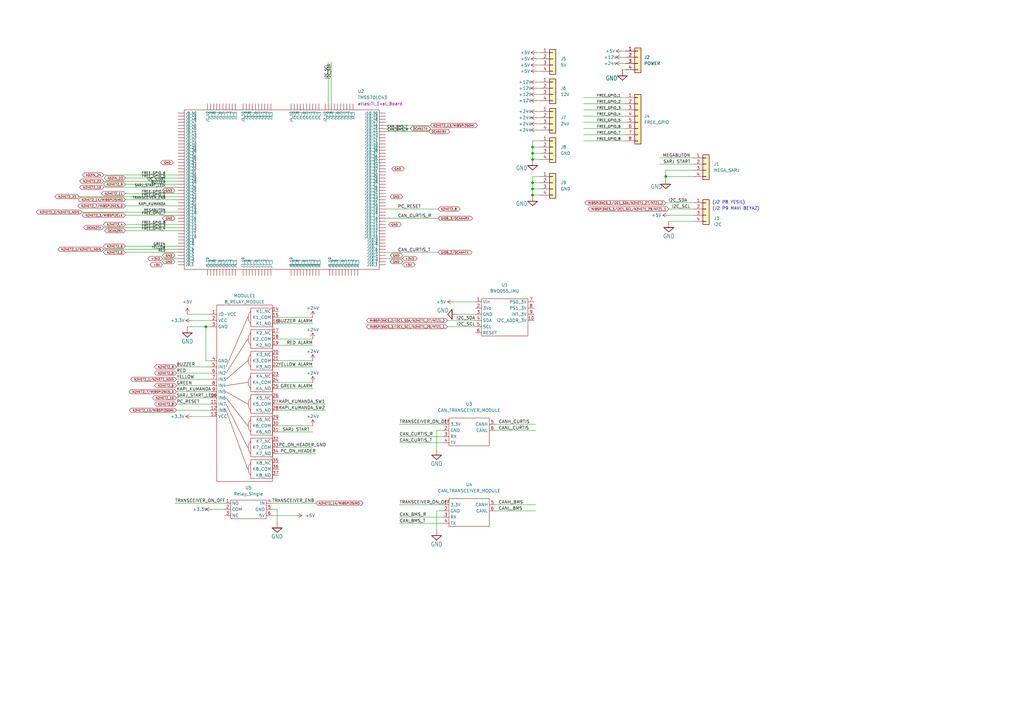
<source format=kicad_sch>
(kicad_sch (version 20211123) (generator eeschema)

  (uuid 90e3998a-12f7-4c52-88a9-ce5bb88b1613)

  (paper "A3")

  (lib_symbols
    (symbol "Connector_Generic:Conn_01x04" (pin_names (offset 1.016) hide) (in_bom yes) (on_board yes)
      (property "Reference" "J" (id 0) (at 0 5.08 0)
        (effects (font (size 1.27 1.27)))
      )
      (property "Value" "Conn_01x04" (id 1) (at 0 -7.62 0)
        (effects (font (size 1.27 1.27)))
      )
      (property "Footprint" "" (id 2) (at 0 0 0)
        (effects (font (size 1.27 1.27)) hide)
      )
      (property "Datasheet" "~" (id 3) (at 0 0 0)
        (effects (font (size 1.27 1.27)) hide)
      )
      (property "ki_keywords" "connector" (id 4) (at 0 0 0)
        (effects (font (size 1.27 1.27)) hide)
      )
      (property "ki_description" "Generic connector, single row, 01x04, script generated (kicad-library-utils/schlib/autogen/connector/)" (id 5) (at 0 0 0)
        (effects (font (size 1.27 1.27)) hide)
      )
      (property "ki_fp_filters" "Connector*:*_1x??_*" (id 6) (at 0 0 0)
        (effects (font (size 1.27 1.27)) hide)
      )
      (symbol "Conn_01x04_1_1"
        (rectangle (start -1.27 -4.953) (end 0 -5.207)
          (stroke (width 0.1524) (type default) (color 0 0 0 0))
          (fill (type none))
        )
        (rectangle (start -1.27 -2.413) (end 0 -2.667)
          (stroke (width 0.1524) (type default) (color 0 0 0 0))
          (fill (type none))
        )
        (rectangle (start -1.27 0.127) (end 0 -0.127)
          (stroke (width 0.1524) (type default) (color 0 0 0 0))
          (fill (type none))
        )
        (rectangle (start -1.27 2.667) (end 0 2.413)
          (stroke (width 0.1524) (type default) (color 0 0 0 0))
          (fill (type none))
        )
        (rectangle (start -1.27 3.81) (end 1.27 -6.35)
          (stroke (width 0.254) (type default) (color 0 0 0 0))
          (fill (type background))
        )
        (pin passive line (at -5.08 2.54 0) (length 3.81)
          (name "Pin_1" (effects (font (size 1.27 1.27))))
          (number "1" (effects (font (size 1.27 1.27))))
        )
        (pin passive line (at -5.08 0 0) (length 3.81)
          (name "Pin_2" (effects (font (size 1.27 1.27))))
          (number "2" (effects (font (size 1.27 1.27))))
        )
        (pin passive line (at -5.08 -2.54 0) (length 3.81)
          (name "Pin_3" (effects (font (size 1.27 1.27))))
          (number "3" (effects (font (size 1.27 1.27))))
        )
        (pin passive line (at -5.08 -5.08 0) (length 3.81)
          (name "Pin_4" (effects (font (size 1.27 1.27))))
          (number "4" (effects (font (size 1.27 1.27))))
        )
      )
    )
    (symbol "Connector_Generic:Conn_01x08" (pin_names (offset 1.016) hide) (in_bom yes) (on_board yes)
      (property "Reference" "J" (id 0) (at 0 10.16 0)
        (effects (font (size 1.27 1.27)))
      )
      (property "Value" "Conn_01x08" (id 1) (at 0 -12.7 0)
        (effects (font (size 1.27 1.27)))
      )
      (property "Footprint" "" (id 2) (at 0 0 0)
        (effects (font (size 1.27 1.27)) hide)
      )
      (property "Datasheet" "~" (id 3) (at 0 0 0)
        (effects (font (size 1.27 1.27)) hide)
      )
      (property "ki_keywords" "connector" (id 4) (at 0 0 0)
        (effects (font (size 1.27 1.27)) hide)
      )
      (property "ki_description" "Generic connector, single row, 01x08, script generated (kicad-library-utils/schlib/autogen/connector/)" (id 5) (at 0 0 0)
        (effects (font (size 1.27 1.27)) hide)
      )
      (property "ki_fp_filters" "Connector*:*_1x??_*" (id 6) (at 0 0 0)
        (effects (font (size 1.27 1.27)) hide)
      )
      (symbol "Conn_01x08_1_1"
        (rectangle (start -1.27 -10.033) (end 0 -10.287)
          (stroke (width 0.1524) (type default) (color 0 0 0 0))
          (fill (type none))
        )
        (rectangle (start -1.27 -7.493) (end 0 -7.747)
          (stroke (width 0.1524) (type default) (color 0 0 0 0))
          (fill (type none))
        )
        (rectangle (start -1.27 -4.953) (end 0 -5.207)
          (stroke (width 0.1524) (type default) (color 0 0 0 0))
          (fill (type none))
        )
        (rectangle (start -1.27 -2.413) (end 0 -2.667)
          (stroke (width 0.1524) (type default) (color 0 0 0 0))
          (fill (type none))
        )
        (rectangle (start -1.27 0.127) (end 0 -0.127)
          (stroke (width 0.1524) (type default) (color 0 0 0 0))
          (fill (type none))
        )
        (rectangle (start -1.27 2.667) (end 0 2.413)
          (stroke (width 0.1524) (type default) (color 0 0 0 0))
          (fill (type none))
        )
        (rectangle (start -1.27 5.207) (end 0 4.953)
          (stroke (width 0.1524) (type default) (color 0 0 0 0))
          (fill (type none))
        )
        (rectangle (start -1.27 7.747) (end 0 7.493)
          (stroke (width 0.1524) (type default) (color 0 0 0 0))
          (fill (type none))
        )
        (rectangle (start -1.27 8.89) (end 1.27 -11.43)
          (stroke (width 0.254) (type default) (color 0 0 0 0))
          (fill (type background))
        )
        (pin passive line (at -5.08 7.62 0) (length 3.81)
          (name "Pin_1" (effects (font (size 1.27 1.27))))
          (number "1" (effects (font (size 1.27 1.27))))
        )
        (pin passive line (at -5.08 5.08 0) (length 3.81)
          (name "Pin_2" (effects (font (size 1.27 1.27))))
          (number "2" (effects (font (size 1.27 1.27))))
        )
        (pin passive line (at -5.08 2.54 0) (length 3.81)
          (name "Pin_3" (effects (font (size 1.27 1.27))))
          (number "3" (effects (font (size 1.27 1.27))))
        )
        (pin passive line (at -5.08 0 0) (length 3.81)
          (name "Pin_4" (effects (font (size 1.27 1.27))))
          (number "4" (effects (font (size 1.27 1.27))))
        )
        (pin passive line (at -5.08 -2.54 0) (length 3.81)
          (name "Pin_5" (effects (font (size 1.27 1.27))))
          (number "5" (effects (font (size 1.27 1.27))))
        )
        (pin passive line (at -5.08 -5.08 0) (length 3.81)
          (name "Pin_6" (effects (font (size 1.27 1.27))))
          (number "6" (effects (font (size 1.27 1.27))))
        )
        (pin passive line (at -5.08 -7.62 0) (length 3.81)
          (name "Pin_7" (effects (font (size 1.27 1.27))))
          (number "7" (effects (font (size 1.27 1.27))))
        )
        (pin passive line (at -5.08 -10.16 0) (length 3.81)
          (name "Pin_8" (effects (font (size 1.27 1.27))))
          (number "8" (effects (font (size 1.27 1.27))))
        )
      )
    )
    (symbol "TMS570LC43_1" (pin_numbers hide) (in_bom yes) (on_board yes)
      (property "Reference" "U?" (id 0) (at -1.27 24.765 0)
        (effects (font (size 1.27 1.27)))
      )
      (property "Value" "TMS570LC43_1" (id 1) (at -1.27 26.67 0)
        (effects (font (size 1.27 1.27)))
      )
      (property "Footprint" "atlas:TI_Eval_Board" (id 2) (at -1.27 25.4 0)
        (effects (font (size 1.27 1.27)))
      )
      (property "Datasheet" "https://www.ti.com/tool/LAUNCHXL2-570LC43" (id 3) (at -1.27 25.4 0)
        (effects (font (size 1.27 1.27)) hide)
      )
      (property "ki_description" "Hercules TMS570LC43x LaunchPad Development Kit" (id 4) (at 0 0 0)
        (effects (font (size 1.27 1.27)) hide)
      )
      (symbol "TMS570LC43_1_0_1"
        (rectangle (start -38.1 12.065) (end 41.91 -53.34)
          (stroke (width 0) (type default) (color 0 0 0 0))
          (fill (type none))
        )
      )
      (symbol "TMS570LC43_1_1_1"
        (pin bidirectional line (at 44.45 -51.435 180) (length 2.54)
          (name "J10_1" (effects (font (size 1 1))))
          (number "J10_1" (effects (font (size 1 1))))
        )
        (pin bidirectional line (at 44.45 -40.005 180) (length 2.54)
          (name "J10_10" (effects (font (size 1 1))))
          (number "J10_10" (effects (font (size 1 1))))
        )
        (pin bidirectional line (at 44.45 -38.735 180) (length 2.54)
          (name "J10_11" (effects (font (size 1 1))))
          (number "J10_11" (effects (font (size 1 1))))
        )
        (pin bidirectional line (at 44.45 -37.465 180) (length 2.54)
          (name "J10_12" (effects (font (size 1 1))))
          (number "J10_12" (effects (font (size 1 1))))
        )
        (pin bidirectional line (at 44.45 -36.195 180) (length 2.54)
          (name "J10_13" (effects (font (size 1 1))))
          (number "J10_13" (effects (font (size 1 1))))
        )
        (pin bidirectional line (at 44.45 -34.925 180) (length 2.54)
          (name "J10_14" (effects (font (size 1 1))))
          (number "J10_14" (effects (font (size 1 1))))
        )
        (pin bidirectional line (at 44.45 -33.655 180) (length 2.54)
          (name "J10_15" (effects (font (size 1 1))))
          (number "J10_15" (effects (font (size 1 1))))
        )
        (pin bidirectional line (at 44.45 -32.385 180) (length 2.54)
          (name "J10_16" (effects (font (size 1 1))))
          (number "J10_16" (effects (font (size 1 1))))
        )
        (pin bidirectional line (at 44.45 -31.115 180) (length 2.54)
          (name "J10_17" (effects (font (size 1 1))))
          (number "J10_17" (effects (font (size 1 1))))
        )
        (pin bidirectional line (at 44.45 -29.845 180) (length 2.54)
          (name "J10_18" (effects (font (size 1 1))))
          (number "J10_18" (effects (font (size 1 1))))
        )
        (pin bidirectional line (at 44.45 -28.575 180) (length 2.54)
          (name "J10_19" (effects (font (size 1 1))))
          (number "J10_19" (effects (font (size 1 1))))
        )
        (pin bidirectional line (at 44.45 -50.165 180) (length 2.54)
          (name "J10_2" (effects (font (size 1 1))))
          (number "J10_2" (effects (font (size 1 1))))
        )
        (pin bidirectional line (at 44.45 -27.305 180) (length 2.54)
          (name "J10_20" (effects (font (size 1 1))))
          (number "J10_20" (effects (font (size 1 1))))
        )
        (pin bidirectional line (at 44.45 -26.035 180) (length 2.54)
          (name "J10_21" (effects (font (size 1 1))))
          (number "J10_21" (effects (font (size 1 1))))
        )
        (pin bidirectional line (at 44.45 -24.765 180) (length 2.54)
          (name "J10_22" (effects (font (size 1 1))))
          (number "J10_22" (effects (font (size 1 1))))
        )
        (pin bidirectional line (at 44.45 -23.495 180) (length 2.54)
          (name "J10_23" (effects (font (size 1 1))))
          (number "J10_23" (effects (font (size 1 1))))
        )
        (pin bidirectional line (at 44.45 -22.225 180) (length 2.54)
          (name "J10_24" (effects (font (size 1 1))))
          (number "J10_24" (effects (font (size 1 1))))
        )
        (pin bidirectional line (at 44.45 -20.955 180) (length 2.54)
          (name "J10_25" (effects (font (size 1 1))))
          (number "J10_25" (effects (font (size 1 1))))
        )
        (pin bidirectional line (at 44.45 -19.685 180) (length 2.54)
          (name "J10_26" (effects (font (size 1 1))))
          (number "J10_26" (effects (font (size 1 1))))
        )
        (pin bidirectional line (at 44.45 -18.415 180) (length 2.54)
          (name "J10_27" (effects (font (size 1 1))))
          (number "J10_27" (effects (font (size 1 1))))
        )
        (pin bidirectional line (at 44.45 -17.145 180) (length 2.54)
          (name "J10_28" (effects (font (size 1 1))))
          (number "J10_28" (effects (font (size 1 1))))
        )
        (pin bidirectional line (at 44.45 -15.875 180) (length 2.54)
          (name "J10_29" (effects (font (size 1 1))))
          (number "J10_29" (effects (font (size 1 1))))
        )
        (pin bidirectional line (at 44.45 -48.895 180) (length 2.54)
          (name "J10_3" (effects (font (size 1 1))))
          (number "J10_3" (effects (font (size 1 1))))
        )
        (pin bidirectional line (at 44.45 -14.605 180) (length 2.54)
          (name "J10_30" (effects (font (size 1 1))))
          (number "J10_30" (effects (font (size 1 1))))
        )
        (pin bidirectional line (at 44.45 -13.335 180) (length 2.54)
          (name "J10_31" (effects (font (size 1 1))))
          (number "J10_31" (effects (font (size 1 1))))
        )
        (pin bidirectional line (at 44.45 -12.065 180) (length 2.54)
          (name "J10_32" (effects (font (size 1 1))))
          (number "J10_32" (effects (font (size 1 1))))
        )
        (pin bidirectional line (at 44.45 -10.795 180) (length 2.54)
          (name "J10_33" (effects (font (size 1 1))))
          (number "J10_33" (effects (font (size 1 1))))
        )
        (pin bidirectional line (at 44.45 -9.525 180) (length 2.54)
          (name "J10_34" (effects (font (size 1 1))))
          (number "J10_34" (effects (font (size 1 1))))
        )
        (pin bidirectional line (at 44.45 -8.255 180) (length 2.54)
          (name "J10_35" (effects (font (size 1 1))))
          (number "J10_35" (effects (font (size 1 1))))
        )
        (pin bidirectional line (at 44.45 -6.985 180) (length 2.54)
          (name "J10_36" (effects (font (size 1 1))))
          (number "J10_36" (effects (font (size 1 1))))
        )
        (pin bidirectional line (at 44.45 -5.715 180) (length 2.54)
          (name "J10_37" (effects (font (size 1 1))))
          (number "J10_37" (effects (font (size 1 1))))
        )
        (pin bidirectional line (at 44.45 -4.445 180) (length 2.54)
          (name "J10_38" (effects (font (size 1 1))))
          (number "J10_38" (effects (font (size 1 1))))
        )
        (pin bidirectional line (at 44.45 -3.175 180) (length 2.54)
          (name "J10_39" (effects (font (size 1 1))))
          (number "J10_39" (effects (font (size 1 1))))
        )
        (pin bidirectional line (at 44.45 -47.625 180) (length 2.54)
          (name "J10_4" (effects (font (size 1 1))))
          (number "J10_4" (effects (font (size 1 1))))
        )
        (pin bidirectional line (at 44.45 -1.905 180) (length 2.54)
          (name "J10_40" (effects (font (size 1 1))))
          (number "J10_40" (effects (font (size 1 1))))
        )
        (pin bidirectional line (at 44.45 -0.635 180) (length 2.54)
          (name "J10_41" (effects (font (size 1 1))))
          (number "J10_41" (effects (font (size 1 1))))
        )
        (pin bidirectional line (at 44.45 0.635 180) (length 2.54)
          (name "J10_42" (effects (font (size 1 1))))
          (number "J10_42" (effects (font (size 1 1))))
        )
        (pin bidirectional line (at 44.45 1.905 180) (length 2.54)
          (name "J10_43" (effects (font (size 1 1))))
          (number "J10_43" (effects (font (size 1 1))))
        )
        (pin bidirectional line (at 44.45 3.175 180) (length 2.54)
          (name "J10_44" (effects (font (size 1 1))))
          (number "J10_44" (effects (font (size 1 1))))
        )
        (pin bidirectional line (at 44.45 4.445 180) (length 2.54)
          (name "J10_45" (effects (font (size 1 1))))
          (number "J10_45" (effects (font (size 1 1))))
        )
        (pin bidirectional line (at 44.45 5.715 180) (length 2.54)
          (name "J10_46" (effects (font (size 1 1))))
          (number "J10_46" (effects (font (size 1 1))))
        )
        (pin bidirectional line (at 44.45 6.985 180) (length 2.54)
          (name "J10_47" (effects (font (size 1 1))))
          (number "J10_47" (effects (font (size 1 1))))
        )
        (pin bidirectional line (at 44.45 8.255 180) (length 2.54)
          (name "J10_48" (effects (font (size 1 1))))
          (number "J10_48" (effects (font (size 1 1))))
        )
        (pin bidirectional line (at 44.45 9.525 180) (length 2.54)
          (name "J10_49" (effects (font (size 1 1))))
          (number "J10_49" (effects (font (size 1 1))))
        )
        (pin bidirectional line (at 44.45 -46.355 180) (length 2.54)
          (name "J10_5" (effects (font (size 1 1))))
          (number "J10_5" (effects (font (size 1 1))))
        )
        (pin bidirectional line (at 44.45 10.795 180) (length 2.54)
          (name "J10_50" (effects (font (size 1 1))))
          (number "J10_50" (effects (font (size 1 1))))
        )
        (pin bidirectional line (at 44.45 -45.085 180) (length 2.54)
          (name "J10_6" (effects (font (size 1 1))))
          (number "J10_6" (effects (font (size 1 1))))
        )
        (pin bidirectional line (at 44.45 -43.815 180) (length 2.54)
          (name "J10_7" (effects (font (size 1 1))))
          (number "J10_7" (effects (font (size 1 1))))
        )
        (pin bidirectional line (at 44.45 -42.545 180) (length 2.54)
          (name "J10_8" (effects (font (size 1 1))))
          (number "J10_8" (effects (font (size 1 1))))
        )
        (pin bidirectional line (at 44.45 -41.275 180) (length 2.54)
          (name "J10_9" (effects (font (size 1 1))))
          (number "J10_9" (effects (font (size 1 1))))
        )
        (pin bidirectional line (at -17.145 14.605 270) (length 2.54)
          (name "J1_1" (effects (font (size 1 1))))
          (number "J1_1" (effects (font (size 1 1))))
        )
        (pin bidirectional line (at -28.575 14.605 270) (length 2.54)
          (name "J1_10" (effects (font (size 1 1))))
          (number "J1_10" (effects (font (size 1 1))))
        )
        (pin bidirectional line (at -18.415 14.605 270) (length 2.54)
          (name "J1_2" (effects (font (size 1 1))))
          (number "J1_2" (effects (font (size 1 1))))
        )
        (pin bidirectional line (at -19.685 14.605 270) (length 2.54)
          (name "J1_3" (effects (font (size 1 1))))
          (number "J1_3" (effects (font (size 1 1))))
        )
        (pin bidirectional line (at -20.955 14.605 270) (length 2.54)
          (name "J1_4" (effects (font (size 1 1))))
          (number "J1_4" (effects (font (size 1 1))))
        )
        (pin bidirectional line (at -22.225 14.605 270) (length 2.54)
          (name "J1_5" (effects (font (size 1 1))))
          (number "J1_5" (effects (font (size 1 1))))
        )
        (pin bidirectional line (at -23.495 14.605 270) (length 2.54)
          (name "J1_6" (effects (font (size 1 1))))
          (number "J1_6" (effects (font (size 1 1))))
        )
        (pin bidirectional line (at -24.765 14.605 270) (length 2.54)
          (name "J1_7" (effects (font (size 1 1))))
          (number "J1_7" (effects (font (size 1 1))))
        )
        (pin bidirectional line (at -26.035 14.605 270) (length 2.54)
          (name "J1_8" (effects (font (size 1 1))))
          (number "J1_8" (effects (font (size 1 1))))
        )
        (pin bidirectional line (at -27.305 14.605 270) (length 2.54)
          (name "J1_9" (effects (font (size 1 1))))
          (number "J1_9" (effects (font (size 1 1))))
        )
        (pin bidirectional line (at 31.115 14.605 270) (length 2.54)
          (name "J2_1" (effects (font (size 1 1))))
          (number "J2_1" (effects (font (size 1 1))))
        )
        (pin bidirectional line (at 19.685 14.605 270) (length 2.54)
          (name "J2_10" (effects (font (size 1 1))))
          (number "J2_10" (effects (font (size 1 1))))
        )
        (pin bidirectional line (at 29.845 14.605 270) (length 2.54)
          (name "J2_2" (effects (font (size 1 1))))
          (number "J2_2" (effects (font (size 1 1))))
        )
        (pin bidirectional line (at 28.575 14.605 270) (length 2.54)
          (name "J2_3" (effects (font (size 1 1))))
          (number "J2_3" (effects (font (size 1 1))))
        )
        (pin bidirectional line (at 27.305 14.605 270) (length 2.54)
          (name "J2_4" (effects (font (size 1 1))))
          (number "J2_4" (effects (font (size 1 1))))
        )
        (pin bidirectional line (at 26.035 14.605 270) (length 2.54)
          (name "J2_5" (effects (font (size 1 1))))
          (number "J2_5" (effects (font (size 1 1))))
        )
        (pin bidirectional line (at 24.765 14.605 270) (length 2.54)
          (name "J2_6" (effects (font (size 1 1))))
          (number "J2_6" (effects (font (size 1 1))))
        )
        (pin bidirectional line (at 23.495 14.605 270) (length 2.54)
          (name "J2_7" (effects (font (size 1 1))))
          (number "J2_7" (effects (font (size 1 1))))
        )
        (pin bidirectional line (at 22.225 14.605 270) (length 2.54)
          (name "J2_8" (effects (font (size 1 1))))
          (number "J2_8" (effects (font (size 1 1))))
        )
        (pin bidirectional line (at 20.955 14.605 270) (length 2.54)
          (name "J2_9" (effects (font (size 1 1))))
          (number "J2_9" (effects (font (size 1 1))))
        )
        (pin bidirectional line (at -2.54 14.605 270) (length 2.54)
          (name "J3_1" (effects (font (size 1 1))))
          (number "J3_1" (effects (font (size 1 1))))
        )
        (pin bidirectional line (at -13.97 14.605 270) (length 2.54)
          (name "J3_10" (effects (font (size 1 1))))
          (number "J3_10" (effects (font (size 1 1))))
        )
        (pin bidirectional line (at -3.81 14.605 270) (length 2.54)
          (name "J3_2" (effects (font (size 1 1))))
          (number "J3_2" (effects (font (size 1 1))))
        )
        (pin bidirectional line (at -5.08 14.605 270) (length 2.54)
          (name "J3_3" (effects (font (size 1 1))))
          (number "J3_3" (effects (font (size 1 1))))
        )
        (pin bidirectional line (at -6.35 14.605 270) (length 2.54)
          (name "J3_4" (effects (font (size 1 1))))
          (number "J3_4" (effects (font (size 1 1))))
        )
        (pin bidirectional line (at -7.62 14.605 270) (length 2.54)
          (name "J3_5" (effects (font (size 1 1))))
          (number "J3_5" (effects (font (size 1 1))))
        )
        (pin bidirectional line (at -8.89 14.605 270) (length 2.54)
          (name "J3_6" (effects (font (size 1 1))))
          (number "J3_6" (effects (font (size 1 1))))
        )
        (pin bidirectional line (at -10.16 14.605 270) (length 2.54)
          (name "J3_7" (effects (font (size 1 1))))
          (number "J3_7" (effects (font (size 1 1))))
        )
        (pin bidirectional line (at -11.43 14.605 270) (length 2.54)
          (name "J3_8" (effects (font (size 1 1))))
          (number "J3_8" (effects (font (size 1 1))))
        )
        (pin bidirectional line (at -12.7 14.605 270) (length 2.54)
          (name "J3_9" (effects (font (size 1 1))))
          (number "J3_9" (effects (font (size 1 1))))
        )
        (pin bidirectional line (at 17.145 14.605 270) (length 2.54)
          (name "J4_1" (effects (font (size 1 1))))
          (number "J4_1" (effects (font (size 1 1))))
        )
        (pin bidirectional line (at 5.715 14.605 270) (length 2.54)
          (name "J4_10" (effects (font (size 1 1))))
          (number "J4_10" (effects (font (size 1 1))))
        )
        (pin bidirectional line (at 15.875 14.605 270) (length 2.54)
          (name "J4_2" (effects (font (size 1 1))))
          (number "J4_2" (effects (font (size 1 1))))
        )
        (pin bidirectional line (at 14.605 14.605 270) (length 2.54)
          (name "J4_3" (effects (font (size 1 1))))
          (number "J4_3" (effects (font (size 1 1))))
        )
        (pin bidirectional line (at 13.335 14.605 270) (length 2.54)
          (name "J4_4" (effects (font (size 1 1))))
          (number "J4_4" (effects (font (size 1 1))))
        )
        (pin bidirectional line (at 12.065 14.605 270) (length 2.54)
          (name "J4_5" (effects (font (size 1 1))))
          (number "J4_5" (effects (font (size 1 1))))
        )
        (pin bidirectional line (at 10.795 14.605 270) (length 2.54)
          (name "J4_6" (effects (font (size 1 1))))
          (number "J4_6" (effects (font (size 1 1))))
        )
        (pin bidirectional line (at 9.525 14.605 270) (length 2.54)
          (name "J4_7" (effects (font (size 1 1))))
          (number "J4_7" (effects (font (size 1 1))))
        )
        (pin bidirectional line (at 8.255 14.605 270) (length 2.54)
          (name "J4_8" (effects (font (size 1 1))))
          (number "J4_8" (effects (font (size 1 1))))
        )
        (pin bidirectional line (at 6.985 14.605 270) (length 2.54)
          (name "J4_9" (effects (font (size 1 1))))
          (number "J4_9" (effects (font (size 1 1))))
        )
        (pin bidirectional line (at -17.145 -55.88 90) (length 2.54)
          (name "J5_1" (effects (font (size 1 1))))
          (number "J5_1" (effects (font (size 1 1))))
        )
        (pin bidirectional line (at -28.575 -55.88 90) (length 2.54)
          (name "J5_10" (effects (font (size 1 1))))
          (number "J5_10" (effects (font (size 1 1))))
        )
        (pin bidirectional line (at -18.415 -55.88 90) (length 2.54)
          (name "J5_2" (effects (font (size 1 1))))
          (number "J5_2" (effects (font (size 1 1))))
        )
        (pin bidirectional line (at -19.685 -55.88 90) (length 2.54)
          (name "J5_3" (effects (font (size 1 1))))
          (number "J5_3" (effects (font (size 1 1))))
        )
        (pin bidirectional line (at -20.955 -55.88 90) (length 2.54)
          (name "J5_4" (effects (font (size 1 1))))
          (number "J5_4" (effects (font (size 1 1))))
        )
        (pin bidirectional line (at -22.225 -55.88 90) (length 2.54)
          (name "J5_5" (effects (font (size 1 1))))
          (number "J5_5" (effects (font (size 1 1))))
        )
        (pin bidirectional line (at -23.495 -55.88 90) (length 2.54)
          (name "J5_6" (effects (font (size 1 1))))
          (number "J5_6" (effects (font (size 1 1))))
        )
        (pin bidirectional line (at -24.765 -55.88 90) (length 2.54)
          (name "J5_7" (effects (font (size 1 1))))
          (number "J5_7" (effects (font (size 1 1))))
        )
        (pin bidirectional line (at -26.035 -55.88 90) (length 2.54)
          (name "J5_8" (effects (font (size 1 1))))
          (number "J5_8" (effects (font (size 1 1))))
        )
        (pin bidirectional line (at -27.305 -55.88 90) (length 2.54)
          (name "J5_9" (effects (font (size 1 1))))
          (number "J5_9" (effects (font (size 1 1))))
        )
        (pin bidirectional line (at 33.02 -55.88 90) (length 2.54)
          (name "J6_1" (effects (font (size 1 1))))
          (number "J6_1" (effects (font (size 1 1))))
        )
        (pin bidirectional line (at 21.59 -55.88 90) (length 2.54)
          (name "J6_10" (effects (font (size 1 1))))
          (number "J6_10" (effects (font (size 1 1))))
        )
        (pin bidirectional line (at 31.75 -55.88 90) (length 2.54)
          (name "J6_2" (effects (font (size 1 1))))
          (number "J6_2" (effects (font (size 1 1))))
        )
        (pin bidirectional line (at 30.48 -55.88 90) (length 2.54)
          (name "J6_3" (effects (font (size 1 1))))
          (number "J6_3" (effects (font (size 1 1))))
        )
        (pin bidirectional line (at 29.21 -55.88 90) (length 2.54)
          (name "J6_4" (effects (font (size 1 1))))
          (number "J6_4" (effects (font (size 1 1))))
        )
        (pin bidirectional line (at 27.94 -55.88 90) (length 2.54)
          (name "J6_5" (effects (font (size 1 1))))
          (number "J6_5" (effects (font (size 1 1))))
        )
        (pin bidirectional line (at 26.67 -55.88 90) (length 2.54)
          (name "J6_6" (effects (font (size 1 1))))
          (number "J6_6" (effects (font (size 1 1))))
        )
        (pin bidirectional line (at 25.4 -55.88 90) (length 2.54)
          (name "J6_7" (effects (font (size 1 1))))
          (number "J6_7" (effects (font (size 1 1))))
        )
        (pin bidirectional line (at 24.13 -55.88 90) (length 2.54)
          (name "J6_8" (effects (font (size 1 1))))
          (number "J6_8" (effects (font (size 1 1))))
        )
        (pin bidirectional line (at 22.86 -55.88 90) (length 2.54)
          (name "J6_9" (effects (font (size 1 1))))
          (number "J6_9" (effects (font (size 1 1))))
        )
        (pin bidirectional line (at -2.54 -55.88 90) (length 2.54)
          (name "J7_1" (effects (font (size 1 1))))
          (number "J7_1" (effects (font (size 1 1))))
        )
        (pin bidirectional line (at -13.97 -55.88 90) (length 2.54)
          (name "J7_10" (effects (font (size 1 1))))
          (number "J7_10" (effects (font (size 1 1))))
        )
        (pin bidirectional line (at -3.81 -55.88 90) (length 2.54)
          (name "J7_2" (effects (font (size 1 1))))
          (number "J7_2" (effects (font (size 1 1))))
        )
        (pin bidirectional line (at -5.08 -55.88 90) (length 2.54)
          (name "J7_3" (effects (font (size 1 1))))
          (number "J7_3" (effects (font (size 1 1))))
        )
        (pin bidirectional line (at -6.35 -55.88 90) (length 2.54)
          (name "J7_4" (effects (font (size 1 1))))
          (number "J7_4" (effects (font (size 1 1))))
        )
        (pin bidirectional line (at -7.62 -55.88 90) (length 2.54)
          (name "J7_5" (effects (font (size 1 1))))
          (number "J7_5" (effects (font (size 1 1))))
        )
        (pin bidirectional line (at -8.89 -55.88 90) (length 2.54)
          (name "J7_6" (effects (font (size 1 1))))
          (number "J7_6" (effects (font (size 1 1))))
        )
        (pin bidirectional line (at -10.16 -55.88 90) (length 2.54)
          (name "J7_7" (effects (font (size 1 1))))
          (number "J7_7" (effects (font (size 1 1))))
        )
        (pin bidirectional line (at -11.43 -55.88 90) (length 2.54)
          (name "J7_8" (effects (font (size 1 1))))
          (number "J7_8" (effects (font (size 1 1))))
        )
        (pin bidirectional line (at -12.7 -55.88 90) (length 2.54)
          (name "J7_9" (effects (font (size 1 1))))
          (number "J7_9" (effects (font (size 1 1))))
        )
        (pin bidirectional line (at 17.145 -55.88 90) (length 2.54)
          (name "J8_1" (effects (font (size 1 1))))
          (number "J8_1" (effects (font (size 1 1))))
        )
        (pin bidirectional line (at 5.715 -55.88 90) (length 2.54)
          (name "J8_10" (effects (font (size 1 1))))
          (number "J8_10" (effects (font (size 1 1))))
        )
        (pin bidirectional line (at 15.875 -55.88 90) (length 2.54)
          (name "J8_2" (effects (font (size 1 1))))
          (number "J8_2" (effects (font (size 1 1))))
        )
        (pin bidirectional line (at 14.605 -55.88 90) (length 2.54)
          (name "J8_3" (effects (font (size 1 1))))
          (number "J8_3" (effects (font (size 1 1))))
        )
        (pin bidirectional line (at 13.335 -55.88 90) (length 2.54)
          (name "J8_4" (effects (font (size 1 1))))
          (number "J8_4" (effects (font (size 1 1))))
        )
        (pin bidirectional line (at 12.065 -55.88 90) (length 2.54)
          (name "J8_5" (effects (font (size 1 1))))
          (number "J8_5" (effects (font (size 1 1))))
        )
        (pin bidirectional line (at 10.795 -55.88 90) (length 2.54)
          (name "J8_6" (effects (font (size 1 1))))
          (number "J8_6" (effects (font (size 1 1))))
        )
        (pin bidirectional line (at 9.525 -55.88 90) (length 2.54)
          (name "J8_7" (effects (font (size 1 1))))
          (number "J8_7" (effects (font (size 1 1))))
        )
        (pin bidirectional line (at 8.255 -55.88 90) (length 2.54)
          (name "J8_8" (effects (font (size 1 1))))
          (number "J8_8" (effects (font (size 1 1))))
        )
        (pin bidirectional line (at 6.985 -55.88 90) (length 2.54)
          (name "J8_9" (effects (font (size 1 1))))
          (number "J8_9" (effects (font (size 1 1))))
        )
        (pin bidirectional line (at -40.64 -51.435 0) (length 2.54)
          (name "J9_1" (effects (font (size 1 1))))
          (number "J9_1" (effects (font (size 1 1))))
        )
        (pin bidirectional line (at -40.64 -40.005 0) (length 2.54)
          (name "J9_10" (effects (font (size 1 1))))
          (number "J9_10" (effects (font (size 1 1))))
        )
        (pin bidirectional line (at -40.64 -38.735 0) (length 2.54)
          (name "J9_11" (effects (font (size 1 1))))
          (number "J9_11" (effects (font (size 1 1))))
        )
        (pin bidirectional line (at -40.64 -37.465 0) (length 2.54)
          (name "J9_12" (effects (font (size 1 1))))
          (number "J9_12" (effects (font (size 1 1))))
        )
        (pin bidirectional line (at -40.64 -36.195 0) (length 2.54)
          (name "J9_13" (effects (font (size 1 1))))
          (number "J9_13" (effects (font (size 1 1))))
        )
        (pin bidirectional line (at -40.64 -34.925 0) (length 2.54)
          (name "J9_14" (effects (font (size 1 1))))
          (number "J9_14" (effects (font (size 1 1))))
        )
        (pin bidirectional line (at -40.64 -33.655 0) (length 2.54)
          (name "J9_15" (effects (font (size 1 1))))
          (number "J9_15" (effects (font (size 1 1))))
        )
        (pin bidirectional line (at -40.64 -32.385 0) (length 2.54)
          (name "J9_16" (effects (font (size 1 1))))
          (number "J9_16" (effects (font (size 1 1))))
        )
        (pin bidirectional line (at -40.64 -31.115 0) (length 2.54)
          (name "J9_17" (effects (font (size 1 1))))
          (number "J9_17" (effects (font (size 1 1))))
        )
        (pin bidirectional line (at -40.64 -29.845 0) (length 2.54)
          (name "J9_18" (effects (font (size 1 1))))
          (number "J9_18" (effects (font (size 1 1))))
        )
        (pin bidirectional line (at -40.64 -28.575 0) (length 2.54)
          (name "J9_19" (effects (font (size 1 1))))
          (number "J9_19" (effects (font (size 1 1))))
        )
        (pin bidirectional line (at -40.64 -50.165 0) (length 2.54)
          (name "J9_2" (effects (font (size 1 1))))
          (number "J9_2" (effects (font (size 1 1))))
        )
        (pin bidirectional line (at -40.64 -27.305 0) (length 2.54)
          (name "J9_20" (effects (font (size 1 1))))
          (number "J9_20" (effects (font (size 1 1))))
        )
        (pin bidirectional line (at -40.64 -26.035 0) (length 2.54)
          (name "J9_21" (effects (font (size 1 1))))
          (number "J9_21" (effects (font (size 1 1))))
        )
        (pin bidirectional line (at -40.64 -24.765 0) (length 2.54)
          (name "J9_22" (effects (font (size 1 1))))
          (number "J9_22" (effects (font (size 1 1))))
        )
        (pin bidirectional line (at -40.64 -23.495 0) (length 2.54)
          (name "J9_23" (effects (font (size 1 1))))
          (number "J9_23" (effects (font (size 1 1))))
        )
        (pin bidirectional line (at -40.64 -22.225 0) (length 2.54)
          (name "J9_24" (effects (font (size 1 1))))
          (number "J9_24" (effects (font (size 1 1))))
        )
        (pin bidirectional line (at -40.64 -20.955 0) (length 2.54)
          (name "J9_25" (effects (font (size 1 1))))
          (number "J9_25" (effects (font (size 1 1))))
        )
        (pin bidirectional line (at -40.64 -19.685 0) (length 2.54)
          (name "J9_26" (effects (font (size 1 1))))
          (number "J9_26" (effects (font (size 1 1))))
        )
        (pin bidirectional line (at -40.64 -18.415 0) (length 2.54)
          (name "J9_27" (effects (font (size 1 1))))
          (number "J9_27" (effects (font (size 1 1))))
        )
        (pin bidirectional line (at -40.64 -17.145 0) (length 2.54)
          (name "J9_28" (effects (font (size 1 1))))
          (number "J9_28" (effects (font (size 1 1))))
        )
        (pin bidirectional line (at -40.64 -15.875 0) (length 2.54)
          (name "J9_29" (effects (font (size 1 1))))
          (number "J9_29" (effects (font (size 1 1))))
        )
        (pin bidirectional line (at -40.64 -48.895 0) (length 2.54)
          (name "J9_3" (effects (font (size 1 1))))
          (number "J9_3" (effects (font (size 1 1))))
        )
        (pin bidirectional line (at -40.64 -14.605 0) (length 2.54)
          (name "J9_30" (effects (font (size 1 1))))
          (number "J9_30" (effects (font (size 1 1))))
        )
        (pin bidirectional line (at -40.64 -13.335 0) (length 2.54)
          (name "J9_31" (effects (font (size 1 1))))
          (number "J9_31" (effects (font (size 1 1))))
        )
        (pin bidirectional line (at -40.64 -12.065 0) (length 2.54)
          (name "J9_32" (effects (font (size 1 1))))
          (number "J9_32" (effects (font (size 1 1))))
        )
        (pin bidirectional line (at -40.64 -10.795 0) (length 2.54)
          (name "J9_33" (effects (font (size 1 1))))
          (number "J9_33" (effects (font (size 1 1))))
        )
        (pin bidirectional line (at -40.64 -9.525 0) (length 2.54)
          (name "J9_34" (effects (font (size 1 1))))
          (number "J9_34" (effects (font (size 1 1))))
        )
        (pin bidirectional line (at -40.64 -8.255 0) (length 2.54)
          (name "J9_35" (effects (font (size 1 1))))
          (number "J9_35" (effects (font (size 1 1))))
        )
        (pin bidirectional line (at -40.64 -6.985 0) (length 2.54)
          (name "J9_36" (effects (font (size 1 1))))
          (number "J9_36" (effects (font (size 1 1))))
        )
        (pin bidirectional line (at -40.64 -5.715 0) (length 2.54)
          (name "J9_37" (effects (font (size 1 1))))
          (number "J9_37" (effects (font (size 1 1))))
        )
        (pin bidirectional line (at -40.64 -4.445 0) (length 2.54)
          (name "J9_38" (effects (font (size 1 1))))
          (number "J9_38" (effects (font (size 1 1))))
        )
        (pin bidirectional line (at -40.64 -3.175 0) (length 2.54)
          (name "J9_39" (effects (font (size 1 1))))
          (number "J9_39" (effects (font (size 1 1))))
        )
        (pin bidirectional line (at -40.64 -47.625 0) (length 2.54)
          (name "J9_4" (effects (font (size 1 1))))
          (number "J9_4" (effects (font (size 1 1))))
        )
        (pin bidirectional line (at -40.64 -1.905 0) (length 2.54)
          (name "J9_40" (effects (font (size 1 1))))
          (number "J9_40" (effects (font (size 1 1))))
        )
        (pin bidirectional line (at -40.64 -0.635 0) (length 2.54)
          (name "J9_41" (effects (font (size 1 1))))
          (number "J9_41" (effects (font (size 1 1))))
        )
        (pin bidirectional line (at -40.64 0.635 0) (length 2.54)
          (name "J9_42" (effects (font (size 1 1))))
          (number "J9_42" (effects (font (size 1 1))))
        )
        (pin bidirectional line (at -40.64 1.905 0) (length 2.54)
          (name "J9_43" (effects (font (size 1 1))))
          (number "J9_43" (effects (font (size 1 1))))
        )
        (pin bidirectional line (at -40.64 3.175 0) (length 2.54)
          (name "J9_44" (effects (font (size 1 1))))
          (number "J9_44" (effects (font (size 1 1))))
        )
        (pin bidirectional line (at -40.64 4.445 0) (length 2.54)
          (name "J9_45" (effects (font (size 1 1))))
          (number "J9_45" (effects (font (size 1 1))))
        )
        (pin bidirectional line (at -40.64 5.715 0) (length 2.54)
          (name "J9_46" (effects (font (size 1 1))))
          (number "J9_46" (effects (font (size 1 1))))
        )
        (pin bidirectional line (at -40.64 6.985 0) (length 2.54)
          (name "J9_47" (effects (font (size 1 1))))
          (number "J9_47" (effects (font (size 1 1))))
        )
        (pin bidirectional line (at -40.64 8.255 0) (length 2.54)
          (name "J9_48" (effects (font (size 1 1))))
          (number "J9_48" (effects (font (size 1 1))))
        )
        (pin bidirectional line (at -40.64 9.525 0) (length 2.54)
          (name "J9_49" (effects (font (size 1 1))))
          (number "J9_49" (effects (font (size 1 1))))
        )
        (pin bidirectional line (at -40.64 -46.355 0) (length 2.54)
          (name "J9_5" (effects (font (size 1 1))))
          (number "J9_5" (effects (font (size 1 1))))
        )
        (pin bidirectional line (at -40.64 10.795 0) (length 2.54)
          (name "J9_50" (effects (font (size 1 1))))
          (number "J9_50" (effects (font (size 1 1))))
        )
        (pin bidirectional line (at -40.64 -45.085 0) (length 2.54)
          (name "J9_6" (effects (font (size 1 1))))
          (number "J9_6" (effects (font (size 1 1))))
        )
        (pin bidirectional line (at -40.64 -43.815 0) (length 2.54)
          (name "J9_7" (effects (font (size 1 1))))
          (number "J9_7" (effects (font (size 1 1))))
        )
        (pin bidirectional line (at -40.64 -42.545 0) (length 2.54)
          (name "J9_8" (effects (font (size 1 1))))
          (number "J9_8" (effects (font (size 1 1))))
        )
        (pin bidirectional line (at -40.64 -41.275 0) (length 2.54)
          (name "J9_9" (effects (font (size 1 1))))
          (number "J9_9" (effects (font (size 1 1))))
        )
      )
    )
    (symbol "atlas_robot:8_RELAY_MODULE" (in_bom yes) (on_board yes)
      (property "Reference" "MODULE?" (id 0) (at 0 38.1 0)
        (effects (font (size 1.27 1.27)))
      )
      (property "Value" "8_RELAY_MODULE" (id 1) (at 0 35.56 0)
        (effects (font (size 1.27 1.27)))
      )
      (property "Footprint" "atlas:8_RELAY_MODULE" (id 2) (at 0 35.56 0)
        (effects (font (size 1.27 1.27)) hide)
      )
      (property "Datasheet" "https://drive.google.com/file/d/1C_NEW-zEyMtSfI6XBLPBiq0QECOfiWJ3/view?usp=sharing" (id 3) (at 0 35.56 0)
        (effects (font (size 1.27 1.27)) hide)
      )
      (symbol "8_RELAY_MODULE_0_1"
        (rectangle (start -11.43 34.29) (end 11.43 -38.1)
          (stroke (width 0) (type default) (color 0 0 0 0))
          (fill (type none))
        )
        (polyline
          (pts
            (xy -7.62 -8.89)
            (xy 1.27 -33.02)
          )
          (stroke (width 0) (type default) (color 0 0 0 0))
          (fill (type none))
        )
        (polyline
          (pts
            (xy -7.62 -6.35)
            (xy 1.27 -24.13)
          )
          (stroke (width 0) (type default) (color 0 0 0 0))
          (fill (type none))
        )
        (polyline
          (pts
            (xy -7.62 -3.81)
            (xy 1.27 -15.24)
          )
          (stroke (width 0) (type default) (color 0 0 0 0))
          (fill (type none))
        )
        (polyline
          (pts
            (xy -7.62 -1.27)
            (xy 1.27 -6.35)
          )
          (stroke (width 0) (type default) (color 0 0 0 0))
          (fill (type none))
        )
        (polyline
          (pts
            (xy -7.62 1.27)
            (xy 1.27 2.54)
          )
          (stroke (width 0) (type default) (color 0 0 0 0))
          (fill (type none))
        )
        (polyline
          (pts
            (xy -7.62 3.81)
            (xy 1.27 11.43)
          )
          (stroke (width 0) (type default) (color 0 0 0 0))
          (fill (type none))
        )
        (polyline
          (pts
            (xy -7.62 6.35)
            (xy 1.27 20.32)
          )
          (stroke (width 0) (type default) (color 0 0 0 0))
          (fill (type none))
        )
        (polyline
          (pts
            (xy -7.62 8.89)
            (xy 1.27 29.21)
          )
          (stroke (width 0) (type default) (color 0 0 0 0))
          (fill (type none))
        )
        (arc (start 2.54 -30.48) (mid 1.4879 -33.02) (end 2.54 -35.56)
          (stroke (width 0) (type default) (color 0 0 0 0))
          (fill (type none))
        )
        (rectangle (start 2.54 -29.21) (end 11.43 -36.83)
          (stroke (width 0) (type default) (color 0 0 0 0))
          (fill (type none))
        )
        (arc (start 2.54 -21.59) (mid 1.4879 -24.13) (end 2.54 -26.67)
          (stroke (width 0) (type default) (color 0 0 0 0))
          (fill (type none))
        )
        (rectangle (start 2.54 -20.32) (end 11.43 -27.94)
          (stroke (width 0) (type default) (color 0 0 0 0))
          (fill (type none))
        )
        (arc (start 2.54 -12.7) (mid 1.4879 -15.24) (end 2.54 -17.78)
          (stroke (width 0) (type default) (color 0 0 0 0))
          (fill (type none))
        )
        (rectangle (start 2.54 -11.43) (end 11.43 -19.05)
          (stroke (width 0) (type default) (color 0 0 0 0))
          (fill (type none))
        )
        (arc (start 2.54 -3.81) (mid 1.4879 -6.35) (end 2.54 -8.89)
          (stroke (width 0) (type default) (color 0 0 0 0))
          (fill (type none))
        )
        (rectangle (start 2.54 -2.54) (end 11.43 -10.16)
          (stroke (width 0) (type default) (color 0 0 0 0))
          (fill (type none))
        )
        (arc (start 2.54 5.08) (mid 1.4879 2.54) (end 2.54 0)
          (stroke (width 0) (type default) (color 0 0 0 0))
          (fill (type none))
        )
        (rectangle (start 2.54 6.35) (end 11.43 -1.27)
          (stroke (width 0) (type default) (color 0 0 0 0))
          (fill (type none))
        )
        (arc (start 2.54 13.97) (mid 1.4879 11.43) (end 2.54 8.89)
          (stroke (width 0) (type default) (color 0 0 0 0))
          (fill (type none))
        )
        (rectangle (start 2.54 15.24) (end 11.43 7.62)
          (stroke (width 0) (type default) (color 0 0 0 0))
          (fill (type none))
        )
        (arc (start 2.54 22.86) (mid 1.4879 20.32) (end 2.54 17.78)
          (stroke (width 0) (type default) (color 0 0 0 0))
          (fill (type none))
        )
        (rectangle (start 2.54 24.13) (end 11.43 16.51)
          (stroke (width 0) (type default) (color 0 0 0 0))
          (fill (type none))
        )
        (arc (start 2.54 31.75) (mid 1.4879 29.21) (end 2.54 26.67)
          (stroke (width 0) (type default) (color 0 0 0 0))
          (fill (type none))
        )
        (rectangle (start 2.54 33.02) (end 11.43 25.4)
          (stroke (width 0) (type default) (color 0 0 0 0))
          (fill (type none))
        )
      )
      (symbol "8_RELAY_MODULE_1_1"
        (pin power_in line (at -13.97 30.48 0) (length 2.54)
          (name "JD-VCC" (effects (font (size 1.27 1.27))))
          (number "1" (effects (font (size 1.27 1.27))))
        )
        (pin input line (at -13.97 -3.81 0) (length 2.54)
          (name "IN6" (effects (font (size 1.27 1.27))))
          (number "10" (effects (font (size 1.27 1.27))))
        )
        (pin input line (at -13.97 -6.35 0) (length 2.54)
          (name "IN7" (effects (font (size 1.27 1.27))))
          (number "11" (effects (font (size 1.27 1.27))))
        )
        (pin input line (at -13.97 -8.89 0) (length 2.54)
          (name "IN8" (effects (font (size 1.27 1.27))))
          (number "12" (effects (font (size 1.27 1.27))))
        )
        (pin power_in line (at -13.97 -11.43 0) (length 2.54)
          (name "VCC" (effects (font (size 1.27 1.27))))
          (number "13" (effects (font (size 1.27 1.27))))
        )
        (pin output line (at 13.97 31.75 180) (length 2.54)
          (name "K1_NC" (effects (font (size 1.27 1.27))))
          (number "14" (effects (font (size 1.27 1.27))))
        )
        (pin output line (at 13.97 29.21 180) (length 2.54)
          (name "K1_COM" (effects (font (size 1.27 1.27))))
          (number "15" (effects (font (size 1.27 1.27))))
        )
        (pin output line (at 13.97 26.67 180) (length 2.54)
          (name "K1_NO" (effects (font (size 1.27 1.27))))
          (number "16" (effects (font (size 1.27 1.27))))
        )
        (pin output line (at 13.97 22.86 180) (length 2.54)
          (name "K2_NC" (effects (font (size 1.27 1.27))))
          (number "17" (effects (font (size 1.27 1.27))))
        )
        (pin output line (at 13.97 20.32 180) (length 2.54)
          (name "K2_COM" (effects (font (size 1.27 1.27))))
          (number "18" (effects (font (size 1.27 1.27))))
        )
        (pin output line (at 13.97 17.78 180) (length 2.54)
          (name "K2_NO" (effects (font (size 1.27 1.27))))
          (number "19" (effects (font (size 1.27 1.27))))
        )
        (pin power_in line (at -13.97 27.94 0) (length 2.54)
          (name "VCC" (effects (font (size 1.27 1.27))))
          (number "2" (effects (font (size 1.27 1.27))))
        )
        (pin output line (at 13.97 13.97 180) (length 2.54)
          (name "K3_NC" (effects (font (size 1.27 1.27))))
          (number "20" (effects (font (size 1.27 1.27))))
        )
        (pin output line (at 13.97 11.43 180) (length 2.54)
          (name "K3_COM" (effects (font (size 1.27 1.27))))
          (number "21" (effects (font (size 1.27 1.27))))
        )
        (pin output line (at 13.97 8.89 180) (length 2.54)
          (name "K3_NO" (effects (font (size 1.27 1.27))))
          (number "22" (effects (font (size 1.27 1.27))))
        )
        (pin output line (at 13.97 5.08 180) (length 2.54)
          (name "K4_NC" (effects (font (size 1.27 1.27))))
          (number "23" (effects (font (size 1.27 1.27))))
        )
        (pin output line (at 13.97 2.54 180) (length 2.54)
          (name "K4_COM" (effects (font (size 1.27 1.27))))
          (number "24" (effects (font (size 1.27 1.27))))
        )
        (pin output line (at 13.97 0 180) (length 2.54)
          (name "K4_NO" (effects (font (size 1.27 1.27))))
          (number "25" (effects (font (size 1.27 1.27))))
        )
        (pin output line (at 13.97 -3.81 180) (length 2.54)
          (name "K5_NC" (effects (font (size 1.27 1.27))))
          (number "26" (effects (font (size 1.27 1.27))))
        )
        (pin output line (at 13.97 -6.35 180) (length 2.54)
          (name "K5_COM" (effects (font (size 1.27 1.27))))
          (number "27" (effects (font (size 1.27 1.27))))
        )
        (pin output line (at 13.97 -8.89 180) (length 2.54)
          (name "K5_NO" (effects (font (size 1.27 1.27))))
          (number "28" (effects (font (size 1.27 1.27))))
        )
        (pin output line (at 13.97 -12.7 180) (length 2.54)
          (name "K6_NC" (effects (font (size 1.27 1.27))))
          (number "29" (effects (font (size 1.27 1.27))))
        )
        (pin power_in line (at -13.97 25.4 0) (length 2.54)
          (name "GND" (effects (font (size 1.27 1.27))))
          (number "3" (effects (font (size 1.27 1.27))))
        )
        (pin output line (at 13.97 -15.24 180) (length 2.54)
          (name "K6_COM" (effects (font (size 1.27 1.27))))
          (number "30" (effects (font (size 1.27 1.27))))
        )
        (pin output line (at 13.97 -17.78 180) (length 2.54)
          (name "K6_NO" (effects (font (size 1.27 1.27))))
          (number "31" (effects (font (size 1.27 1.27))))
        )
        (pin output line (at 13.97 -21.59 180) (length 2.54)
          (name "K7_NC" (effects (font (size 1.27 1.27))))
          (number "32" (effects (font (size 1.27 1.27))))
        )
        (pin output line (at 13.97 -24.13 180) (length 2.54)
          (name "K7_COM" (effects (font (size 1.27 1.27))))
          (number "33" (effects (font (size 1.27 1.27))))
        )
        (pin output line (at 13.97 -26.67 180) (length 2.54)
          (name "K7_NO" (effects (font (size 1.27 1.27))))
          (number "34" (effects (font (size 1.27 1.27))))
        )
        (pin output line (at 13.97 -30.48 180) (length 2.54)
          (name "K8_NC" (effects (font (size 1.27 1.27))))
          (number "35" (effects (font (size 1.27 1.27))))
        )
        (pin output line (at 13.97 -33.02 180) (length 2.54)
          (name "K8_COM" (effects (font (size 1.27 1.27))))
          (number "36" (effects (font (size 1.27 1.27))))
        )
        (pin output line (at 13.97 -35.56 180) (length 2.54)
          (name "K8_NO" (effects (font (size 1.27 1.27))))
          (number "37" (effects (font (size 1.27 1.27))))
        )
        (pin power_in line (at -13.97 11.43 0) (length 2.54)
          (name "GND" (effects (font (size 1.27 1.27))))
          (number "4" (effects (font (size 1.27 1.27))))
        )
        (pin input line (at -13.97 8.89 0) (length 2.54)
          (name "IN1" (effects (font (size 1.27 1.27))))
          (number "5" (effects (font (size 1.27 1.27))))
        )
        (pin input line (at -13.97 6.35 0) (length 2.54)
          (name "IN2" (effects (font (size 1.27 1.27))))
          (number "6" (effects (font (size 1.27 1.27))))
        )
        (pin input line (at -13.97 3.81 0) (length 2.54)
          (name "IN3" (effects (font (size 1.27 1.27))))
          (number "7" (effects (font (size 1.27 1.27))))
        )
        (pin input line (at -13.97 1.27 0) (length 2.54)
          (name "IN4" (effects (font (size 1.27 1.27))))
          (number "8" (effects (font (size 1.27 1.27))))
        )
        (pin input line (at -13.97 -1.27 0) (length 2.54)
          (name "IN5" (effects (font (size 1.27 1.27))))
          (number "9" (effects (font (size 1.27 1.27))))
        )
      )
    )
    (symbol "atlas_robot:BNO055_IMU" (in_bom yes) (on_board yes)
      (property "Reference" "U?" (id 0) (at 3.81 1.27 0)
        (effects (font (size 1.27 1.27)))
      )
      (property "Value" "BNO055_IMU" (id 1) (at 3.81 3.81 0)
        (effects (font (size 1.27 1.27)))
      )
      (property "Footprint" "" (id 2) (at 0 0 0)
        (effects (font (size 1.27 1.27)) hide)
      )
      (property "Datasheet" "https://cdn-learn.adafruit.com/downloads/pdf/adafruit-bno055-absolute-orientation-sensor.pdf" (id 3) (at 0 -17.78 0)
        (effects (font (size 1.27 1.27)) hide)
      )
      (property "ki_description" "Intelligent 9-axis absolute orientation sensor" (id 4) (at 0 0 0)
        (effects (font (size 1.27 1.27)) hide)
      )
      (symbol "BNO055_IMU_0_1"
        (rectangle (start -6.35 0) (end 12.7 -15.24)
          (stroke (width 0) (type default) (color 0 0 0 0))
          (fill (type none))
        )
      )
      (symbol "BNO055_IMU_1_1"
        (pin power_in line (at -8.89 -1.27 0) (length 2.54)
          (name "Vin" (effects (font (size 1.27 1.27))))
          (number "1" (effects (font (size 1.27 1.27))))
        )
        (pin input line (at 15.24 -8.89 180) (length 2.54)
          (name "I2C_ADDR_3V" (effects (font (size 1.27 1.27))))
          (number "10" (effects (font (size 1.27 1.27))))
        )
        (pin power_out line (at -8.89 -3.81 0) (length 2.54)
          (name "3Vo" (effects (font (size 1.27 1.27))))
          (number "2" (effects (font (size 1.27 1.27))))
        )
        (pin power_in line (at -8.89 -6.35 0) (length 2.54)
          (name "GND" (effects (font (size 1.27 1.27))))
          (number "3" (effects (font (size 1.27 1.27))))
        )
        (pin bidirectional line (at -8.89 -8.89 0) (length 2.54)
          (name "SDA" (effects (font (size 1.27 1.27))))
          (number "4" (effects (font (size 1.27 1.27))))
        )
        (pin bidirectional line (at -8.89 -11.43 0) (length 2.54)
          (name "SCL" (effects (font (size 1.27 1.27))))
          (number "5" (effects (font (size 1.27 1.27))))
        )
        (pin bidirectional line (at -8.89 -13.97 0) (length 2.54)
          (name "RESET" (effects (font (size 1.27 1.27))))
          (number "6" (effects (font (size 1.27 1.27))))
        )
        (pin input line (at 15.24 -1.27 180) (length 2.54)
          (name "PS0_3V" (effects (font (size 1.27 1.27))))
          (number "7" (effects (font (size 1.27 1.27))))
        )
        (pin input line (at 15.24 -3.81 180) (length 2.54)
          (name "PS1_3V" (effects (font (size 1.27 1.27))))
          (number "8" (effects (font (size 1.27 1.27))))
        )
        (pin output line (at 15.24 -6.35 180) (length 2.54)
          (name "INT_3V" (effects (font (size 1.27 1.27))))
          (number "9" (effects (font (size 1.27 1.27))))
        )
      )
    )
    (symbol "atlas_robot:CAN_TRANSCEIVER_MODULE" (in_bom yes) (on_board yes)
      (property "Reference" "U?" (id 0) (at 0 3.81 0)
        (effects (font (size 1.27 1.27)))
      )
      (property "Value" "CAN_TRANSCEIVER_MODULE" (id 1) (at 0 1.27 0)
        (effects (font (size 1.27 1.27)))
      )
      (property "Footprint" "atlas:can_transiever_module" (id 2) (at 0 6.35 0)
        (effects (font (size 1.27 1.27)) hide)
      )
      (property "Datasheet" "https://www.ti.com/lit/ds/symlink/sn65hvd234-q1.pdf?ts=1661341346495&ref_url=https%253A%252F%252Fwww.ti.com%252Fproduct%252FSN65HVD234-Q1%253Futm_source%253Dgoogle%2526utm_medium%253Dcpc%2526utm_campaign%253Dasc-int-null-prodfolderdynamic-cpc-pf-google-wwe%2526utm_content%253Dprodfolddynamic%2526ds_k%253DDYNAMIC%2BSEARCH%2BADS%2526DCM%253Dyes%2526gclid%253DCjwKCAjwmJeYBhAwEiwAXlg0Ad53WFWXVfWh1IwPUJAkt4F5FHYO7PTwQHPewup5nazVnVH5qmB8JhoCNzEQAvD_BwE%2526gclsrc%253Daw.ds" (id 3) (at 0 6.35 0)
        (effects (font (size 1.27 1.27)) hide)
      )
      (property "ki_description" "The SN65HVD230 CAN Board is an accessory board that features an onboard CAN transceiver SN65HVD230, which is pinout compatible with PCA82C250. It is powered from 3.3V and features ESD protection. The SN65HVD230 CAN Board is ideal for connecting microcontrollers to the CAN network." (id 4) (at 0 0 0)
        (effects (font (size 1.27 1.27)) hide)
      )
      (symbol "CAN_TRANSCEIVER_MODULE_0_1"
        (rectangle (start -7.62 0) (end 8.89 -11.43)
          (stroke (width 0) (type default) (color 0 0 0 0))
          (fill (type none))
        )
      )
      (symbol "CAN_TRANSCEIVER_MODULE_1_1"
        (pin power_in line (at -10.16 -2.54 0) (length 2.54)
          (name "3.3V" (effects (font (size 1.27 1.27))))
          (number "1" (effects (font (size 1.27 1.27))))
        )
        (pin power_in line (at -10.16 -5.08 0) (length 2.54)
          (name "GND" (effects (font (size 1.27 1.27))))
          (number "2" (effects (font (size 1.27 1.27))))
        )
        (pin input line (at -10.16 -7.62 0) (length 2.54)
          (name "RX" (effects (font (size 1.27 1.27))))
          (number "3" (effects (font (size 1.27 1.27))))
        )
        (pin output line (at -10.16 -10.16 0) (length 2.54)
          (name "TX" (effects (font (size 1.27 1.27))))
          (number "4" (effects (font (size 1.27 1.27))))
        )
        (pin bidirectional line (at 11.43 -2.54 180) (length 2.54)
          (name "CANH" (effects (font (size 1.27 1.27))))
          (number "5" (effects (font (size 1.27 1.27))))
        )
        (pin bidirectional line (at 11.43 -5.08 180) (length 2.54)
          (name "CANL" (effects (font (size 1.27 1.27))))
          (number "6" (effects (font (size 1.27 1.27))))
        )
      )
    )
    (symbol "atlas_robot:Relay_Single" (in_bom yes) (on_board yes)
      (property "Reference" "U?" (id 0) (at -3.175 12.065 0)
        (effects (font (size 1.27 1.27)))
      )
      (property "Value" "Relay_Single" (id 1) (at -2.54 10.16 0)
        (effects (font (size 1.27 1.27)))
      )
      (property "Footprint" "atlas:Relay_Single" (id 2) (at -1.27 13.97 0)
        (effects (font (size 1.27 1.27)) hide)
      )
      (property "Datasheet" "https://drive.google.com/file/d/1UpfJD-8Y6d8kTF8ErVc8l8IxR6qGDUaK/view?usp=sharing" (id 3) (at -1.27 13.97 0)
        (effects (font (size 1.27 1.27)) hide)
      )
      (symbol "Relay_Single_0_1"
        (rectangle (start -9.525 6.985) (end 5.08 -0.635)
          (stroke (width 0) (type default) (color 0 0 0 0))
          (fill (type none))
        )
      )
      (symbol "Relay_Single_1_1"
        (pin bidirectional line (at -12.065 5.715 0) (length 2.54)
          (name "NO" (effects (font (size 1.27 1.27))))
          (number "1" (effects (font (size 1.27 1.27))))
        )
        (pin bidirectional line (at -12.065 3.175 0) (length 2.54)
          (name "COM" (effects (font (size 1.27 1.27))))
          (number "2" (effects (font (size 1.27 1.27))))
        )
        (pin bidirectional line (at -12.065 0.635 0) (length 2.54)
          (name "NC" (effects (font (size 1.27 1.27))))
          (number "3" (effects (font (size 1.27 1.27))))
        )
        (pin bidirectional line (at 7.62 5.715 180) (length 2.54)
          (name "IN" (effects (font (size 1.27 1.27))))
          (number "4" (effects (font (size 1.27 1.27))))
        )
        (pin bidirectional line (at 7.62 3.175 180) (length 2.54)
          (name "GND" (effects (font (size 1.27 1.27))))
          (number "5" (effects (font (size 1.27 1.27))))
        )
        (pin bidirectional line (at 7.62 0.635 180) (length 2.54)
          (name "5V" (effects (font (size 1.27 1.27))))
          (number "6" (effects (font (size 1.27 1.27))))
        )
      )
    )
    (symbol "power:+12V" (power) (pin_names (offset 0)) (in_bom yes) (on_board yes)
      (property "Reference" "#PWR" (id 0) (at 0 -3.81 0)
        (effects (font (size 1.27 1.27)) hide)
      )
      (property "Value" "+12V" (id 1) (at 0 3.556 0)
        (effects (font (size 1.27 1.27)))
      )
      (property "Footprint" "" (id 2) (at 0 0 0)
        (effects (font (size 1.27 1.27)) hide)
      )
      (property "Datasheet" "" (id 3) (at 0 0 0)
        (effects (font (size 1.27 1.27)) hide)
      )
      (property "ki_keywords" "power-flag" (id 4) (at 0 0 0)
        (effects (font (size 1.27 1.27)) hide)
      )
      (property "ki_description" "Power symbol creates a global label with name \"+12V\"" (id 5) (at 0 0 0)
        (effects (font (size 1.27 1.27)) hide)
      )
      (symbol "+12V_0_1"
        (polyline
          (pts
            (xy -0.762 1.27)
            (xy 0 2.54)
          )
          (stroke (width 0) (type default) (color 0 0 0 0))
          (fill (type none))
        )
        (polyline
          (pts
            (xy 0 0)
            (xy 0 2.54)
          )
          (stroke (width 0) (type default) (color 0 0 0 0))
          (fill (type none))
        )
        (polyline
          (pts
            (xy 0 2.54)
            (xy 0.762 1.27)
          )
          (stroke (width 0) (type default) (color 0 0 0 0))
          (fill (type none))
        )
      )
      (symbol "+12V_1_1"
        (pin power_in line (at 0 0 90) (length 0) hide
          (name "+12V" (effects (font (size 1.27 1.27))))
          (number "1" (effects (font (size 1.27 1.27))))
        )
      )
    )
    (symbol "power:+24V" (power) (pin_names (offset 0)) (in_bom yes) (on_board yes)
      (property "Reference" "#PWR" (id 0) (at 0 -3.81 0)
        (effects (font (size 1.27 1.27)) hide)
      )
      (property "Value" "+24V" (id 1) (at 0 3.556 0)
        (effects (font (size 1.27 1.27)))
      )
      (property "Footprint" "" (id 2) (at 0 0 0)
        (effects (font (size 1.27 1.27)) hide)
      )
      (property "Datasheet" "" (id 3) (at 0 0 0)
        (effects (font (size 1.27 1.27)) hide)
      )
      (property "ki_keywords" "power-flag" (id 4) (at 0 0 0)
        (effects (font (size 1.27 1.27)) hide)
      )
      (property "ki_description" "Power symbol creates a global label with name \"+24V\"" (id 5) (at 0 0 0)
        (effects (font (size 1.27 1.27)) hide)
      )
      (symbol "+24V_0_1"
        (polyline
          (pts
            (xy -0.762 1.27)
            (xy 0 2.54)
          )
          (stroke (width 0) (type default) (color 0 0 0 0))
          (fill (type none))
        )
        (polyline
          (pts
            (xy 0 0)
            (xy 0 2.54)
          )
          (stroke (width 0) (type default) (color 0 0 0 0))
          (fill (type none))
        )
        (polyline
          (pts
            (xy 0 2.54)
            (xy 0.762 1.27)
          )
          (stroke (width 0) (type default) (color 0 0 0 0))
          (fill (type none))
        )
      )
      (symbol "+24V_1_1"
        (pin power_in line (at 0 0 90) (length 0) hide
          (name "+24V" (effects (font (size 1.27 1.27))))
          (number "1" (effects (font (size 1.27 1.27))))
        )
      )
    )
    (symbol "power:+3.3V" (power) (pin_names (offset 0)) (in_bom yes) (on_board yes)
      (property "Reference" "#PWR" (id 0) (at 0 -3.81 0)
        (effects (font (size 1.27 1.27)) hide)
      )
      (property "Value" "+3.3V" (id 1) (at 0 3.556 0)
        (effects (font (size 1.27 1.27)))
      )
      (property "Footprint" "" (id 2) (at 0 0 0)
        (effects (font (size 1.27 1.27)) hide)
      )
      (property "Datasheet" "" (id 3) (at 0 0 0)
        (effects (font (size 1.27 1.27)) hide)
      )
      (property "ki_keywords" "power-flag" (id 4) (at 0 0 0)
        (effects (font (size 1.27 1.27)) hide)
      )
      (property "ki_description" "Power symbol creates a global label with name \"+3.3V\"" (id 5) (at 0 0 0)
        (effects (font (size 1.27 1.27)) hide)
      )
      (symbol "+3.3V_0_1"
        (polyline
          (pts
            (xy -0.762 1.27)
            (xy 0 2.54)
          )
          (stroke (width 0) (type default) (color 0 0 0 0))
          (fill (type none))
        )
        (polyline
          (pts
            (xy 0 0)
            (xy 0 2.54)
          )
          (stroke (width 0) (type default) (color 0 0 0 0))
          (fill (type none))
        )
        (polyline
          (pts
            (xy 0 2.54)
            (xy 0.762 1.27)
          )
          (stroke (width 0) (type default) (color 0 0 0 0))
          (fill (type none))
        )
      )
      (symbol "+3.3V_1_1"
        (pin power_in line (at 0 0 90) (length 0) hide
          (name "+3.3V" (effects (font (size 1.27 1.27))))
          (number "1" (effects (font (size 1.27 1.27))))
        )
      )
    )
    (symbol "power:+5V" (power) (pin_names (offset 0)) (in_bom yes) (on_board yes)
      (property "Reference" "#PWR" (id 0) (at 0 -3.81 0)
        (effects (font (size 1.27 1.27)) hide)
      )
      (property "Value" "+5V" (id 1) (at 0 3.556 0)
        (effects (font (size 1.27 1.27)))
      )
      (property "Footprint" "" (id 2) (at 0 0 0)
        (effects (font (size 1.27 1.27)) hide)
      )
      (property "Datasheet" "" (id 3) (at 0 0 0)
        (effects (font (size 1.27 1.27)) hide)
      )
      (property "ki_keywords" "power-flag" (id 4) (at 0 0 0)
        (effects (font (size 1.27 1.27)) hide)
      )
      (property "ki_description" "Power symbol creates a global label with name \"+5V\"" (id 5) (at 0 0 0)
        (effects (font (size 1.27 1.27)) hide)
      )
      (symbol "+5V_0_1"
        (polyline
          (pts
            (xy -0.762 1.27)
            (xy 0 2.54)
          )
          (stroke (width 0) (type default) (color 0 0 0 0))
          (fill (type none))
        )
        (polyline
          (pts
            (xy 0 0)
            (xy 0 2.54)
          )
          (stroke (width 0) (type default) (color 0 0 0 0))
          (fill (type none))
        )
        (polyline
          (pts
            (xy 0 2.54)
            (xy 0.762 1.27)
          )
          (stroke (width 0) (type default) (color 0 0 0 0))
          (fill (type none))
        )
      )
      (symbol "+5V_1_1"
        (pin power_in line (at 0 0 90) (length 0) hide
          (name "+5V" (effects (font (size 1.27 1.27))))
          (number "1" (effects (font (size 1.27 1.27))))
        )
      )
    )
    (symbol "robot-eagle-import:GND" (power) (in_bom yes) (on_board yes)
      (property "Reference" "#GND" (id 0) (at 0 0 0)
        (effects (font (size 1.27 1.27)) hide)
      )
      (property "Value" "GND" (id 1) (at 0 -2.54 0)
        (effects (font (size 1.778 1.5113)) (justify top))
      )
      (property "Footprint" "robot:" (id 2) (at 0 0 0)
        (effects (font (size 1.27 1.27)) hide)
      )
      (property "Datasheet" "" (id 3) (at 0 0 0)
        (effects (font (size 1.27 1.27)) hide)
      )
      (property "ki_locked" "" (id 4) (at 0 0 0)
        (effects (font (size 1.27 1.27)))
      )
      (symbol "GND_1_0"
        (polyline
          (pts
            (xy -2.032 0)
            (xy 0 -1.778)
          )
          (stroke (width 0.254) (type default) (color 0 0 0 0))
          (fill (type none))
        )
        (polyline
          (pts
            (xy -1.905 0)
            (xy 1.905 0)
          )
          (stroke (width 0.254) (type default) (color 0 0 0 0))
          (fill (type none))
        )
        (polyline
          (pts
            (xy 0 -1.778)
            (xy 2.032 0)
          )
          (stroke (width 0.254) (type default) (color 0 0 0 0))
          (fill (type none))
        )
        (polyline
          (pts
            (xy 2.032 0)
            (xy -2.032 0)
          )
          (stroke (width 0.254) (type default) (color 0 0 0 0))
          (fill (type none))
        )
        (pin power_in line (at 0 2.54 270) (length 2.54)
          (name "GND" (effects (font (size 0 0))))
          (number "1" (effects (font (size 0 0))))
        )
      )
    )
  )

  (junction (at 218.44 77.47) (diameter 0) (color 0 0 0 0)
    (uuid 1c9a19d9-607a-43c0-81ba-0d006165c6d5)
  )
  (junction (at 218.44 60.325) (diameter 0) (color 0 0 0 0)
    (uuid 9f51f7b3-8f7f-458c-a585-cb972080ccb5)
  )
  (junction (at 84.455 133.985) (diameter 0) (color 0 0 0 0)
    (uuid d0cbf655-1c13-4e79-8762-645332dcd9e5)
  )
  (junction (at 273.05 72.39) (diameter 0) (color 0 0 0 0)
    (uuid d1aca8f0-0682-4788-83cc-603264da59f5)
  )
  (junction (at 218.44 80.01) (diameter 0) (color 0 0 0 0)
    (uuid e5fd3184-61fc-4e67-8642-0835b228c3ef)
  )
  (junction (at 218.44 74.93) (diameter 0) (color 0 0 0 0)
    (uuid e7d3b50c-b0e3-4c58-b9b1-06208919c18c)
  )
  (junction (at 218.44 65.405) (diameter 0) (color 0 0 0 0)
    (uuid f253df9e-ea5e-46f7-88cd-de9eb5064801)
  )
  (junction (at 218.44 62.865) (diameter 0) (color 0 0 0 0)
    (uuid fb5a594a-5b8c-4810-b257-a5d998b078af)
  )

  (bus_entry (at 301.8536 830.3768) (size 2.54 2.54)
    (stroke (width 0) (type default) (color 0 0 0 0))
    (uuid 6649da35-c324-4e3f-87d4-f5f05db089d3)
  )
  (bus_entry (at 381.9652 815.4924) (size 2.54 2.54)
    (stroke (width 0) (type default) (color 0 0 0 0))
    (uuid e11c8a51-f675-4931-a6f8-675d2755a6ba)
  )

  (wire (pts (xy 220.345 24.13) (xy 221.615 24.13))
    (stroke (width 0) (type default) (color 0 0 0 0))
    (uuid 0411d8a5-5719-4905-b882-2aa4e2837bfc)
  )
  (wire (pts (xy 73.025 94.615) (xy 51.435 94.615))
    (stroke (width 0) (type default) (color 0 0 0 0))
    (uuid 0454b2d3-52a1-4942-b8a2-71444b15fc67)
  )
  (wire (pts (xy 218.44 60.325) (xy 218.44 62.865))
    (stroke (width 0) (type default) (color 0 0 0 0))
    (uuid 070cd8c8-9220-4df0-a8df-1406e95870fd)
  )
  (wire (pts (xy 72.39 155.575) (xy 86.36 155.575))
    (stroke (width 0) (type default) (color 0 0 0 0))
    (uuid 075ecd97-d8ee-46a9-9645-816087a37564)
  )
  (wire (pts (xy 73.025 79.375) (xy 51.435 79.375))
    (stroke (width 0) (type default) (color 0 0 0 0))
    (uuid 083c84b6-3273-43fe-8b72-a905bc12f903)
  )
  (wire (pts (xy 73.025 76.835) (xy 42.545 76.835))
    (stroke (width 0) (type default) (color 0 0 0 0))
    (uuid 08fc4b44-196e-4892-b44b-5a92f281f7a3)
  )
  (wire (pts (xy 114.3 174.625) (xy 128.27 174.625))
    (stroke (width 0) (type default) (color 0 0 0 0))
    (uuid 08fff3d7-6da2-46bb-9321-973b73527060)
  )
  (wire (pts (xy 239.395 50.165) (xy 256.54 50.165))
    (stroke (width 0) (type default) (color 0 0 0 0))
    (uuid 09407e7b-cbab-4f99-b97f-49cc324534a9)
  )
  (wire (pts (xy 73.025 103.505) (xy 51.435 103.505))
    (stroke (width 0) (type default) (color 0 0 0 0))
    (uuid 0a68e9b1-2913-4973-8745-d15719587c94)
  )
  (wire (pts (xy 186.055 123.825) (xy 194.945 123.825))
    (stroke (width 0) (type default) (color 0 0 0 0))
    (uuid 118efb34-4cc5-4b2d-85e3-51513e9d8acc)
  )
  (wire (pts (xy 218.44 74.93) (xy 218.44 77.47))
    (stroke (width 0) (type default) (color 0 0 0 0))
    (uuid 133cf96a-a868-4165-95fc-ba639736aa62)
  )
  (wire (pts (xy 73.025 92.075) (xy 51.435 92.075))
    (stroke (width 0) (type default) (color 0 0 0 0))
    (uuid 138b0e18-523a-4548-909f-6cf2c20273dd)
  )
  (wire (pts (xy 163.83 173.99) (xy 181.61 173.99))
    (stroke (width 0) (type default) (color 0 0 0 0))
    (uuid 145fb16a-2d13-4e17-9479-6d598265f9c2)
  )
  (wire (pts (xy 111.76 208.915) (xy 113.665 208.915))
    (stroke (width 0) (type default) (color 0 0 0 0))
    (uuid 19248004-2636-44c4-b829-b84f888f3171)
  )
  (wire (pts (xy 218.44 72.39) (xy 218.44 74.93))
    (stroke (width 0) (type default) (color 0 0 0 0))
    (uuid 1d3ed661-2487-4098-9cdb-99a3539d3db6)
  )
  (wire (pts (xy 114.3 139.065) (xy 128.27 139.065))
    (stroke (width 0) (type default) (color 0 0 0 0))
    (uuid 1e52ea80-fbd8-4ea6-b15e-7418f412ebea)
  )
  (wire (pts (xy 42.545 71.755) (xy 73.025 71.755))
    (stroke (width 0) (type default) (color 0 0 0 0))
    (uuid 1ef42399-ff92-4d96-bd6e-54b5d672c8fd)
  )
  (wire (pts (xy 113.665 208.915) (xy 113.665 213.995))
    (stroke (width 0) (type default) (color 0 0 0 0))
    (uuid 200da9e8-790d-487d-99e6-297d3d9509a2)
  )
  (wire (pts (xy 158.115 103.505) (xy 179.705 103.505))
    (stroke (width 0) (type default) (color 0 0 0 0))
    (uuid 216ae1fb-df1c-47af-9b98-07c2a87f10df)
  )
  (wire (pts (xy 220.345 50.8) (xy 221.615 50.8))
    (stroke (width 0) (type default) (color 0 0 0 0))
    (uuid 2380f93a-c657-4910-9330-d9e6b1e52b7c)
  )
  (wire (pts (xy 239.395 47.625) (xy 256.54 47.625))
    (stroke (width 0) (type default) (color 0 0 0 0))
    (uuid 277105df-cf4d-455c-8057-450f8d421750)
  )
  (wire (pts (xy 86.36 160.655) (xy 72.39 160.655))
    (stroke (width 0) (type default) (color 0 0 0 0))
    (uuid 2a6f3a88-3a71-4e69-94f4-30f6bb11bfab)
  )
  (wire (pts (xy 203.2 209.55) (xy 219.71 209.55))
    (stroke (width 0) (type default) (color 0 0 0 0))
    (uuid 3118bef8-e8d3-4932-b839-ff1eea9ae55d)
  )
  (wire (pts (xy 239.395 55.245) (xy 256.54 55.245))
    (stroke (width 0) (type default) (color 0 0 0 0))
    (uuid 33fd0992-5636-4911-8c06-41afbdb972f4)
  )
  (wire (pts (xy 114.3 177.165) (xy 128.27 177.165))
    (stroke (width 0) (type default) (color 0 0 0 0))
    (uuid 39ca2873-c0a3-4e87-abbc-c033d2a9167d)
  )
  (wire (pts (xy 284.48 85.725) (xy 274.32 85.725))
    (stroke (width 0) (type default) (color 0 0 0 0))
    (uuid 3b13faca-adc3-4271-9821-6d9f60f26fa0)
  )
  (wire (pts (xy 158.115 53.975) (xy 175.895 53.975))
    (stroke (width 0) (type default) (color 0 0 0 0))
    (uuid 3c2cb595-eed4-4802-8da9-ddb37e0c9131)
  )
  (wire (pts (xy 114.3 165.735) (xy 133.35 165.735))
    (stroke (width 0) (type default) (color 0 0 0 0))
    (uuid 3dece535-c12f-46ef-92ab-c25b666ffb20)
  )
  (wire (pts (xy 220.345 36.195) (xy 221.615 36.195))
    (stroke (width 0) (type default) (color 0 0 0 0))
    (uuid 3eeeaa25-49af-43fd-a098-7520af3263cd)
  )
  (wire (pts (xy 84.455 147.955) (xy 86.36 147.955))
    (stroke (width 0) (type default) (color 0 0 0 0))
    (uuid 3f673195-df18-4f74-aa9e-9507cfc83aca)
  )
  (wire (pts (xy 255.27 23.495) (xy 256.54 23.495))
    (stroke (width 0) (type default) (color 0 0 0 0))
    (uuid 40cd3ad0-9752-4bcc-810f-104b1e4ed910)
  )
  (wire (pts (xy 218.44 60.325) (xy 221.615 60.325))
    (stroke (width 0) (type default) (color 0 0 0 0))
    (uuid 41c67d6e-fc1b-4f49-90c1-999b222fc2e7)
  )
  (wire (pts (xy 220.345 26.67) (xy 221.615 26.67))
    (stroke (width 0) (type default) (color 0 0 0 0))
    (uuid 433d016f-c415-4a4b-a364-38f7de83ab51)
  )
  (wire (pts (xy 114.3 183.515) (xy 128.27 183.515))
    (stroke (width 0) (type default) (color 0 0 0 0))
    (uuid 4392b342-dc32-43c7-9360-137caec718e2)
  )
  (wire (pts (xy 114.3 156.845) (xy 128.27 156.845))
    (stroke (width 0) (type default) (color 0 0 0 0))
    (uuid 441612d7-6c36-43ae-a259-7567199b25e8)
  )
  (wire (pts (xy 163.83 179.07) (xy 181.61 179.07))
    (stroke (width 0) (type default) (color 0 0 0 0))
    (uuid 45195e7c-7fe7-4bfd-a5d2-4d33944583aa)
  )
  (wire (pts (xy 73.025 81.915) (xy 51.435 81.915))
    (stroke (width 0) (type default) (color 0 0 0 0))
    (uuid 48125e37-f553-4467-b173-7874066eabde)
  )
  (wire (pts (xy 239.395 57.785) (xy 256.54 57.785))
    (stroke (width 0) (type default) (color 0 0 0 0))
    (uuid 4e43595a-1ba1-496b-8489-b36fd694050e)
  )
  (wire (pts (xy 86.995 208.915) (xy 92.075 208.915))
    (stroke (width 0) (type default) (color 0 0 0 0))
    (uuid 4ebdb335-b9ff-4053-8ea9-07bdbd84fd13)
  )
  (wire (pts (xy 179.07 209.55) (xy 179.07 217.17))
    (stroke (width 0) (type default) (color 0 0 0 0))
    (uuid 50340546-863f-4ad3-a4c0-4fdefe3218f0)
  )
  (wire (pts (xy 73.025 86.995) (xy 33.655 86.995))
    (stroke (width 0) (type default) (color 0 0 0 0))
    (uuid 50c9d758-ff65-4244-80a5-178d3bbb1ef2)
  )
  (wire (pts (xy 194.945 131.445) (xy 183.515 131.445))
    (stroke (width 0) (type default) (color 0 0 0 0))
    (uuid 5146334f-5fa1-4163-9bb7-a5be2c4d4b69)
  )
  (wire (pts (xy 270.51 64.77) (xy 284.48 64.77))
    (stroke (width 0) (type default) (color 0 0 0 0))
    (uuid 5295c8ad-a1b7-4b67-8f9a-1ebdb2df0adf)
  )
  (wire (pts (xy 163.83 214.63) (xy 181.61 214.63))
    (stroke (width 0) (type default) (color 0 0 0 0))
    (uuid 56a13215-cbf0-4d46-9851-a013526e75b2)
  )
  (wire (pts (xy 163.83 212.09) (xy 181.61 212.09))
    (stroke (width 0) (type default) (color 0 0 0 0))
    (uuid 5776505f-6456-41da-b1ad-2869e1787062)
  )
  (wire (pts (xy 114.3 130.175) (xy 128.27 130.175))
    (stroke (width 0) (type default) (color 0 0 0 0))
    (uuid 5851049d-166c-4fdf-9abd-3493ff80009d)
  )
  (wire (pts (xy 239.395 40.005) (xy 256.54 40.005))
    (stroke (width 0) (type default) (color 0 0 0 0))
    (uuid 59aba6de-42c9-4af7-820a-afe5cf06999f)
  )
  (wire (pts (xy 218.44 80.01) (xy 221.615 80.01))
    (stroke (width 0) (type default) (color 0 0 0 0))
    (uuid 5a7ad079-cf24-4b37-9ff0-d578549766c0)
  )
  (wire (pts (xy 218.44 57.785) (xy 218.44 60.325))
    (stroke (width 0) (type default) (color 0 0 0 0))
    (uuid 5a8ba6ca-6067-482c-babc-7fe16b457eeb)
  )
  (wire (pts (xy 220.345 38.735) (xy 221.615 38.735))
    (stroke (width 0) (type default) (color 0 0 0 0))
    (uuid 5b4c8696-03ed-4851-b4e1-980d762aede1)
  )
  (wire (pts (xy 284.48 69.85) (xy 273.05 69.85))
    (stroke (width 0) (type default) (color 0 0 0 0))
    (uuid 5b801ae2-f280-4474-86c6-c9ac48b460bb)
  )
  (wire (pts (xy 220.345 29.21) (xy 221.615 29.21))
    (stroke (width 0) (type default) (color 0 0 0 0))
    (uuid 5c4810eb-cd70-4ece-b5ee-e7cdda5f5f40)
  )
  (wire (pts (xy 84.455 147.955) (xy 84.455 133.985))
    (stroke (width 0) (type default) (color 0 0 0 0))
    (uuid 5cf78a84-cb07-47f5-adf7-9d6ba9fba23c)
  )
  (wire (pts (xy 72.39 150.495) (xy 86.36 150.495))
    (stroke (width 0) (type default) (color 0 0 0 0))
    (uuid 5f6f57e0-1bf7-4bf1-81f2-863c62614570)
  )
  (wire (pts (xy 114.3 141.605) (xy 128.27 141.605))
    (stroke (width 0) (type default) (color 0 0 0 0))
    (uuid 5ff27411-f413-478f-9a13-ead949fc32e3)
  )
  (wire (pts (xy 73.025 102.235) (xy 42.545 102.235))
    (stroke (width 0) (type default) (color 0 0 0 0))
    (uuid 5ffc6dfc-a48c-4c35-8554-74d0325327d7)
  )
  (wire (pts (xy 255.27 26.035) (xy 256.54 26.035))
    (stroke (width 0) (type default) (color 0 0 0 0))
    (uuid 6455dbcd-69b5-46ec-9266-6a15d76ac4a8)
  )
  (wire (pts (xy 72.39 168.275) (xy 86.36 168.275))
    (stroke (width 0) (type default) (color 0 0 0 0))
    (uuid 646b4b62-ed45-4d6b-91db-bc7e13202c01)
  )
  (wire (pts (xy 114.3 168.275) (xy 133.35 168.275))
    (stroke (width 0) (type default) (color 0 0 0 0))
    (uuid 66aa5328-5463-4dd1-85ee-569fd7afff97)
  )
  (wire (pts (xy 218.44 65.405) (xy 221.615 65.405))
    (stroke (width 0) (type default) (color 0 0 0 0))
    (uuid 6e4f51bb-37d1-490e-92c4-0024445aa5d9)
  )
  (wire (pts (xy 111.76 211.455) (xy 121.285 211.455))
    (stroke (width 0) (type default) (color 0 0 0 0))
    (uuid 7902de84-457c-42e1-8d35-dd6b912af134)
  )
  (wire (pts (xy 221.615 72.39) (xy 218.44 72.39))
    (stroke (width 0) (type default) (color 0 0 0 0))
    (uuid 79698cbd-fda2-4f85-82ce-904142d17f6b)
  )
  (wire (pts (xy 221.615 57.785) (xy 218.44 57.785))
    (stroke (width 0) (type default) (color 0 0 0 0))
    (uuid 798c2813-ceab-40e0-a0f7-1f36bde1a6d7)
  )
  (wire (pts (xy 203.2 207.01) (xy 219.71 207.01))
    (stroke (width 0) (type default) (color 0 0 0 0))
    (uuid 7b2e2585-e472-44aa-951f-356b3f1e3067)
  )
  (wire (pts (xy 274.32 88.265) (xy 284.48 88.265))
    (stroke (width 0) (type default) (color 0 0 0 0))
    (uuid 7b4568b5-bff0-4195-be80-2f90e10ed8a9)
  )
  (wire (pts (xy 218.44 77.47) (xy 221.615 77.47))
    (stroke (width 0) (type default) (color 0 0 0 0))
    (uuid 7b609585-683f-4cf1-b091-a8e16b2188cd)
  )
  (wire (pts (xy 134.62 25.4) (xy 134.62 42.545))
    (stroke (width 0) (type default) (color 0 0 0 0))
    (uuid 7ecf5908-31e3-4712-b3f8-5caa8cf81e1f)
  )
  (wire (pts (xy 84.455 133.985) (xy 86.36 133.985))
    (stroke (width 0) (type default) (color 0 0 0 0))
    (uuid 815f072c-a294-47fa-9655-c079ff12eb86)
  )
  (wire (pts (xy 220.345 41.275) (xy 221.615 41.275))
    (stroke (width 0) (type default) (color 0 0 0 0))
    (uuid 81667854-9eec-4ee0-adea-d81e375df0bc)
  )
  (wire (pts (xy 158.115 106.045) (xy 165.1 106.045))
    (stroke (width 0) (type default) (color 0 0 0 0))
    (uuid 8524dc3f-d3de-403c-9f27-39912a36ad1f)
  )
  (wire (pts (xy 78.74 170.815) (xy 86.36 170.815))
    (stroke (width 0) (type default) (color 0 0 0 0))
    (uuid 8559267b-1930-4944-8c5c-5d19739229d5)
  )
  (wire (pts (xy 273.05 69.85) (xy 273.05 72.39))
    (stroke (width 0) (type default) (color 0 0 0 0))
    (uuid 859060e6-1f62-49bc-b2a5-cf5e86204c43)
  )
  (wire (pts (xy 220.345 33.655) (xy 221.615 33.655))
    (stroke (width 0) (type default) (color 0 0 0 0))
    (uuid 860bc991-d440-4554-8fdc-f2d5c6cce24f)
  )
  (wire (pts (xy 181.61 176.53) (xy 179.07 176.53))
    (stroke (width 0) (type default) (color 0 0 0 0))
    (uuid 869aeb85-c316-41f7-b567-b6b23bddef8e)
  )
  (wire (pts (xy 284.48 83.185) (xy 273.05 83.185))
    (stroke (width 0) (type default) (color 0 0 0 0))
    (uuid 8b0528a2-8c82-4d8d-b868-9c5d038c74dd)
  )
  (wire (pts (xy 158.115 51.435) (xy 176.53 51.435))
    (stroke (width 0) (type default) (color 0 0 0 0))
    (uuid 8bb9f039-fde7-401b-aa3e-c33f2f027fb9)
  )
  (wire (pts (xy 72.39 163.195) (xy 86.36 163.195))
    (stroke (width 0) (type default) (color 0 0 0 0))
    (uuid 8e0a00c5-b7b5-45a7-89c6-c9a69ec311fd)
  )
  (wire (pts (xy 273.05 72.39) (xy 273.05 73.025))
    (stroke (width 0) (type default) (color 0 0 0 0))
    (uuid 8e6ffa56-2e8a-4d4e-9a14-1cb55d9b7751)
  )
  (wire (pts (xy 51.435 73.025) (xy 73.025 73.025))
    (stroke (width 0) (type default) (color 0 0 0 0))
    (uuid 8ff4bcb4-afe7-4f0d-829b-af9a7c1ca488)
  )
  (wire (pts (xy 181.61 209.55) (xy 179.07 209.55))
    (stroke (width 0) (type default) (color 0 0 0 0))
    (uuid 94545ad5-fa55-4fae-b856-2a6717686412)
  )
  (wire (pts (xy 220.345 53.34) (xy 221.615 53.34))
    (stroke (width 0) (type default) (color 0 0 0 0))
    (uuid 9666f3cf-f0e7-4f46-9ea2-917b87942609)
  )
  (wire (pts (xy 220.345 48.26) (xy 221.615 48.26))
    (stroke (width 0) (type default) (color 0 0 0 0))
    (uuid 996c47cc-8eb1-446f-9298-b278542245c5)
  )
  (wire (pts (xy 76.835 128.905) (xy 86.36 128.905))
    (stroke (width 0) (type default) (color 0 0 0 0))
    (uuid 9a0b04c6-8db5-43d8-ae34-6130a0702d9c)
  )
  (wire (pts (xy 114.3 159.385) (xy 128.27 159.385))
    (stroke (width 0) (type default) (color 0 0 0 0))
    (uuid 9c6fdf05-5779-4f28-90ac-de04eb0ec1c7)
  )
  (wire (pts (xy 255.27 28.575) (xy 256.54 28.575))
    (stroke (width 0) (type default) (color 0 0 0 0))
    (uuid 9d064e62-758e-4461-a619-4ba2c1314a09)
  )
  (wire (pts (xy 129.54 206.375) (xy 111.76 206.375))
    (stroke (width 0) (type default) (color 0 0 0 0))
    (uuid 9d70d18e-ebc8-470b-b67b-494cb412950e)
  )
  (wire (pts (xy 73.025 93.345) (xy 42.545 93.345))
    (stroke (width 0) (type default) (color 0 0 0 0))
    (uuid 9f6e6634-863d-457f-b569-7e60d319de33)
  )
  (wire (pts (xy 163.83 181.61) (xy 181.61 181.61))
    (stroke (width 0) (type default) (color 0 0 0 0))
    (uuid a04ccac8-2285-4296-9201-18b18306c94e)
  )
  (wire (pts (xy 194.945 133.985) (xy 183.515 133.985))
    (stroke (width 0) (type default) (color 0 0 0 0))
    (uuid a189be8d-68b3-4487-8343-75f219fd9549)
  )
  (wire (pts (xy 114.3 150.495) (xy 128.27 150.495))
    (stroke (width 0) (type default) (color 0 0 0 0))
    (uuid a36083e0-ae60-473b-85e6-bfabbb2a67c2)
  )
  (wire (pts (xy 274.32 90.805) (xy 284.48 90.805))
    (stroke (width 0) (type default) (color 0 0 0 0))
    (uuid a3a838e2-b8ae-4c1c-a1fc-3ed61c6c6b38)
  )
  (wire (pts (xy 220.345 21.59) (xy 221.615 21.59))
    (stroke (width 0) (type default) (color 0 0 0 0))
    (uuid a3ec8563-c974-4428-bc49-be30c8ebe1b9)
  )
  (wire (pts (xy 220.345 45.72) (xy 221.615 45.72))
    (stroke (width 0) (type default) (color 0 0 0 0))
    (uuid a40a7ae3-c80b-4ea0-b9dc-a2c4f165e489)
  )
  (wire (pts (xy 78.74 131.445) (xy 86.36 131.445))
    (stroke (width 0) (type default) (color 0 0 0 0))
    (uuid a8698d85-bba3-4c72-a8ba-c3c2564ac884)
  )
  (wire (pts (xy 158.115 89.535) (xy 179.705 89.535))
    (stroke (width 0) (type default) (color 0 0 0 0))
    (uuid a8a23ab2-97eb-416a-b2b4-c6b9f4d869e1)
  )
  (wire (pts (xy 158.115 52.705) (xy 168.275 52.705))
    (stroke (width 0) (type default) (color 0 0 0 0))
    (uuid af0aad56-a4ef-479f-8d6c-e625fa1644c6)
  )
  (wire (pts (xy 239.395 52.705) (xy 256.54 52.705))
    (stroke (width 0) (type default) (color 0 0 0 0))
    (uuid b05bc77b-70e1-49a1-8d88-1f97ac0c92ff)
  )
  (wire (pts (xy 92.075 206.375) (xy 71.755 206.375))
    (stroke (width 0) (type default) (color 0 0 0 0))
    (uuid b19ae6f3-527e-46c6-b689-5103584b234e)
  )
  (wire (pts (xy 73.025 88.265) (xy 51.435 88.265))
    (stroke (width 0) (type default) (color 0 0 0 0))
    (uuid b39358d1-f9c5-45e2-afb5-9fadc1c5311b)
  )
  (wire (pts (xy 187.96 128.905) (xy 194.945 128.905))
    (stroke (width 0) (type default) (color 0 0 0 0))
    (uuid b5aba107-6d67-4169-9837-dc14eee82166)
  )
  (wire (pts (xy 218.44 77.47) (xy 218.44 80.01))
    (stroke (width 0) (type default) (color 0 0 0 0))
    (uuid ba2e1d15-ebb6-44da-93e5-64c872806208)
  )
  (wire (pts (xy 203.2 173.99) (xy 219.71 173.99))
    (stroke (width 0) (type default) (color 0 0 0 0))
    (uuid bf5f9be3-5891-45bd-a236-8da2f8ea501b)
  )
  (wire (pts (xy 135.89 25.4) (xy 135.89 42.545))
    (stroke (width 0) (type default) (color 0 0 0 0))
    (uuid c0cd7617-c6c5-444c-81fe-23fc900d08ca)
  )
  (wire (pts (xy 284.48 72.39) (xy 273.05 72.39))
    (stroke (width 0) (type default) (color 0 0 0 0))
    (uuid c75d85f6-4f78-4412-a64f-dc2c593bcd06)
  )
  (wire (pts (xy 114.3 186.055) (xy 129.54 186.055))
    (stroke (width 0) (type default) (color 0 0 0 0))
    (uuid ce451c33-baed-4e9c-b691-fb45b196a89b)
  )
  (wire (pts (xy 76.835 133.985) (xy 84.455 133.985))
    (stroke (width 0) (type default) (color 0 0 0 0))
    (uuid d07c42e9-991f-4b31-9260-c783be6986e7)
  )
  (wire (pts (xy 114.3 147.955) (xy 128.27 147.955))
    (stroke (width 0) (type default) (color 0 0 0 0))
    (uuid d341bf2d-3684-45c7-a100-f1a6fd2db4c3)
  )
  (wire (pts (xy 255.27 20.955) (xy 256.54 20.955))
    (stroke (width 0) (type default) (color 0 0 0 0))
    (uuid d5944ee7-136a-4ead-9311-c75e86b19769)
  )
  (wire (pts (xy 203.2 176.53) (xy 219.71 176.53))
    (stroke (width 0) (type default) (color 0 0 0 0))
    (uuid d7bf36f7-f7f4-4fff-954d-bab1ef644275)
  )
  (wire (pts (xy 218.44 62.865) (xy 218.44 65.405))
    (stroke (width 0) (type default) (color 0 0 0 0))
    (uuid da1cac84-2f3e-4cf6-bf11-848da5620a63)
  )
  (wire (pts (xy 114.3 132.715) (xy 128.27 132.715))
    (stroke (width 0) (type default) (color 0 0 0 0))
    (uuid db79b6e5-e37c-404b-9ad0-f3097110584f)
  )
  (wire (pts (xy 72.39 165.735) (xy 86.36 165.735))
    (stroke (width 0) (type default) (color 0 0 0 0))
    (uuid dd5c97f6-2970-4de1-a6ec-5ad36ca716ad)
  )
  (wire (pts (xy 73.025 80.645) (xy 32.385 80.645))
    (stroke (width 0) (type default) (color 0 0 0 0))
    (uuid df6daf89-5659-49cc-a92d-1503bd1fa1c1)
  )
  (wire (pts (xy 73.025 84.455) (xy 51.435 84.455))
    (stroke (width 0) (type default) (color 0 0 0 0))
    (uuid e6f4fccb-7e04-4c48-a795-df37b11effc1)
  )
  (wire (pts (xy 179.07 176.53) (xy 179.07 184.15))
    (stroke (width 0) (type default) (color 0 0 0 0))
    (uuid ea0b2dd8-5754-4472-a234-9ad1dc1e3c88)
  )
  (wire (pts (xy 239.395 42.545) (xy 256.54 42.545))
    (stroke (width 0) (type default) (color 0 0 0 0))
    (uuid ea61efcf-1097-4f4b-9807-6005cdbf8b9c)
  )
  (wire (pts (xy 73.025 74.295) (xy 42.545 74.295))
    (stroke (width 0) (type default) (color 0 0 0 0))
    (uuid ea8b488f-c90b-48bb-8d6a-8595d33ff063)
  )
  (wire (pts (xy 73.025 100.965) (xy 51.435 100.965))
    (stroke (width 0) (type default) (color 0 0 0 0))
    (uuid eaae232d-4391-482f-97a3-18234642a710)
  )
  (wire (pts (xy 218.44 62.865) (xy 221.615 62.865))
    (stroke (width 0) (type default) (color 0 0 0 0))
    (uuid ec228a22-a079-4897-8a9a-a80fc900c2d0)
  )
  (wire (pts (xy 66.675 106.045) (xy 73.025 106.045))
    (stroke (width 0) (type default) (color 0 0 0 0))
    (uuid ecd786a7-a94a-41d0-8cc2-0aadc04013c3)
  )
  (wire (pts (xy 73.025 75.565) (xy 51.435 75.565))
    (stroke (width 0) (type default) (color 0 0 0 0))
    (uuid edd42b3e-58ed-44af-a4ad-0b3876598c93)
  )
  (wire (pts (xy 270.51 67.31) (xy 284.48 67.31))
    (stroke (width 0) (type default) (color 0 0 0 0))
    (uuid eee9b6fb-c6bf-41f3-9e8c-17b44b114f0c)
  )
  (wire (pts (xy 158.115 85.725) (xy 179.705 85.725))
    (stroke (width 0) (type default) (color 0 0 0 0))
    (uuid f1c14f89-8ee6-41da-a5aa-8d9c3d78891e)
  )
  (wire (pts (xy 72.39 153.035) (xy 86.36 153.035))
    (stroke (width 0) (type default) (color 0 0 0 0))
    (uuid f4e6f1aa-0bd6-4515-a88c-41960f44f3aa)
  )
  (wire (pts (xy 239.395 45.085) (xy 256.54 45.085))
    (stroke (width 0) (type default) (color 0 0 0 0))
    (uuid f57a837f-177a-4860-92e2-0aea03026eb8)
  )
  (wire (pts (xy 163.83 207.01) (xy 181.61 207.01))
    (stroke (width 0) (type default) (color 0 0 0 0))
    (uuid f6dbf442-76e9-4732-a5ca-73ce49546dc0)
  )
  (wire (pts (xy 72.39 158.115) (xy 86.36 158.115))
    (stroke (width 0) (type default) (color 0 0 0 0))
    (uuid f8dacf26-d03b-4510-a287-8d73640a884d)
  )
  (wire (pts (xy 218.44 74.93) (xy 221.615 74.93))
    (stroke (width 0) (type default) (color 0 0 0 0))
    (uuid fc2e5d3a-53f1-4bf6-88ba-b0efceaf88ea)
  )

  (text "(J2 P8 YESIL)\n" (at 292.1 83.82 0)
    (effects (font (size 1.27 1.27)) (justify left bottom))
    (uuid 43c7d732-4977-41bf-9653-89b43cfd8088)
  )
  (text "(J2 P9 MAVI BEYAZ)\n" (at 292.1 86.36 0)
    (effects (font (size 1.27 1.27)) (justify left bottom))
    (uuid 9c168496-63de-4a57-95dd-9315cc6571ec)
  )
  (text "IOS CONNECTION\n" (at 273.05 -0.635 180)
    (effects (font (size 10 10) (thickness 1) bold) (justify right bottom))
    (uuid f3915ff2-a939-4768-8262-85f92f5fa696)
  )

  (label "CAN_BMS_T" (at 163.83 214.63 0)
    (effects (font (size 1.27 1.27)) (justify left bottom))
    (uuid 08f76943-29cc-4dce-b753-d6759427dfe0)
  )
  (label "CANH_CURTIS" (at 204.47 173.99 0)
    (effects (font (size 1.27 1.27)) (justify left bottom))
    (uuid 0cacd28b-eb32-4d38-af8f-2a3bb896e2c6)
  )
  (label "TRANSCEIVER_ENB" (at 128.905 206.375 180)
    (effects (font (size 1.27 1.27)) (justify right bottom))
    (uuid 0de862fd-199c-44b2-8113-cd42fa6d4637)
  )
  (label "SARJ_START_LEDI" (at 67.945 76.835 180)
    (effects (font (size 1 1)) (justify right bottom))
    (uuid 11234d2c-70ce-4210-9261-4b79faa500d5)
  )
  (label "CAN_BMS_R" (at 163.83 212.09 0)
    (effects (font (size 1.27 1.27)) (justify left bottom))
    (uuid 1311be93-390d-4d48-b13f-3d33eff4fafa)
  )
  (label "CAN_CURTIS_R" (at 163.195 89.535 0)
    (effects (font (size 1.27 1.27)) (justify left bottom))
    (uuid 17a23af4-19ef-4886-91c8-6dbd75066dbd)
  )
  (label "KAPI_KUMANDA_SW2" (at 133.35 168.275 180)
    (effects (font (size 1.27 1.27)) (justify right bottom))
    (uuid 19529d2b-ddb8-4f5a-ad6f-a3f6e29e1820)
  )
  (label "BUZZER ALARM" (at 128.27 132.715 180)
    (effects (font (size 1.27 1.27)) (justify right bottom))
    (uuid 1dd54770-b2ec-422a-bd3c-a905bed5dc27)
  )
  (label "SARJ START" (at 283.21 67.31 180)
    (effects (font (size 1.27 1.27)) (justify right bottom))
    (uuid 1f293d61-3ddc-44a5-a0eb-2bcabc59ec5d)
  )
  (label "FREE_GPIO_7" (at 254.635 55.245 180)
    (effects (font (size 1 1)) (justify right bottom))
    (uuid 1f6d0693-d627-4794-a81c-fd2d189bfc08)
  )
  (label "KAPI_KUMANDA" (at 72.39 160.655 0)
    (effects (font (size 1.27 1.27)) (justify left bottom))
    (uuid 1ffe4aa0-9d18-48b5-82e7-855b0a1d09b4)
  )
  (label "CAN_BMS_T" (at 158.75 52.705 0)
    (effects (font (size 1 1)) (justify left bottom))
    (uuid 23f55591-999b-4d75-9f28-f4161c51ac95)
  )
  (label "RED" (at 67.945 103.505 180)
    (effects (font (size 1 1)) (justify right bottom))
    (uuid 2abf18b2-9dc1-4b7f-a530-7ebc86a05934)
  )
  (label "FREE_GPIO_4" (at 254.635 47.625 180)
    (effects (font (size 1 1)) (justify right bottom))
    (uuid 305f909e-fdac-4cfe-86b9-1f6b58364989)
  )
  (label "BUZZER" (at 67.945 75.565 180)
    (effects (font (size 1 1)) (justify right bottom))
    (uuid 31b1ca1a-cacd-4fc0-a5b9-838c1fc64c13)
  )
  (label "FREE_GPIO_6" (at 254.635 52.705 180)
    (effects (font (size 1 1)) (justify right bottom))
    (uuid 34aff94f-ce1a-43e2-b343-54f4a5aa3008)
  )
  (label "FREE_GPIO_7" (at 67.945 88.265 180)
    (effects (font (size 1 1)) (justify right bottom))
    (uuid 362b052a-9362-401d-bd3e-edcf2a1db3f4)
  )
  (label "FREE_GPIO_1" (at 254.635 40.005 180)
    (effects (font (size 1 1)) (justify right bottom))
    (uuid 3743d96b-5cf8-4882-ad0b-4b58a3b1688b)
  )
  (label "PC_ON_HEADER_GND" (at 114.3 183.515 0)
    (effects (font (size 1.27 1.27)) (justify left bottom))
    (uuid 39ebc960-f1bf-4544-b55a-7246c66568d6)
  )
  (label "FREE_GPIO_8" (at 254.635 57.785 180)
    (effects (font (size 1 1)) (justify right bottom))
    (uuid 4fd1c199-18da-4f16-85f0-2bc6065e4e86)
  )
  (label "TRANSCEIVER_ENB" (at 67.945 81.915 180)
    (effects (font (size 1 1)) (justify right bottom))
    (uuid 526a175a-8c22-4b7b-9784-a7e70a2ffd17)
  )
  (label "RED ALARM" (at 128.27 141.605 180)
    (effects (font (size 1.27 1.27)) (justify right bottom))
    (uuid 617e9f09-c24b-4dd0-9b04-e8919d2b4f53)
  )
  (label "FREE_GPIO_2" (at 254.635 42.545 180)
    (effects (font (size 1 1)) (justify right bottom))
    (uuid 61c616a0-f70c-4eb1-8599-412ab17c4f38)
  )
  (label "MEGABUTON" (at 271.78 64.77 0)
    (effects (font (size 1.27 1.27)) (justify left bottom))
    (uuid 651b5f87-57ec-4f40-b9cd-8d4aee9e2d9f)
  )
  (label "FREE_GPIO_3" (at 67.945 93.345 180)
    (effects (font (size 1 1)) (justify right bottom))
    (uuid 687d632a-eda7-4dc0-8b19-d60592c00774)
  )
  (label "TRANSCEIVER_ON_OFF" (at 71.755 206.375 0)
    (effects (font (size 1.27 1.27)) (justify left bottom))
    (uuid 6c16a740-4f49-4b2b-905d-c18b3b181205)
  )
  (label "I2C_SDA" (at 281.94 83.185 180)
    (effects (font (size 1.27 1.27)) (justify right bottom))
    (uuid 6ff90061-ec80-4c38-b814-1e38d79f4a8a)
  )
  (label "TRANSCEIVER_ON_OFF" (at 163.83 207.01 0)
    (effects (font (size 1.27 1.27)) (justify left bottom))
    (uuid 7714460d-85d9-40c9-9489-105afcb6a451)
  )
  (label "I2C_START" (at 67.945 74.295 180)
    (effects (font (size 1 1)) (justify right bottom))
    (uuid 783df982-01d8-47ed-8dc4-0060f90e9ec4)
  )
  (label "I2C_SCL" (at 194.945 133.985 180)
    (effects (font (size 1.27 1.27)) (justify right bottom))
    (uuid 7df07ea9-3bc9-4709-990b-05a1826c2920)
  )
  (label "CAN_CURTIS_T" (at 163.83 181.61 0)
    (effects (font (size 1.27 1.27)) (justify left bottom))
    (uuid 84c3dfb7-af56-4a1f-8c53-d9ff26d86228)
  )
  (label "GREEN" (at 67.945 100.965 180)
    (effects (font (size 1 1)) (justify right bottom))
    (uuid 862adf0e-b83b-444f-bd7e-da12074c871a)
  )
  (label "YELLOW ALARM" (at 128.27 150.495 180)
    (effects (font (size 1.27 1.27)) (justify right bottom))
    (uuid 87aa5e58-5c88-4304-b9db-7e45b8506c2d)
  )
  (label "I2C_SCL" (at 134.62 32.385 90)
    (effects (font (size 1 1)) (justify left bottom))
    (uuid 924f9acc-d241-4603-9e63-b10bb73420a6)
  )
  (label "FREE_GPIO_5" (at 254.635 50.165 180)
    (effects (font (size 1 1)) (justify right bottom))
    (uuid 938c4475-5bc2-4035-97ac-88c361416571)
  )
  (label "PC_RESET" (at 72.39 165.735 0)
    (effects (font (size 1.27 1.27)) (justify left bottom))
    (uuid 99c413c9-8900-4830-b1ee-fabc747028de)
  )
  (label "FREE_GPIO_5" (at 67.945 73.025 180)
    (effects (font (size 1 1)) (justify right bottom))
    (uuid 9a1a9d8f-b069-4455-b0a9-5ca41cb14862)
  )
  (label "FREE_GPIO_3" (at 254.635 45.085 180)
    (effects (font (size 1 1)) (justify right bottom))
    (uuid 9edb6411-5c03-48fa-9ec7-29cc1442a1ae)
  )
  (label "GREEN ALARM" (at 128.27 159.385 180)
    (effects (font (size 1.27 1.27)) (justify right bottom))
    (uuid 9f356ee6-8530-4d00-847d-31d393e41bbb)
  )
  (label "CANL_BMS" (at 204.47 209.55 0)
    (effects (font (size 1.27 1.27)) (justify left bottom))
    (uuid 9fcb5268-2776-4219-99fd-3e9a4661352e)
  )
  (label "RED" (at 72.39 153.035 0)
    (effects (font (size 1.27 1.27)) (justify left bottom))
    (uuid a1cad34d-02eb-416d-818d-c886e4fd6667)
  )
  (label "SARJ_START_LEDI" (at 72.39 163.195 0)
    (effects (font (size 1.27 1.27)) (justify left bottom))
    (uuid ab54913b-d8d7-4d09-825d-34b611930c36)
  )
  (label "I2C_SCL" (at 283.21 85.725 180)
    (effects (font (size 1.27 1.27)) (justify right bottom))
    (uuid b1321300-3780-4693-b5e2-d9fedc1da011)
  )
  (label "KAPI_KUMANDA_SW1" (at 133.35 165.735 180)
    (effects (font (size 1.27 1.27)) (justify right bottom))
    (uuid b4d49d13-9170-4925-8cf3-a90400102343)
  )
  (label "PC_RESET" (at 163.195 85.725 0)
    (effects (font (size 1.27 1.27)) (justify left bottom))
    (uuid b6c0f11b-1ed4-46ea-b8ef-bec4f5c7316f)
  )
  (label "FREE_GPIO_2" (at 67.945 79.375 180)
    (effects (font (size 1 1)) (justify right bottom))
    (uuid b7bb3da8-9627-46bd-8aa1-5c4156df7739)
  )
  (label "YELLOW" (at 72.39 155.575 0)
    (effects (font (size 1.27 1.27)) (justify left bottom))
    (uuid b7d2d777-1273-4613-9f93-a4f757efb8d1)
  )
  (label "I2C_SDA" (at 194.945 131.445 180)
    (effects (font (size 1.27 1.27)) (justify right bottom))
    (uuid bcab210a-87aa-4e21-8a63-6e059567b41d)
  )
  (label "FREE_GPIO_8" (at 67.945 92.075 180)
    (effects (font (size 1 1)) (justify right bottom))
    (uuid c2875604-5034-49f6-9b43-9aa2296976c3)
  )
  (label "I2C_SDA" (at 135.89 32.385 90)
    (effects (font (size 1 1)) (justify left bottom))
    (uuid c8af931c-025d-4054-94f8-e74d7f210abe)
  )
  (label "MEGABUTON" (at 67.945 86.995 180)
    (effects (font (size 1 1)) (justify right bottom))
    (uuid c9d679f9-e657-4a3a-839e-b3e6c4a2a304)
  )
  (label "TRANSCEIVER_ON_OFF" (at 163.83 173.99 0)
    (effects (font (size 1.27 1.27)) (justify left bottom))
    (uuid ca621cc7-a0d6-488e-b385-e4029981d2e4)
  )
  (label "CAN_CURTIS_R" (at 163.83 179.07 0)
    (effects (font (size 1.27 1.27)) (justify left bottom))
    (uuid cb3232a0-ffa6-4540-9d77-f648a7920f46)
  )
  (label "SARJ START" (at 127 177.165 180)
    (effects (font (size 1.27 1.27)) (justify right bottom))
    (uuid cf3375ab-9b03-4036-ab63-66eada935924)
  )
  (label "CANH_BMS" (at 204.47 207.01 0)
    (effects (font (size 1.27 1.27)) (justify left bottom))
    (uuid cfa47103-ed3d-4b3d-bab2-718cbaca0e46)
  )
  (label "CAN_CURTIS_T" (at 163.195 103.505 0)
    (effects (font (size 1.27 1.27)) (justify left bottom))
    (uuid d3c6dd71-8805-489c-a652-39900e29a8a1)
  )
  (label "GREEN" (at 72.39 158.115 0)
    (effects (font (size 1.27 1.27)) (justify left bottom))
    (uuid dcda11ff-99aa-4826-a205-5561281c0c71)
  )
  (label "CAN_BMS_R" (at 158.75 53.975 0)
    (effects (font (size 1 1)) (justify left bottom))
    (uuid de78170c-e7b4-4ac8-8ee1-ca9c849cf54e)
  )
  (label "BUZZER" (at 72.39 150.495 0)
    (effects (font (size 1.27 1.27)) (justify left bottom))
    (uuid e02e90e3-98f2-40b4-80c3-8b179bc3d073)
  )
  (label "FREE_GPIO_4" (at 67.945 94.615 180)
    (effects (font (size 1 1)) (justify right bottom))
    (uuid e479d86a-1fb6-460f-b8fe-47a6350ac833)
  )
  (label "KAPI_KUMANDA" (at 67.945 84.455 180)
    (effects (font (size 1 1)) (justify right bottom))
    (uuid e638680d-0aa1-4499-a3b6-2051d67e6c75)
  )
  (label "CANL_CURTIS" (at 204.47 176.53 0)
    (effects (font (size 1.27 1.27)) (justify left bottom))
    (uuid e91f7e31-9eaf-425d-a15e-904443c7ac8a)
  )
  (label "FREE_GPIO_6" (at 67.945 71.755 180)
    (effects (font (size 1 1)) (justify right bottom))
    (uuid f6537ff0-a579-4e70-a5f9-828aad0116c6)
  )
  (label "FREE_GPIO_1" (at 67.945 80.645 180)
    (effects (font (size 1 1)) (justify right bottom))
    (uuid fbdc06db-ea72-48d1-8a86-7159ae7f2713)
  )
  (label "YELLOW" (at 67.945 102.235 180)
    (effects (font (size 1 1)) (justify right bottom))
    (uuid fd6ff658-8995-46b0-b50b-ea8f25ecd15b)
  )
  (label "PC_ON_HEADER" (at 129.54 186.055 180)
    (effects (font (size 1.27 1.27)) (justify right bottom))
    (uuid fe8ec3a7-86c4-42f8-a668-f0b5cc7722f9)
  )

  (global_label "N2HET2_14{slash}MIBSPI2SIMO" (shape bidirectional) (at 129.54 206.375 0) (fields_autoplaced)
    (effects (font (size 0.889 0.889)) (justify left))
    (uuid 060ee41b-634c-49bb-a9eb-c6da2a04029c)
    (property "Intersheet References" "${INTERSHEET_REFS}" (id 0) (at 148.1201 206.3195 0)
      (effects (font (size 0.889 0.889)) (justify left) hide)
    )
  )
  (global_label "N2HET2_22" (shape bidirectional) (at 42.545 74.295 180) (fields_autoplaced)
    (effects (font (size 0.889 0.889)) (justify right))
    (uuid 0722d399-da68-4818-bf0f-d3f6ee4de045)
    (property "Intersheet References" "${INTERSHEET_REFS}" (id 0) (at 126.365 -240.665 0)
      (effects (font (size 1.27 1.27)) hide)
    )
  )
  (global_label "N2HET2_8" (shape bidirectional) (at 179.705 85.725 0) (fields_autoplaced)
    (effects (font (size 0.889 0.889)) (justify left))
    (uuid 0ea98e32-0ab1-4cbf-9963-ff14ae6854ff)
    (property "Intersheet References" "${INTERSHEET_REFS}" (id 0) (at -48.895 -20.955 0)
      (effects (font (size 1.27 1.27)) hide)
    )
  )
  (global_label "GND" (shape bidirectional) (at 71.755 89.535 180) (fields_autoplaced)
    (effects (font (size 0.889 0.889)) (justify right))
    (uuid 0fac42d2-7ee4-4dac-9c11-20df49984313)
    (property "Intersheet References" "${INTERSHEET_REFS}" (id 0) (at 155.575 -255.905 0)
      (effects (font (size 1.27 1.27)) hide)
    )
  )
  (global_label "N2HET2_10" (shape bidirectional) (at 42.545 76.835 180) (fields_autoplaced)
    (effects (font (size 0.889 0.889)) (justify right))
    (uuid 173dc7f1-f9d9-49f1-8786-befc0cae98e6)
    (property "Intersheet References" "${INTERSHEET_REFS}" (id 0) (at 126.365 -243.205 0)
      (effects (font (size 1.27 1.27)) hide)
    )
  )
  (global_label "MIBSPI3NCS_3/I2C1_SCL/N2HET1_29/NTZ1_1" (shape bidirectional) (at 183.515 133.985 180) (fields_autoplaced)
    (effects (font (size 0.889 0.889)) (justify right))
    (uuid 1a4c6cc0-1e6a-499d-9adf-ef248c5ddcae)
    (property "Intersheet References" "${INTERSHEET_REFS}" (id 0) (at 226.695 -239.395 0)
      (effects (font (size 1.27 1.27)) hide)
    )
  )
  (global_label "N2HET2_23" (shape bidirectional) (at 32.385 80.645 180) (fields_autoplaced)
    (effects (font (size 0.889 0.889)) (justify right))
    (uuid 2452d59d-1aca-4f7e-b242-699bd682e1f0)
    (property "Intersheet References" "${INTERSHEET_REFS}" (id 0) (at 73.025 -208.915 0)
      (effects (font (size 1.27 1.27)) hide)
    )
  )
  (global_label "N2HET2_7/MIBSPI2NCS_0" (shape bidirectional) (at 51.435 84.455 180) (fields_autoplaced)
    (effects (font (size 0.889 0.889)) (justify right))
    (uuid 2a18dfbf-98ef-4c26-865b-84fe2ce2ee05)
    (property "Intersheet References" "${INTERSHEET_REFS}" (id 0) (at 135.255 -250.825 0)
      (effects (font (size 1.27 1.27)) hide)
    )
  )
  (global_label "MIBSPI3NCS_3/I2C1_SCL/N2HET1_29/NTZ1_1" (shape bidirectional) (at 274.32 85.725 180) (fields_autoplaced)
    (effects (font (size 0.889 0.889)) (justify right))
    (uuid 36f9d740-5ed4-413e-abb8-d9349ba93cef)
    (property "Intersheet References" "${INTERSHEET_REFS}" (id 0) (at 317.5 -287.655 0)
      (effects (font (size 1.27 1.27)) hide)
    )
  )
  (global_label "GND" (shape bidirectional) (at 71.755 78.105 180) (fields_autoplaced)
    (effects (font (size 0.889 0.889)) (justify right))
    (uuid 3a579263-dbaf-4625-a8b0-34d65d523057)
    (property "Intersheet References" "${INTERSHEET_REFS}" (id 0) (at 155.575 -244.475 0)
      (effects (font (size 1.27 1.27)) hide)
    )
  )
  (global_label "AD2IN_24" (shape bidirectional) (at 42.545 71.755 180) (fields_autoplaced)
    (effects (font (size 0.889 0.889)) (justify right))
    (uuid 3f3ed573-924c-461a-8902-a596273f7416)
    (property "Intersheet References" "${INTERSHEET_REFS}" (id 0) (at 126.365 -238.125 0)
      (effects (font (size 1.27 1.27)) hide)
    )
  )
  (global_label "N2HET2_6" (shape bidirectional) (at 51.435 100.965 180) (fields_autoplaced)
    (effects (font (size 0.889 0.889)) (justify right))
    (uuid 40e1494e-ea42-4947-891f-ac3d95dfd917)
    (property "Intersheet References" "${INTERSHEET_REFS}" (id 0) (at 43.1842 101.0205 0)
      (effects (font (size 0.889 0.889)) (justify right) hide)
    )
  )
  (global_label "N2HET2_9" (shape bidirectional) (at 72.39 150.495 180) (fields_autoplaced)
    (effects (font (size 0.889 0.889)) (justify right))
    (uuid 43e183b5-4498-46df-98ab-0391fbad0ba9)
    (property "Intersheet References" "${INTERSHEET_REFS}" (id 0) (at 300.99 259.715 0)
      (effects (font (size 1.27 1.27)) hide)
    )
  )
  (global_label "GND" (shape bidirectional) (at 159.385 92.075 0) (fields_autoplaced)
    (effects (font (size 0.889 0.889)) (justify left))
    (uuid 4795266d-4265-47bf-93d3-8fadbd6d4faf)
    (property "Intersheet References" "${INTERSHEET_REFS}" (id 0) (at 1.905 0.635 0)
      (effects (font (size 1.27 1.27)) hide)
    )
  )
  (global_label "GND" (shape bidirectional) (at 160.02 104.775 0) (fields_autoplaced)
    (effects (font (size 0.889 0.889)) (justify left))
    (uuid 4eab598d-a15d-4075-8743-476deefbcd75)
    (property "Intersheet References" "${INTERSHEET_REFS}" (id 0) (at 2.54 38.735 0)
      (effects (font (size 1.27 1.27)) hide)
    )
  )
  (global_label "+3V3" (shape bidirectional) (at 66.675 106.045 180) (fields_autoplaced)
    (effects (font (size 0.889 0.889)) (justify right))
    (uuid 52bade2e-4576-4bba-853e-7bb83de6cd80)
    (property "Intersheet References" "${INTERSHEET_REFS}" (id 0) (at 150.495 -272.415 0)
      (effects (font (size 1.27 1.27)) hide)
    )
  )
  (global_label "N2HET2_14{slash}MIBSPI2SIMO" (shape bidirectional) (at 51.435 81.915 180) (fields_autoplaced)
    (effects (font (size 0.889 0.889)) (justify right))
    (uuid 542d45a1-a6ca-43fc-8773-f3f9ce84e444)
    (property "Intersheet References" "${INTERSHEET_REFS}" (id 0) (at 32.8549 81.9705 0)
      (effects (font (size 0.889 0.889)) (justify right) hide)
    )
  )
  (global_label "DCAN2RX" (shape bidirectional) (at 51.435 94.615 180) (fields_autoplaced)
    (effects (font (size 0.889 0.889)) (justify right))
    (uuid 58c16e79-72a5-447b-b67e-328a15252082)
    (property "Intersheet References" "${INTERSHEET_REFS}" (id 0) (at 43.6922 94.6705 0)
      (effects (font (size 0.889 0.889)) (justify right) hide)
    )
  )
  (global_label "N2HET2_3/MIBSPI2CLK" (shape bidirectional) (at 51.435 88.265 180) (fields_autoplaced)
    (effects (font (size 0.889 0.889)) (justify right))
    (uuid 5dd9f73f-3387-4051-800d-853cd1d3beef)
    (property "Intersheet References" "${INTERSHEET_REFS}" (id 0) (at 135.255 -254.635 0)
      (effects (font (size 1.27 1.27)) hide)
    )
  )
  (global_label "MIBSPI3NCS_2/I2C1_SDA/N2HET1_27/NTZ1_2" (shape bidirectional) (at 183.515 131.445 180) (fields_autoplaced)
    (effects (font (size 0.889 0.889)) (justify right))
    (uuid 62aaf0c2-01b3-4ed2-8623-1f3c572dfb38)
    (property "Intersheet References" "${INTERSHEET_REFS}" (id 0) (at 226.695 -244.475 0)
      (effects (font (size 1.27 1.27)) hide)
    )
  )
  (global_label "+3V3" (shape bidirectional) (at 165.1 106.045 0) (fields_autoplaced)
    (effects (font (size 0.889 0.889)) (justify left))
    (uuid 63dd9578-5f0b-48ed-bbce-66759f564026)
    (property "Intersheet References" "${INTERSHEET_REFS}" (id 0) (at 7.62 42.545 0)
      (effects (font (size 1.27 1.27)) hide)
    )
  )
  (global_label "GIOB_2/DCAN4TX" (shape bidirectional) (at 179.705 103.505 0) (fields_autoplaced)
    (effects (font (size 0.889 0.889)) (justify left))
    (uuid 6b047222-9f70-41b3-88f7-358c38483a7c)
    (property "Intersheet References" "${INTERSHEET_REFS}" (id 0) (at 95.885 -252.095 0)
      (effects (font (size 1.27 1.27)) hide)
    )
  )
  (global_label "DCAN2TX" (shape bidirectional) (at 42.545 93.345 180) (fields_autoplaced)
    (effects (font (size 0.889 0.889)) (justify right))
    (uuid 6d4eb3cf-f663-410c-862c-e275afbf4914)
    (property "Intersheet References" "${INTERSHEET_REFS}" (id 0) (at 35.0139 93.4005 0)
      (effects (font (size 0.889 0.889)) (justify right) hide)
    )
  )
  (global_label "N2HET2_4" (shape bidirectional) (at 51.435 92.075 180) (fields_autoplaced)
    (effects (font (size 0.889 0.889)) (justify right))
    (uuid 7360326b-08ac-45a4-9b1e-987cde5e445e)
    (property "Intersheet References" "${INTERSHEET_REFS}" (id 0) (at 43.1842 92.1305 0)
      (effects (font (size 0.889 0.889)) (justify right) hide)
    )
  )
  (global_label "N2HET2_6" (shape bidirectional) (at 72.39 158.115 180) (fields_autoplaced)
    (effects (font (size 0.889 0.889)) (justify right))
    (uuid 73ca86ce-cf19-4803-b822-d629c138573e)
    (property "Intersheet References" "${INTERSHEET_REFS}" (id 0) (at 64.1392 158.1705 0)
      (effects (font (size 0.889 0.889)) (justify right) hide)
    )
  )
  (global_label "+5V" (shape bidirectional) (at 66.675 108.585 180) (fields_autoplaced)
    (effects (font (size 0.889 0.889)) (justify right))
    (uuid 778f9c06-8b64-4657-8279-62fe808299d7)
    (property "Intersheet References" "${INTERSHEET_REFS}" (id 0) (at 150.495 -274.955 0)
      (effects (font (size 1.27 1.27)) hide)
    )
  )
  (global_label "GIOB_3/DCAN4RX" (shape bidirectional) (at 179.705 89.535 0) (fields_autoplaced)
    (effects (font (size 0.889 0.889)) (justify left))
    (uuid 79349923-3569-4245-8a82-ffb3050b24f8)
    (property "Intersheet References" "${INTERSHEET_REFS}" (id 0) (at 57.785 160.655 0)
      (effects (font (size 1.27 1.27)) hide)
    )
  )
  (global_label "GND" (shape bidirectional) (at 71.755 107.315 180) (fields_autoplaced)
    (effects (font (size 0.889 0.889)) (justify right))
    (uuid 7ccef156-4f92-466f-ba4b-a0882e0cf0bc)
    (property "Intersheet References" "${INTERSHEET_REFS}" (id 0) (at 155.575 -273.685 0)
      (effects (font (size 1.27 1.27)) hide)
    )
  )
  (global_label "+5V" (shape bidirectional) (at 165.1 108.585 0) (fields_autoplaced)
    (effects (font (size 0.889 0.889)) (justify left))
    (uuid 7fe45868-c5e7-4a01-8739-f76c36e9ebb9)
    (property "Intersheet References" "${INTERSHEET_REFS}" (id 0) (at 7.62 50.165 0)
      (effects (font (size 1.27 1.27)) hide)
    )
  )
  (global_label "N2HET2_13/MIBSPI2SOMI" (shape bidirectional) (at 72.39 168.275 180) (fields_autoplaced)
    (effects (font (size 0.889 0.889)) (justify right))
    (uuid 8970772f-2b4f-4139-946d-e105b21854a7)
    (property "Intersheet References" "${INTERSHEET_REFS}" (id 0) (at 229.87 340.995 0)
      (effects (font (size 1.27 1.27)) hide)
    )
  )
  (global_label "N2HET2_0" (shape bidirectional) (at 72.39 153.035 180) (fields_autoplaced)
    (effects (font (size 0.889 0.889)) (justify right))
    (uuid 91740fc9-5fb0-4805-b9b5-b9e66cbfb04e)
    (property "Intersheet References" "${INTERSHEET_REFS}" (id 0) (at 64.1392 153.0905 0)
      (effects (font (size 0.889 0.889)) (justify right) hide)
    )
  )
  (global_label "N2HET2_0" (shape bidirectional) (at 51.435 103.505 180) (fields_autoplaced)
    (effects (font (size 0.889 0.889)) (justify right))
    (uuid 93983c21-c65f-4918-8e15-e99950b485b6)
    (property "Intersheet References" "${INTERSHEET_REFS}" (id 0) (at 43.1842 103.5605 0)
      (effects (font (size 0.889 0.889)) (justify right) hide)
    )
  )
  (global_label "N2HET2_10" (shape bidirectional) (at 72.39 163.195 180) (fields_autoplaced)
    (effects (font (size 0.889 0.889)) (justify right))
    (uuid 96440de3-059c-4bfd-abde-40200d317b9d)
    (property "Intersheet References" "${INTERSHEET_REFS}" (id 0) (at 156.21 -156.845 0)
      (effects (font (size 1.27 1.27)) hide)
    )
  )
  (global_label "DCAN1RX" (shape bidirectional) (at 175.895 53.975 0) (fields_autoplaced)
    (effects (font (size 0.889 0.889)) (justify left))
    (uuid 99ca3e60-14a1-4e94-b993-c64222badaed)
    (property "Intersheet References" "${INTERSHEET_REFS}" (id 0) (at 183.6378 53.9195 0)
      (effects (font (size 0.889 0.889)) (justify left) hide)
    )
  )
  (global_label "N2HET2_2/N2HET2_NDIS" (shape bidirectional) (at 33.655 86.995 180) (fields_autoplaced)
    (effects (font (size 0.889 0.889)) (justify right))
    (uuid 99d27003-596f-423b-ad51-609a301f81a0)
    (property "Intersheet References" "${INTERSHEET_REFS}" (id 0) (at 117.475 -253.365 0)
      (effects (font (size 1.27 1.27)) hide)
    )
  )
  (global_label "MIBSPI3NCS_2/I2C1_SDA/N2HET1_27/NTZ1_2" (shape bidirectional) (at 273.05 83.185 180) (fields_autoplaced)
    (effects (font (size 0.889 0.889)) (justify right))
    (uuid 9bfa5e70-4d04-4e19-ac49-fa54953a73f2)
    (property "Intersheet References" "${INTERSHEET_REFS}" (id 0) (at 316.23 -292.735 0)
      (effects (font (size 1.27 1.27)) hide)
    )
  )
  (global_label "N2HET2_8" (shape bidirectional) (at 72.39 165.735 180) (fields_autoplaced)
    (effects (font (size 0.889 0.889)) (justify right))
    (uuid a5b1be4e-53a9-452f-a4a4-0f2f8c2d825e)
    (property "Intersheet References" "${INTERSHEET_REFS}" (id 0) (at 300.99 272.415 0)
      (effects (font (size 1.27 1.27)) hide)
    )
  )
  (global_label "GND" (shape bidirectional) (at 160.02 80.645 0) (fields_autoplaced)
    (effects (font (size 0.889 0.889)) (justify left))
    (uuid a8f51b81-0a67-405f-9780-cc92edb7e0e0)
    (property "Intersheet References" "${INTERSHEET_REFS}" (id 0) (at 2.54 -10.795 0)
      (effects (font (size 1.27 1.27)) hide)
    )
  )
  (global_label "DCAN1TX" (shape bidirectional) (at 168.275 52.705 0) (fields_autoplaced)
    (effects (font (size 0.889 0.889)) (justify left))
    (uuid acbcba8a-37fa-4930-a67f-4cbcbdc5708a)
    (property "Intersheet References" "${INTERSHEET_REFS}" (id 0) (at 175.8061 52.6495 0)
      (effects (font (size 0.889 0.889)) (justify left) hide)
    )
  )
  (global_label "GND" (shape bidirectional) (at 160.655 69.215 0) (fields_autoplaced)
    (effects (font (size 0.889 0.889)) (justify left))
    (uuid b2294197-19f4-4573-802d-cab545f50731)
    (property "Intersheet References" "${INTERSHEET_REFS}" (id 0) (at 3.175 -22.225 0)
      (effects (font (size 1.27 1.27)) hide)
    )
  )
  (global_label "GND" (shape bidirectional) (at 160.02 107.315 0) (fields_autoplaced)
    (effects (font (size 0.889 0.889)) (justify left))
    (uuid c9cca3bb-5448-4c0a-8210-def4ab888ffa)
    (property "Intersheet References" "${INTERSHEET_REFS}" (id 0) (at 2.54 46.355 0)
      (effects (font (size 1.27 1.27)) hide)
    )
  )
  (global_label "N2HET2_1/N2HET1_NDIS" (shape bidirectional) (at 72.39 155.575 180) (fields_autoplaced)
    (effects (font (size 0.889 0.889)) (justify right))
    (uuid c9d3d443-b743-4c4e-8407-5d6082127f29)
    (property "Intersheet References" "${INTERSHEET_REFS}" (id 0) (at 300.99 244.475 0)
      (effects (font (size 1.27 1.27)) hide)
    )
  )
  (global_label "N2HET2_7/MIBSPI2NCS_0" (shape bidirectional) (at 72.39 160.655 180) (fields_autoplaced)
    (effects (font (size 0.889 0.889)) (justify right))
    (uuid ce49628a-c58e-48e3-8020-c5015f8087e9)
    (property "Intersheet References" "${INTERSHEET_REFS}" (id 0) (at 156.21 -174.625 0)
      (effects (font (size 1.27 1.27)) hide)
    )
  )
  (global_label "N2HET2_9" (shape bidirectional) (at 51.435 75.565 180) (fields_autoplaced)
    (effects (font (size 0.889 0.889)) (justify right))
    (uuid cef287bf-f56c-49c9-9b38-94438f16c9de)
    (property "Intersheet References" "${INTERSHEET_REFS}" (id 0) (at 280.035 184.785 0)
      (effects (font (size 1.27 1.27)) hide)
    )
  )
  (global_label "GND" (shape bidirectional) (at 71.755 104.775 180) (fields_autoplaced)
    (effects (font (size 0.889 0.889)) (justify right))
    (uuid d0f71aea-f35f-410e-841a-661701eaef9b)
    (property "Intersheet References" "${INTERSHEET_REFS}" (id 0) (at 155.575 -271.145 0)
      (effects (font (size 1.27 1.27)) hide)
    )
  )
  (global_label "AD2IN_23" (shape bidirectional) (at 51.435 73.025 180) (fields_autoplaced)
    (effects (font (size 0.889 0.889)) (justify right))
    (uuid d32082c3-b3ad-46fc-b6d0-1dd1c4cbd2da)
    (property "Intersheet References" "${INTERSHEET_REFS}" (id 0) (at 135.255 -239.395 0)
      (effects (font (size 1.27 1.27)) hide)
    )
  )
  (global_label "N2HET2_13/MIBSPI2SOMI" (shape bidirectional) (at 176.53 51.435 0) (fields_autoplaced)
    (effects (font (size 0.889 0.889)) (justify left))
    (uuid d7b2b69c-9110-40f6-b216-f9334ab64e0b)
    (property "Intersheet References" "${INTERSHEET_REFS}" (id 0) (at 19.05 -121.285 0)
      (effects (font (size 1.27 1.27)) hide)
    )
  )
  (global_label "GND" (shape bidirectional) (at 71.12 66.675 180) (fields_autoplaced)
    (effects (font (size 0.889 0.889)) (justify right))
    (uuid e6b6a8dd-68c5-4474-bac6-8264d60979e8)
    (property "Intersheet References" "${INTERSHEET_REFS}" (id 0) (at 154.94 -233.045 0)
      (effects (font (size 1.27 1.27)) hide)
    )
  )
  (global_label "N2HET2_11" (shape bidirectional) (at 51.435 79.375 180) (fields_autoplaced)
    (effects (font (size 0.889 0.889)) (justify right))
    (uuid ea52b1e6-80a9-49be-96ec-4bbe090d7ebf)
    (property "Intersheet References" "${INTERSHEET_REFS}" (id 0) (at 135.255 -245.745 0)
      (effects (font (size 1.27 1.27)) hide)
    )
  )
  (global_label "N2HET2_1/N2HET1_NDIS" (shape bidirectional) (at 42.545 102.235 180) (fields_autoplaced)
    (effects (font (size 0.889 0.889)) (justify right))
    (uuid ef38b8b9-14df-4537-849a-6a89d555a2da)
    (property "Intersheet References" "${INTERSHEET_REFS}" (id 0) (at 271.145 191.135 0)
      (effects (font (size 1.27 1.27)) hide)
    )
  )

  (symbol (lib_id "power:+5V") (at 76.835 128.905 0) (unit 1)
    (in_bom yes) (on_board yes) (fields_autoplaced)
    (uuid 08a141c1-1909-4157-a926-be8c78df2b73)
    (property "Reference" "#PWR0129" (id 0) (at 76.835 132.715 0)
      (effects (font (size 1.27 1.27)) hide)
    )
    (property "Value" "+5V" (id 1) (at 76.835 123.825 0))
    (property "Footprint" "" (id 2) (at 76.835 128.905 0)
      (effects (font (size 1.27 1.27)) hide)
    )
    (property "Datasheet" "" (id 3) (at 76.835 128.905 0)
      (effects (font (size 1.27 1.27)) hide)
    )
    (pin "1" (uuid 1a0530c7-708b-47ca-91c0-10273fea6931))
  )

  (symbol (lib_id "power:+5V") (at 121.285 211.455 270) (unit 1)
    (in_bom yes) (on_board yes) (fields_autoplaced)
    (uuid 09dad676-cf3e-4d7e-a91f-b9d18b50e9b5)
    (property "Reference" "#PWR0103" (id 0) (at 117.475 211.455 0)
      (effects (font (size 1.27 1.27)) hide)
    )
    (property "Value" "+5V" (id 1) (at 125.095 211.4549 90)
      (effects (font (size 1.27 1.27)) (justify left))
    )
    (property "Footprint" "" (id 2) (at 121.285 211.455 0)
      (effects (font (size 1.27 1.27)) hide)
    )
    (property "Datasheet" "" (id 3) (at 121.285 211.455 0)
      (effects (font (size 1.27 1.27)) hide)
    )
    (pin "1" (uuid 8c0724ba-323a-435a-bf2e-7441dc09175c))
  )

  (symbol (lib_id "robot-eagle-import:GND") (at 179.07 186.69 0) (unit 1)
    (in_bom yes) (on_board yes)
    (uuid 0a2213e8-de89-4894-bc19-47c9eca6577a)
    (property "Reference" "#GND0300" (id 0) (at 179.07 186.69 0)
      (effects (font (size 1.27 1.27)) hide)
    )
    (property "Value" "GND" (id 1) (at 179.07 189.23 0)
      (effects (font (size 1.778 1.5113)) (justify top))
    )
    (property "Footprint" "robot:" (id 2) (at 179.07 186.69 0)
      (effects (font (size 1.27 1.27)) hide)
    )
    (property "Datasheet" "" (id 3) (at 179.07 186.69 0)
      (effects (font (size 1.27 1.27)) hide)
    )
    (pin "1" (uuid 38134325-88ec-4c5b-968e-3cb2561cae35))
  )

  (symbol (lib_id "Connector_Generic:Conn_01x08") (at 261.62 47.625 0) (unit 1)
    (in_bom yes) (on_board yes) (fields_autoplaced)
    (uuid 0a9ff305-550d-41a8-b69d-53f703fb2a6b)
    (property "Reference" "J4" (id 0) (at 264.16 47.6249 0)
      (effects (font (size 1.27 1.27)) (justify left))
    )
    (property "Value" "FREE_GPIO" (id 1) (at 264.16 50.1649 0)
      (effects (font (size 1.27 1.27)) (justify left))
    )
    (property "Footprint" "Connector_Phoenix_MC:PhoenixContact_MCV_1,5_8-G-3.5_1x08_P3.50mm_Vertical" (id 2) (at 261.62 47.625 0)
      (effects (font (size 1.27 1.27)) hide)
    )
    (property "Datasheet" "~" (id 3) (at 261.62 47.625 0)
      (effects (font (size 1.27 1.27)) hide)
    )
    (pin "1" (uuid 392d05c6-3544-48a4-9ba1-2f1935cc25aa))
    (pin "2" (uuid dd80ddce-2e24-4767-8ebb-e533cad42cdc))
    (pin "3" (uuid bcf13aa5-8c4f-46d0-8de5-30f7b2552781))
    (pin "4" (uuid f11c002b-0645-4897-b0b0-95f45021809d))
    (pin "5" (uuid 37e64128-2198-4833-b227-59bd306d913b))
    (pin "6" (uuid 5f31b9f9-a7f5-435c-b25f-522bd3fe6529))
    (pin "7" (uuid ba7660fb-cf44-42ce-b147-485e9e73ba70))
    (pin "8" (uuid ba0359b3-f068-41d8-bef3-59db8957e08f))
  )

  (symbol (lib_id "Connector_Generic:Conn_01x04") (at 289.56 67.31 0) (unit 1)
    (in_bom yes) (on_board yes) (fields_autoplaced)
    (uuid 0c16564c-ac0f-40c7-a380-99656a858403)
    (property "Reference" "J1" (id 0) (at 292.735 67.3099 0)
      (effects (font (size 1.27 1.27)) (justify left))
    )
    (property "Value" "MEGA_SARJ" (id 1) (at 292.735 69.8499 0)
      (effects (font (size 1.27 1.27)) (justify left))
    )
    (property "Footprint" "Connector_Phoenix_MSTB:PhoenixContact_MSTBVA_2,5_4-G-5,08_1x04_P5.08mm_Vertical" (id 2) (at 289.56 67.31 0)
      (effects (font (size 1.27 1.27)) hide)
    )
    (property "Datasheet" "~" (id 3) (at 289.56 67.31 0)
      (effects (font (size 1.27 1.27)) hide)
    )
    (pin "1" (uuid faa7e30c-842d-4a7a-abd2-8aaa37ec62d7))
    (pin "2" (uuid aecbebde-e971-418a-806a-435a2e041a2f))
    (pin "3" (uuid 475c9b99-f16f-4709-a3eb-13577a046a00))
    (pin "4" (uuid 01182d3a-7a8e-4b3a-bb5e-d938a42a1695))
  )

  (symbol (lib_id "power:+5V") (at 220.345 21.59 90) (unit 1)
    (in_bom yes) (on_board yes)
    (uuid 0d5f5583-4cf3-4f68-a8eb-a079e482cacf)
    (property "Reference" "#PWR0116" (id 0) (at 224.155 21.59 0)
      (effects (font (size 1.27 1.27)) hide)
    )
    (property "Value" "+5V" (id 1) (at 213.36 21.59 90)
      (effects (font (size 1.27 1.27)) (justify right))
    )
    (property "Footprint" "" (id 2) (at 220.345 21.59 0)
      (effects (font (size 1.27 1.27)) hide)
    )
    (property "Datasheet" "" (id 3) (at 220.345 21.59 0)
      (effects (font (size 1.27 1.27)) hide)
    )
    (pin "1" (uuid 2d981837-157a-47cb-9872-a01b6556a1ed))
  )

  (symbol (lib_id "power:+3.3V") (at 78.74 170.815 90) (unit 1)
    (in_bom yes) (on_board yes)
    (uuid 1cb0846a-9d88-4b50-8c0c-b5900f9307c1)
    (property "Reference" "#PWR0101" (id 0) (at 82.55 170.815 0)
      (effects (font (size 1.27 1.27)) hide)
    )
    (property "Value" "+3.3V" (id 1) (at 69.85 170.815 90)
      (effects (font (size 1.27 1.27)) (justify right))
    )
    (property "Footprint" "" (id 2) (at 78.74 170.815 0)
      (effects (font (size 1.27 1.27)) hide)
    )
    (property "Datasheet" "" (id 3) (at 78.74 170.815 0)
      (effects (font (size 1.27 1.27)) hide)
    )
    (pin "1" (uuid f1acdd6f-7888-44f2-aea6-a6180a18d9b3))
  )

  (symbol (lib_id "atlas_robot:CAN_TRANSCEIVER_MODULE") (at 191.77 204.47 0) (unit 1)
    (in_bom yes) (on_board yes) (fields_autoplaced)
    (uuid 1ff5f394-e2c7-45c1-a0e8-1a2cabc345c1)
    (property "Reference" "U4" (id 0) (at 192.405 198.755 0))
    (property "Value" "CAN_TRANSCEIVER_MODULE" (id 1) (at 192.405 201.295 0))
    (property "Footprint" "atlas:can_transiever_module" (id 2) (at 191.77 198.12 0)
      (effects (font (size 1.27 1.27)) hide)
    )
    (property "Datasheet" "https://drive.google.com/file/d/1LkgkJ63xdUc5lvRMMchjd9hrusE8pKqe/view?usp=sharing" (id 3) (at 191.77 198.12 0)
      (effects (font (size 1.27 1.27)) hide)
    )
    (pin "1" (uuid 515267c8-ff44-48d7-8256-85a768e69009))
    (pin "2" (uuid f7ca32a5-3eea-4642-bb0f-2b722b689cb4))
    (pin "3" (uuid 2fdfab6e-c48e-4d35-b8d6-339f305f00f2))
    (pin "4" (uuid f17f86ae-55ac-4665-aa29-f985d2e8432d))
    (pin "5" (uuid b3b02447-6fe1-4731-80aa-587240dd32fc))
    (pin "6" (uuid ee84aeb2-a9cc-40fc-ba8e-549825653032))
  )

  (symbol (lib_id "Connector_Generic:Conn_01x04") (at 226.695 24.13 0) (unit 1)
    (in_bom yes) (on_board yes) (fields_autoplaced)
    (uuid 27b13f2b-b2a0-4d97-a759-73bf7a40cba8)
    (property "Reference" "J5" (id 0) (at 229.87 24.1299 0)
      (effects (font (size 1.27 1.27)) (justify left))
    )
    (property "Value" "5V" (id 1) (at 229.87 26.6699 0)
      (effects (font (size 1.27 1.27)) (justify left))
    )
    (property "Footprint" "Connector_Phoenix_MSTB:PhoenixContact_MSTBVA_2,5_4-G-5,08_1x04_P5.08mm_Vertical" (id 2) (at 226.695 24.13 0)
      (effects (font (size 1.27 1.27)) hide)
    )
    (property "Datasheet" "~" (id 3) (at 226.695 24.13 0)
      (effects (font (size 1.27 1.27)) hide)
    )
    (pin "1" (uuid 03641a22-88b7-4f81-badb-ee7162748be9))
    (pin "2" (uuid 1654f28d-8ecd-4cea-9c6b-7d70d2f88330))
    (pin "3" (uuid b37e9437-a79d-48ff-855f-97a67d3c2e99))
    (pin "4" (uuid 41fdbd8e-24cf-4cc0-b6fc-e415de9cb117))
  )

  (symbol (lib_id "atlas_robot:CAN_TRANSCEIVER_MODULE") (at 191.77 171.45 0) (unit 1)
    (in_bom yes) (on_board yes) (fields_autoplaced)
    (uuid 29067168-0989-48b0-a5ef-8f410024c221)
    (property "Reference" "U3" (id 0) (at 192.405 165.735 0))
    (property "Value" "CAN_TRANSCEIVER_MODULE" (id 1) (at 192.405 168.275 0))
    (property "Footprint" "atlas:can_transiever_module" (id 2) (at 191.77 165.1 0)
      (effects (font (size 1.27 1.27)) hide)
    )
    (property "Datasheet" "https://www.ti.com/lit/ds/symlink/sn65hvd234-q1.pdf?ts=1661341346495&ref_url=https%253A%252F%252Fwww.ti.com%252Fproduct%252FSN65HVD234-Q1%253Futm_source%253Dgoogle%2526utm_medium%253Dcpc%2526utm_campaign%253Dasc-int-null-prodfolderdynamic-cpc-pf-google-wwe%2526utm_content%253Dprodfolddynamic%2526ds_k%253DDYNAMIC%2BSEARCH%2BADS%2526DCM%253Dyes%2526gclid%253DCjwKCAjwmJeYBhAwEiwAXlg0Ad53WFWXVfWh1IwPUJAkt4F5FHYO7PTwQHPewup5nazVnVH5qmB8JhoCNzEQAvD_BwE%2526gclsrc%253Daw.ds" (id 3) (at 191.77 165.1 0)
      (effects (font (size 1.27 1.27)) hide)
    )
    (pin "1" (uuid b0c26806-a765-4e60-ae8f-2b82e565a8fb))
    (pin "2" (uuid 60ba8c42-e2d2-4123-8379-275a6211bfc4))
    (pin "3" (uuid e3607a51-2aae-4a38-b401-9033d2959f34))
    (pin "4" (uuid 9c04e919-26a2-44f3-8079-871a9ef3ea98))
    (pin "5" (uuid 0bd35ee7-386a-4528-a788-6213fadcd0d1))
    (pin "6" (uuid 2428df2d-3b16-4c0d-b740-f3430c7a7351))
  )

  (symbol (lib_id "power:+12V") (at 220.345 36.195 90) (unit 1)
    (in_bom yes) (on_board yes)
    (uuid 30610d50-cbe4-463c-9586-d929d69f810f)
    (property "Reference" "#PWR0109" (id 0) (at 224.155 36.195 0)
      (effects (font (size 1.27 1.27)) hide)
    )
    (property "Value" "+12V" (id 1) (at 212.725 36.195 90)
      (effects (font (size 1.27 1.27)) (justify right))
    )
    (property "Footprint" "" (id 2) (at 220.345 36.195 0)
      (effects (font (size 1.27 1.27)) hide)
    )
    (property "Datasheet" "" (id 3) (at 220.345 36.195 0)
      (effects (font (size 1.27 1.27)) hide)
    )
    (pin "1" (uuid 398c1a31-e4ba-4fc6-b2b0-abf0dfca270b))
  )

  (symbol (lib_id "Connector_Generic:Conn_01x04") (at 226.695 60.325 0) (unit 1)
    (in_bom yes) (on_board yes) (fields_autoplaced)
    (uuid 371626b6-ae94-4716-bddd-6292d75b2dc3)
    (property "Reference" "J8" (id 0) (at 229.87 60.3249 0)
      (effects (font (size 1.27 1.27)) (justify left))
    )
    (property "Value" "GND" (id 1) (at 229.87 62.8649 0)
      (effects (font (size 1.27 1.27)) (justify left))
    )
    (property "Footprint" "Connector_Phoenix_MSTB:PhoenixContact_MSTBVA_2,5_4-G-5,08_1x04_P5.08mm_Vertical" (id 2) (at 226.695 60.325 0)
      (effects (font (size 1.27 1.27)) hide)
    )
    (property "Datasheet" "~" (id 3) (at 226.695 60.325 0)
      (effects (font (size 1.27 1.27)) hide)
    )
    (pin "1" (uuid 17060e52-f8f9-4777-8e61-56e60bcbecb5))
    (pin "2" (uuid fcddb5ea-b9db-44e6-a8f1-f3e3aa8f05d8))
    (pin "3" (uuid 9fbfffb6-bb94-4215-942a-5d97f53aaad1))
    (pin "4" (uuid 31b9110a-3a6b-4502-bc50-3d2651faf801))
  )

  (symbol (lib_id "robot-eagle-import:GND") (at 76.835 136.525 0) (unit 1)
    (in_bom yes) (on_board yes)
    (uuid 46696c20-e910-408b-b800-072f93ab209e)
    (property "Reference" "#GND0263" (id 0) (at 76.835 136.525 0)
      (effects (font (size 1.27 1.27)) hide)
    )
    (property "Value" "GND" (id 1) (at 76.835 139.065 0)
      (effects (font (size 1.778 1.5113)) (justify top))
    )
    (property "Footprint" "robot:" (id 2) (at 76.835 136.525 0)
      (effects (font (size 1.27 1.27)) hide)
    )
    (property "Datasheet" "" (id 3) (at 76.835 136.525 0)
      (effects (font (size 1.27 1.27)) hide)
    )
    (pin "1" (uuid 3c2bab1c-0687-47b8-8dca-7f89bfaa9995))
  )

  (symbol (lib_id "power:+12V") (at 220.345 41.275 90) (unit 1)
    (in_bom yes) (on_board yes)
    (uuid 48b02324-ef45-4710-a9c7-1b0b8aa78234)
    (property "Reference" "#PWR0112" (id 0) (at 224.155 41.275 0)
      (effects (font (size 1.27 1.27)) hide)
    )
    (property "Value" "+12V" (id 1) (at 212.725 41.275 90)
      (effects (font (size 1.27 1.27)) (justify right))
    )
    (property "Footprint" "" (id 2) (at 220.345 41.275 0)
      (effects (font (size 1.27 1.27)) hide)
    )
    (property "Datasheet" "" (id 3) (at 220.345 41.275 0)
      (effects (font (size 1.27 1.27)) hide)
    )
    (pin "1" (uuid 4b9a1cfe-56dd-423f-b8e4-0d803df4f943))
  )

  (symbol (lib_id "power:+24V") (at 128.27 156.845 0) (unit 1)
    (in_bom yes) (on_board yes)
    (uuid 50e4ec57-3edf-465c-b039-0af19bd01903)
    (property "Reference" "#PWR0121" (id 0) (at 128.27 160.655 0)
      (effects (font (size 1.27 1.27)) hide)
    )
    (property "Value" "+24V" (id 1) (at 128.27 153.035 0))
    (property "Footprint" "" (id 2) (at 128.27 156.845 0)
      (effects (font (size 1.27 1.27)) hide)
    )
    (property "Datasheet" "" (id 3) (at 128.27 156.845 0)
      (effects (font (size 1.27 1.27)) hide)
    )
    (pin "1" (uuid a287b996-d517-4365-b860-baba440242d6))
  )

  (symbol (lib_id "power:+5V") (at 220.345 26.67 90) (unit 1)
    (in_bom yes) (on_board yes)
    (uuid 57f652d6-1a1f-4ee6-a7f4-8a45b36ccf0e)
    (property "Reference" "#PWR0115" (id 0) (at 224.155 26.67 0)
      (effects (font (size 1.27 1.27)) hide)
    )
    (property "Value" "+5V" (id 1) (at 213.36 26.67 90)
      (effects (font (size 1.27 1.27)) (justify right))
    )
    (property "Footprint" "" (id 2) (at 220.345 26.67 0)
      (effects (font (size 1.27 1.27)) hide)
    )
    (property "Datasheet" "" (id 3) (at 220.345 26.67 0)
      (effects (font (size 1.27 1.27)) hide)
    )
    (pin "1" (uuid d0090486-37c6-4a7d-9684-73d659a02a2d))
  )

  (symbol (lib_id "power:+24V") (at 220.345 48.26 90) (unit 1)
    (in_bom yes) (on_board yes)
    (uuid 6183b461-caf4-4309-aef3-a9ccc4bf8918)
    (property "Reference" "#PWR0119" (id 0) (at 224.155 48.26 0)
      (effects (font (size 1.27 1.27)) hide)
    )
    (property "Value" "+24V" (id 1) (at 212.725 48.26 90)
      (effects (font (size 1.27 1.27)) (justify right))
    )
    (property "Footprint" "" (id 2) (at 220.345 48.26 0)
      (effects (font (size 1.27 1.27)) hide)
    )
    (property "Datasheet" "" (id 3) (at 220.345 48.26 0)
      (effects (font (size 1.27 1.27)) hide)
    )
    (pin "1" (uuid 1174f1f2-9ad1-4eb5-a86e-85a392b39fcb))
  )

  (symbol (lib_id "Connector_Generic:Conn_01x04") (at 289.56 85.725 0) (unit 1)
    (in_bom yes) (on_board yes)
    (uuid 61a3ef70-bf0a-4e4b-bc31-d79bf53e9d49)
    (property "Reference" "J3" (id 0) (at 292.735 89.535 0)
      (effects (font (size 1.27 1.27)) (justify left))
    )
    (property "Value" "I2C" (id 1) (at 292.735 92.075 0)
      (effects (font (size 1.27 1.27)) (justify left))
    )
    (property "Footprint" "Connector_Phoenix_MSTB:PhoenixContact_MSTBVA_2,5_4-G-5,08_1x04_P5.08mm_Vertical" (id 2) (at 289.56 85.725 0)
      (effects (font (size 1.27 1.27)) hide)
    )
    (property "Datasheet" "~" (id 3) (at 289.56 85.725 0)
      (effects (font (size 1.27 1.27)) hide)
    )
    (pin "1" (uuid 56953e07-243d-4cc5-a26b-e6744117fe8c))
    (pin "2" (uuid 2c82f4f5-3162-465e-be13-c8d018782bb3))
    (pin "3" (uuid 03a524c7-65ad-4615-839e-bc10e0ad4f93))
    (pin "4" (uuid 6fb4fae2-57f1-4b4a-a1e3-e4b41793d76a))
  )

  (symbol (lib_id "power:+12V") (at 220.345 38.735 90) (unit 1)
    (in_bom yes) (on_board yes)
    (uuid 6a23039f-c77a-45a7-943c-27cce150dd7c)
    (property "Reference" "#PWR0110" (id 0) (at 224.155 38.735 0)
      (effects (font (size 1.27 1.27)) hide)
    )
    (property "Value" "+12V" (id 1) (at 212.725 38.735 90)
      (effects (font (size 1.27 1.27)) (justify right))
    )
    (property "Footprint" "" (id 2) (at 220.345 38.735 0)
      (effects (font (size 1.27 1.27)) hide)
    )
    (property "Datasheet" "" (id 3) (at 220.345 38.735 0)
      (effects (font (size 1.27 1.27)) hide)
    )
    (pin "1" (uuid 2cea9d5f-2559-4eed-b5f9-ddb1b5a64527))
  )

  (symbol (lib_id "power:+24V") (at 128.27 147.955 0) (unit 1)
    (in_bom yes) (on_board yes)
    (uuid 6a8fddba-4b33-49bd-a502-51d413b6288e)
    (property "Reference" "#PWR0122" (id 0) (at 128.27 151.765 0)
      (effects (font (size 1.27 1.27)) hide)
    )
    (property "Value" "+24V" (id 1) (at 128.27 144.145 0))
    (property "Footprint" "" (id 2) (at 128.27 147.955 0)
      (effects (font (size 1.27 1.27)) hide)
    )
    (property "Datasheet" "" (id 3) (at 128.27 147.955 0)
      (effects (font (size 1.27 1.27)) hide)
    )
    (pin "1" (uuid a12802d4-aa44-4023-aaf3-1bfb28b2b273))
  )

  (symbol (lib_id "power:+5V") (at 255.27 20.955 90) (unit 1)
    (in_bom yes) (on_board yes)
    (uuid 6b6e316b-21bc-4968-b0b9-2cf0b4011639)
    (property "Reference" "#PWR0105" (id 0) (at 259.08 20.955 0)
      (effects (font (size 1.27 1.27)) hide)
    )
    (property "Value" "+5V" (id 1) (at 248.285 20.955 90)
      (effects (font (size 1.27 1.27)) (justify right))
    )
    (property "Footprint" "" (id 2) (at 255.27 20.955 0)
      (effects (font (size 1.27 1.27)) hide)
    )
    (property "Datasheet" "" (id 3) (at 255.27 20.955 0)
      (effects (font (size 1.27 1.27)) hide)
    )
    (pin "1" (uuid f8697f5b-b1f8-464f-89e1-07dc70d0a27d))
  )

  (symbol (lib_name "TMS570LC43_1") (lib_id "atlas_robot:TMS570LC43") (at 113.665 57.15 0) (unit 1)
    (in_bom yes) (on_board yes) (fields_autoplaced)
    (uuid 7549a501-89d6-4568-80fc-adb09718ac75)
    (property "Reference" "U2" (id 0) (at 146.6509 37.465 0)
      (effects (font (size 1.27 1.27)) (justify left))
    )
    (property "Value" "TMS570LC43" (id 1) (at 146.6509 40.005 0)
      (effects (font (size 1.27 1.27)) (justify left))
    )
    (property "Footprint" "atlas:TI_Eval_Board" (id 2) (at 146.6509 42.545 0)
      (effects (font (size 1.27 1.27)) (justify left))
    )
    (property "Datasheet" "https://www.ti.com/tool/LAUNCHXL2-570LC43" (id 3) (at 112.395 31.75 0)
      (effects (font (size 1.27 1.27)) hide)
    )
    (pin "J10_1" (uuid e5fcf1c8-e31f-41a5-8ed6-bba317236b04))
    (pin "J10_10" (uuid b60c3826-fe9d-4c65-946c-1b71e95f4ee0))
    (pin "J10_11" (uuid ee33f776-2cdf-41e8-b44d-ce5f618521cb))
    (pin "J10_12" (uuid 6cf13b8e-e1f4-4cda-8005-82b0af94b950))
    (pin "J10_13" (uuid fc451c3c-7b07-456d-bbcd-f021b3b3311b))
    (pin "J10_14" (uuid 670cf94f-6485-4fdb-8c5c-d675783e46e5))
    (pin "J10_15" (uuid 9d3fecee-5757-4203-9b14-99be4ecb472f))
    (pin "J10_16" (uuid 0790ddde-4e44-4483-873e-f464a9e83314))
    (pin "J10_17" (uuid 16b39e3b-ff7d-416d-afa5-6a83d8acb914))
    (pin "J10_18" (uuid 7913d8bf-fb4b-436b-a195-72f52b3b03e0))
    (pin "J10_19" (uuid 89c2f2f8-2e43-49e9-87cb-ea7dde452d51))
    (pin "J10_2" (uuid 313cc152-63c6-4a02-b038-903b39091d04))
    (pin "J10_20" (uuid d18be19c-210f-45b9-b2d0-6161af411515))
    (pin "J10_21" (uuid 1180b06c-c0bb-4650-bf15-53368be646a0))
    (pin "J10_22" (uuid 113d6754-28d4-483f-84ad-69784512ed67))
    (pin "J10_23" (uuid 26be820a-ca2e-4710-9fc4-84e9e0f7d914))
    (pin "J10_24" (uuid aa3da0e3-041f-4787-b74e-502fba3257f2))
    (pin "J10_25" (uuid c27fb08f-2d9a-4311-b4f0-e7a288a411f5))
    (pin "J10_26" (uuid bfb44bfd-f610-4b42-82e1-d1e1b352e510))
    (pin "J10_27" (uuid 72db4658-4ace-4482-88db-333390d066ba))
    (pin "J10_28" (uuid 83ea99b2-0373-48f4-96ca-5fb36cf4a5a8))
    (pin "J10_29" (uuid 58144f8f-20f1-4c0b-a2b4-a281a1a0ccd5))
    (pin "J10_3" (uuid ee03e72c-9e49-4550-8108-53ae285bc622))
    (pin "J10_30" (uuid 9d3557e0-47f9-488b-ae95-fad5f4fdfdc8))
    (pin "J10_31" (uuid 25b56cfc-1764-4487-9629-75fc5cc026c0))
    (pin "J10_32" (uuid 2a12369d-f3e7-4c7a-bada-90e95962645a))
    (pin "J10_33" (uuid 1f8bbe76-9cc7-4450-8af8-cab5ad88a704))
    (pin "J10_34" (uuid b632f0cd-ab77-4536-903d-d2b306e3341f))
    (pin "J10_35" (uuid 09490757-6376-4dfb-a589-51d2056a82dc))
    (pin "J10_36" (uuid 2359b0a9-3dcb-4031-a568-9f380b8b1313))
    (pin "J10_37" (uuid 65847442-68d8-4ea5-a12d-136bf9cc4fb7))
    (pin "J10_38" (uuid 0c38d9d2-9961-4023-bfc7-4fe6341cc67a))
    (pin "J10_39" (uuid 4fa18e17-2c62-4f3e-91aa-e21b5de505dd))
    (pin "J10_4" (uuid 8504ce2f-e6e6-4744-8881-6f22f34b6d69))
    (pin "J10_40" (uuid 59fd1199-3735-453e-9d99-632547e48d83))
    (pin "J10_41" (uuid 47b39a68-d974-408a-b354-f92cc743352b))
    (pin "J10_42" (uuid 42cd7321-b474-494b-b548-b5673a3053b8))
    (pin "J10_43" (uuid 4a9947bb-60dc-4c46-b071-a31975153bce))
    (pin "J10_44" (uuid 2d90d50b-cf16-4b1f-910f-60a883aeed8c))
    (pin "J10_45" (uuid 938d9493-0cc7-4cd9-b903-1a33259584a4))
    (pin "J10_46" (uuid 4be91501-b7ef-4d66-ab4b-1cb6365780e3))
    (pin "J10_47" (uuid fa05fa4b-8bf2-49a6-a44e-4eb49e38dbba))
    (pin "J10_48" (uuid cfee5419-0c38-4afe-94c3-38b4ca7ee11e))
    (pin "J10_49" (uuid 5fe040f2-6b84-4d94-b739-3885f084facd))
    (pin "J10_5" (uuid 6e4c20a2-d8a3-4b41-9282-270139bb5077))
    (pin "J10_50" (uuid cafa68c7-df51-4cdc-89d0-30be8e4299e0))
    (pin "J10_6" (uuid 636c82b0-8e8e-4925-9b66-c8b1dd624eac))
    (pin "J10_7" (uuid 82aaa180-8780-4234-8160-d1cd02c05cb1))
    (pin "J10_8" (uuid 845b4741-74d1-4ef8-9bf1-481583826b69))
    (pin "J10_9" (uuid 07a8320b-55da-49f3-96fd-c5ff57564b21))
    (pin "J1_1" (uuid b4b1e6b2-8183-47d6-8262-b7f0ff5e60be))
    (pin "J1_10" (uuid a4667d43-6cee-4b10-85df-948301acc92c))
    (pin "J1_2" (uuid bf488416-1769-4e78-ae2e-71115840fc16))
    (pin "J1_3" (uuid ed913691-43d5-4b57-91f4-e623bc363497))
    (pin "J1_4" (uuid 816f5df7-1571-48b0-8c5f-4e9315afaade))
    (pin "J1_5" (uuid ac09950c-fba4-4562-9a3a-9c5d82ddebf5))
    (pin "J1_6" (uuid 2367e1c4-173e-467b-b8f7-29ab4291b4e4))
    (pin "J1_7" (uuid 2a6db01a-165e-493e-a458-182f80a34d1a))
    (pin "J1_8" (uuid 8423c97b-3990-400d-9ea2-fdd85d441246))
    (pin "J1_9" (uuid 68241a7b-95ae-4383-9a50-312a30a03205))
    (pin "J2_1" (uuid d16e0033-86e0-4dc7-a7af-cae0db4f3f83))
    (pin "J2_10" (uuid 2d295315-1dfd-4d67-8049-eec74b7d7ade))
    (pin "J2_2" (uuid de709ae3-0f19-4176-ba50-2d66484bfd02))
    (pin "J2_3" (uuid 0e84ce46-6fe5-4601-9d84-0f1c00fc8e13))
    (pin "J2_4" (uuid 15adb95f-e489-4ba0-bcc4-4d6909fbffef))
    (pin "J2_5" (uuid c348a20c-c9ca-453a-a1fb-137150914d21))
    (pin "J2_6" (uuid 5c8148a4-8b45-4ef2-83d7-3482a29b7eb5))
    (pin "J2_7" (uuid 635461e2-d7e1-4424-94fb-264ac64b1497))
    (pin "J2_8" (uuid a3de3053-45d3-41ce-b0ad-fc6a3e2f762d))
    (pin "J2_9" (uuid e33cb83e-28a0-45d9-a65c-fbd33a886da1))
    (pin "J3_1" (uuid 25cca8dc-94c3-440e-aa86-c49bd7f65482))
    (pin "J3_10" (uuid 28c68521-7def-46d8-a6c2-33c00939e8fa))
    (pin "J3_2" (uuid 3c45cd46-c8bf-448e-ab57-b2c826bc6fca))
    (pin "J3_3" (uuid 0c454a86-3fb6-4a81-bfce-34af9c75e74d))
    (pin "J3_4" (uuid ed74e046-af92-4d81-8f00-365c679127f0))
    (pin "J3_5" (uuid bdbc465d-d2a0-4413-b892-f673b2f3c8e7))
    (pin "J3_6" (uuid 4a369cf3-2a52-453b-8bfc-a9726bd0fb78))
    (pin "J3_7" (uuid 6c119b20-39b7-4529-ac90-b042bd02561c))
    (pin "J3_8" (uuid 931b36e6-719a-441c-b8c5-f7d321f03efe))
    (pin "J3_9" (uuid e0f90208-4560-4c13-bd66-ec4cc2f00298))
    (pin "J4_1" (uuid f7d4b765-43b5-4df8-9542-72735a7c184a))
    (pin "J4_10" (uuid b051ff60-7186-4538-aeb8-a9e786e6e42c))
    (pin "J4_2" (uuid ce894d0a-9a49-4a84-b77f-89bd60e155dc))
    (pin "J4_3" (uuid 4802ed04-41b2-4dcb-b880-50dabdc746f2))
    (pin "J4_4" (uuid c049a23f-c465-4e69-9164-d12c4cbc7693))
    (pin "J4_5" (uuid 1b9df0d9-1290-468b-8c2d-b3e9c8d20ec6))
    (pin "J4_6" (uuid 7eb6f6ca-644f-4af7-a4c2-934a2de70692))
    (pin "J4_7" (uuid 0a83dc57-8b5a-48e7-9863-1df80464646f))
    (pin "J4_8" (uuid daba1423-203e-486c-b2ae-a05702e63d7b))
    (pin "J4_9" (uuid 4096d02c-82b6-41bc-b70b-67046fa076e9))
    (pin "J5_1" (uuid 91ee01c3-78f9-4b12-8f2a-8a49167dc5c3))
    (pin "J5_10" (uuid 3f4e66d7-dbd7-470a-b08b-a57ae0e5f318))
    (pin "J5_2" (uuid cd6dad1d-4a84-4dac-9e0a-285fd53ad780))
    (pin "J5_3" (uuid 27929bf0-abbd-46c5-b7ac-eed8f28f1473))
    (pin "J5_4" (uuid 72acfc7e-4638-46f6-bd20-39e4299243cf))
    (pin "J5_5" (uuid da078985-8f1f-447b-a51f-7108138904dc))
    (pin "J5_6" (uuid deda10d6-a619-4418-8baa-36454fd39d02))
    (pin "J5_7" (uuid fce1c2bd-1a96-4a81-b55d-44a0f2b5354e))
    (pin "J5_8" (uuid e176399c-360c-49cf-95d4-75960b9f4854))
    (pin "J5_9" (uuid 57afc2f1-f978-4076-8b6e-cad62d41eafa))
    (pin "J6_1" (uuid 4c4ff60b-562f-4c90-863d-a36eeaceefdd))
    (pin "J6_10" (uuid 3805e323-4860-46ae-8b77-105bdc0ab9ed))
    (pin "J6_2" (uuid 6d4ad1b7-1134-440b-a090-755d381f3bdc))
    (pin "J6_3" (uuid 58d58a44-b053-455b-afcc-8e7631c408c9))
    (pin "J6_4" (uuid 8fe7b293-92bf-4d72-8ffa-0c02d207c898))
    (pin "J6_5" (uuid 429f1298-1724-4f1e-90a6-d50f2bcf1ae2))
    (pin "J6_6" (uuid eae8c137-af9a-469b-b307-2880fcc52618))
    (pin "J6_7" (uuid bce1c385-44fc-4800-b067-f8f54be9aec4))
    (pin "J6_8" (uuid 7edc33e9-2a4e-4515-8d4a-0dfbc9efbde3))
    (pin "J6_9" (uuid c9c0150b-1418-4452-855a-1565755aaefa))
    (pin "J7_1" (uuid 513b4e55-9d0d-49a0-9a81-25a4ed7b813b))
    (pin "J7_10" (uuid f55e231a-e05d-4e56-8ec7-c4fc31f56588))
    (pin "J7_2" (uuid 414ab699-b9c9-4d1b-a30b-9f5c2c28323a))
    (pin "J7_3" (uuid c34488ee-23b6-49fa-b0d6-94b56cc70cf1))
    (pin "J7_4" (uuid 3e670275-4747-4c03-9eb8-8323a3874c28))
    (pin "J7_5" (uuid 8fc80873-91c2-430d-b870-fd69380d044a))
    (pin "J7_6" (uuid 68e4c0d0-66de-4cf2-ad67-4f9a7e66e3ef))
    (pin "J7_7" (uuid 00bc002b-994f-4224-b7a9-65cf29676237))
    (pin "J7_8" (uuid dd3a17f1-eebd-4ea2-bc9c-ec61d3224937))
    (pin "J7_9" (uuid 58637773-811e-4b6c-9bd9-86cf3c7def3e))
    (pin "J8_1" (uuid 1d428260-45da-4eac-9197-e89a15a23d42))
    (pin "J8_10" (uuid 0f149023-0fc1-4c48-ade1-449c590dbcd0))
    (pin "J8_2" (uuid da2485fc-57a6-443d-8240-98b64052b029))
    (pin "J8_3" (uuid 68a98861-45a3-4d93-a3d7-455de21e149b))
    (pin "J8_4" (uuid c1a4cee7-4409-42a3-ac14-ac761f93590c))
    (pin "J8_5" (uuid 32134636-f894-47c3-b302-1cbfe2de7766))
    (pin "J8_6" (uuid 1ef1fa7f-06b5-4493-9e39-dffedf34d08b))
    (pin "J8_7" (uuid bb2d9e83-5978-4974-a2d2-12703b660865))
    (pin "J8_8" (uuid 70bc1dfa-9c92-4c0f-89d3-a9bf73dac80d))
    (pin "J8_9" (uuid e9173b62-d207-421b-9562-951f96c91295))
    (pin "J9_1" (uuid 5606caf1-4a9b-49f3-a7cc-8830a2429065))
    (pin "J9_10" (uuid dd375c3a-5670-490e-99ed-c8355f156375))
    (pin "J9_11" (uuid 5e145c72-c536-46f7-95f5-aa8f61511ed4))
    (pin "J9_12" (uuid 9cb66a2d-c45a-451e-bca0-994ad70122ed))
    (pin "J9_13" (uuid ea6e42fc-c535-4a1a-949b-70a81da84583))
    (pin "J9_14" (uuid bc75b868-0eb5-410e-88e2-7d504f17e8bf))
    (pin "J9_15" (uuid cd18a162-22be-4824-a4ee-4f6a64d7cdfa))
    (pin "J9_16" (uuid ae606ae1-1f97-4d43-9ed8-010b04cf6d01))
    (pin "J9_17" (uuid ed585498-a4cb-40b6-87cf-a1304dc4be1c))
    (pin "J9_18" (uuid 68b90ebd-0c00-46eb-b87f-ddd07cfe55c9))
    (pin "J9_19" (uuid cd441cd5-0faa-4a16-8d96-75ccae84b008))
    (pin "J9_2" (uuid 3f78e456-43e3-4df7-93bc-97f4c2d130d3))
    (pin "J9_20" (uuid 553ffee7-4336-4ec1-811b-3c854f296f57))
    (pin "J9_21" (uuid db5333b7-3111-4719-b94e-04177667bb00))
    (pin "J9_22" (uuid 98855857-6fea-4781-9a97-be2b7d090ea7))
    (pin "J9_23" (uuid 735f24df-11aa-4eb9-870c-ee04ace5fec6))
    (pin "J9_24" (uuid 448ed15c-7ead-4bdc-b577-a41900d85bca))
    (pin "J9_25" (uuid 53d849ce-fb13-4bf9-bce9-b139f7de3d0c))
    (pin "J9_26" (uuid 1daeab90-d568-4784-828e-43d5e7808ac2))
    (pin "J9_27" (uuid 090c9361-fa60-4fa8-b27c-0b412239861f))
    (pin "J9_28" (uuid b5af433d-e896-4762-a599-432340561812))
    (pin "J9_29" (uuid 73d35e77-acc5-4b08-8c89-dda405409119))
    (pin "J9_3" (uuid 7463e9ab-c331-4ce2-8185-2f39157d685a))
    (pin "J9_30" (uuid 594caa26-d5e8-4740-ac3b-52b349287d78))
    (pin "J9_31" (uuid 4ca18b2f-82d9-4c9d-8fcb-8964f0ca2c5c))
    (pin "J9_32" (uuid 3cc9f833-400a-47b5-8288-16ebe262a40b))
    (pin "J9_33" (uuid 90c9a0fd-4c53-42ea-82f6-4ee7d60cee3f))
    (pin "J9_34" (uuid c7aafddb-1b75-452a-a590-249b5466d174))
    (pin "J9_35" (uuid 52f99e20-0d74-44e4-ae8f-21b507639b00))
    (pin "J9_36" (uuid 7d68d2bc-6ed7-4ef2-adc0-6fa2571265eb))
    (pin "J9_37" (uuid 703f6f93-a8c0-4f0a-99b2-72d9752d6896))
    (pin "J9_38" (uuid bfc9898b-2a92-4bd0-8a6d-fb9cb056b2c4))
    (pin "J9_39" (uuid 43621abb-985b-4e38-95f1-fbd92c46bb73))
    (pin "J9_4" (uuid 3b714ebe-ef93-49b8-a2b9-3343ba321d96))
    (pin "J9_40" (uuid 49b69697-ca57-48ca-b07f-ad391ae7bc7a))
    (pin "J9_41" (uuid 4840266c-dec2-4c2b-84d9-fbca289afbac))
    (pin "J9_42" (uuid eb36042a-cd32-4dda-9795-0d71438704f5))
    (pin "J9_43" (uuid a7aec785-4375-4fdb-8e38-5744dfa259d2))
    (pin "J9_44" (uuid 72a31daa-8bf8-4164-92b4-18b2844ed909))
    (pin "J9_45" (uuid 972273fc-c498-4403-b680-48c32bfd3959))
    (pin "J9_46" (uuid 678fef4a-275e-4566-bdc1-121f5b1f986b))
    (pin "J9_47" (uuid f4366ba2-422a-49f6-827c-65f4c88d902e))
    (pin "J9_48" (uuid b851df49-91eb-4aba-bd42-6b9af11ddcfd))
    (pin "J9_49" (uuid 5e29dff3-3374-48b6-beeb-782f3f342679))
    (pin "J9_5" (uuid ec0ba924-e93e-4254-a8da-70edf2cf4909))
    (pin "J9_50" (uuid 9ecbeaf5-76f1-4be8-9da2-471fbf618504))
    (pin "J9_6" (uuid c0330dc4-583f-4919-80a1-963425495275))
    (pin "J9_7" (uuid 6c217ba1-5a00-467b-92ad-878783930c7b))
    (pin "J9_8" (uuid b1e3673f-2a2c-4039-8e93-f44b963d8357))
    (pin "J9_9" (uuid b1bbcecc-52d0-4eb2-aec2-9cb6a3dbd988))
  )

  (symbol (lib_id "power:+24V") (at 128.27 139.065 0) (unit 1)
    (in_bom yes) (on_board yes)
    (uuid 770823c9-5f5f-48fb-8b8b-2147b776f4e0)
    (property "Reference" "#PWR0123" (id 0) (at 128.27 142.875 0)
      (effects (font (size 1.27 1.27)) hide)
    )
    (property "Value" "+24V" (id 1) (at 128.27 135.255 0))
    (property "Footprint" "" (id 2) (at 128.27 139.065 0)
      (effects (font (size 1.27 1.27)) hide)
    )
    (property "Datasheet" "" (id 3) (at 128.27 139.065 0)
      (effects (font (size 1.27 1.27)) hide)
    )
    (pin "1" (uuid 06514cce-2d01-4f42-96e1-8870982c362d))
  )

  (symbol (lib_id "atlas_robot:BNO055_IMU") (at 203.835 122.555 0) (unit 1)
    (in_bom yes) (on_board yes) (fields_autoplaced)
    (uuid 78b52c51-42d9-490f-8ba4-52b500ab1603)
    (property "Reference" "U1" (id 0) (at 207.01 116.84 0))
    (property "Value" "BNO055_IMU" (id 1) (at 207.01 119.38 0))
    (property "Footprint" "atlas:IMU_BNO055" (id 2) (at 203.835 122.555 0)
      (effects (font (size 1.27 1.27)) hide)
    )
    (property "Datasheet" "https://cdn-learn.adafruit.com/downloads/pdf/adafruit-bno055-absolute-orientation-sensor.pdf" (id 3) (at 203.835 140.335 0)
      (effects (font (size 1.27 1.27)) hide)
    )
    (pin "1" (uuid b022c74b-ee50-4f02-9f76-645f6480f04c))
    (pin "10" (uuid 6bf2f9db-0826-428c-876b-cffb4330e0a7))
    (pin "2" (uuid 30a14799-e51c-4af2-9038-a2995f1d6fb6))
    (pin "3" (uuid 44b29265-bb58-4645-8a44-2054a210acc6))
    (pin "4" (uuid 1f5c8ebd-161a-4625-a940-bb17b1527f31))
    (pin "5" (uuid 508fac79-e6be-4687-8dce-05030f777674))
    (pin "6" (uuid 22ade495-d5c2-4002-a0cd-df8a91c47b21))
    (pin "7" (uuid ccadd8af-37d9-4c4c-8e99-537c991a21a7))
    (pin "8" (uuid 0461d631-acfb-4872-904f-81fdd84fc42d))
    (pin "9" (uuid d8c53d8c-c390-4f3d-b1ad-da1157cf4452))
  )

  (symbol (lib_id "atlas_robot:8_RELAY_MODULE") (at 100.33 159.385 0) (unit 1)
    (in_bom yes) (on_board yes) (fields_autoplaced)
    (uuid 7c14e56f-c08d-4098-8c4f-9932283e4381)
    (property "Reference" "MODULE1" (id 0) (at 100.33 121.285 0))
    (property "Value" "8_RELAY_MODULE" (id 1) (at 100.33 123.825 0))
    (property "Footprint" "atlas:8_RELAY_MODULE" (id 2) (at 100.33 123.825 0)
      (effects (font (size 1.27 1.27)) hide)
    )
    (property "Datasheet" "https://drive.google.com/file/d/1C_NEW-zEyMtSfI6XBLPBiq0QECOfiWJ3/view?usp=sharing" (id 3) (at 100.33 123.825 0)
      (effects (font (size 1.27 1.27)) hide)
    )
    (pin "1" (uuid 2335ebbd-fb29-4d86-b9a8-aedc2549e0a8))
    (pin "10" (uuid dbb4262c-b633-47af-b069-6c4b5f2eb121))
    (pin "11" (uuid 27c389d1-6c00-4f5c-a1c2-b062498d0976))
    (pin "12" (uuid a857d9e5-1b1f-491f-966d-2c97e1faed10))
    (pin "13" (uuid c117d8db-2026-42ad-a75a-ed3ede8648a3))
    (pin "14" (uuid 50753633-7037-42a3-abfb-7510e7b8300b))
    (pin "15" (uuid 814ef3ad-b0bc-4f69-88ba-01b3560c38a0))
    (pin "16" (uuid 65a7aeac-cf60-47cb-8f07-68ddbc1d7644))
    (pin "17" (uuid 1f9747d3-694d-49f0-a51c-58fd1e5de633))
    (pin "18" (uuid e5e7d3fd-8fd9-4663-af3c-529f26f6a9e8))
    (pin "19" (uuid d9cd51d1-e932-495b-b97b-497d1af18a73))
    (pin "2" (uuid afc71210-b9ce-4441-b35a-3df30e8af6ea))
    (pin "20" (uuid 972bdf63-cc89-403c-8532-cbe68655efd8))
    (pin "21" (uuid 91a24a1e-59fc-4c5e-b9be-c5a53b7247dc))
    (pin "22" (uuid 51866930-defc-404e-8dff-82906416a0db))
    (pin "23" (uuid e616d43e-852b-454d-8083-ecc4f5d9e616))
    (pin "24" (uuid e82b7300-1a1e-4ae8-a97a-0416361dd694))
    (pin "25" (uuid 52174335-ced1-4d61-a414-9a5c603abb8b))
    (pin "26" (uuid 6e1d200c-00c2-46ab-b850-ccbf5978bc96))
    (pin "27" (uuid 40d71d1f-feab-45fe-90b9-e680677e2741))
    (pin "28" (uuid 9b5162fa-3113-4e18-9328-f39e8b5641cc))
    (pin "29" (uuid 0998b29f-d258-486d-9b71-91b8f909c190))
    (pin "3" (uuid 658b308b-ec1b-40c6-aedb-2d94496966ff))
    (pin "30" (uuid a32bdfdf-d8b7-4b9a-9af0-8df06179a1bf))
    (pin "31" (uuid 4cfce660-1b6d-496c-8eca-c40844dddfc0))
    (pin "32" (uuid 48482058-e0a3-4324-acf3-3ae4cbff3603))
    (pin "33" (uuid b0417fc2-accb-432c-81f4-390b3c379572))
    (pin "34" (uuid 2a4d0f83-7fba-452b-acf0-9871f0b2d1fe))
    (pin "35" (uuid 283204c8-0762-4930-a87d-590af66752a2))
    (pin "36" (uuid be17da97-08d6-4871-8720-1c5255591c56))
    (pin "37" (uuid 08b69635-da14-4b0e-95d2-0ae139fb1f3e))
    (pin "4" (uuid bcde822e-fb60-442e-b701-11c0c20da6c8))
    (pin "5" (uuid 8ed013a0-4c31-4db3-be1d-31a8ac441b53))
    (pin "6" (uuid 2b8d5493-2659-45bb-8e3d-2ce160bc4ff2))
    (pin "7" (uuid 49fb7f88-87cd-4667-9a98-d52d17afbd55))
    (pin "8" (uuid bf3edf00-704e-43c7-a64c-6e491340ae55))
    (pin "9" (uuid 3c567e28-2798-40fa-a626-726a2663cf85))
  )

  (symbol (lib_id "power:+5V") (at 274.32 88.265 90) (unit 1)
    (in_bom yes) (on_board yes)
    (uuid 85ed25dc-8167-4746-93ba-ec544c2b189d)
    (property "Reference" "#PWR0104" (id 0) (at 278.13 88.265 0)
      (effects (font (size 1.27 1.27)) hide)
    )
    (property "Value" "+5V" (id 1) (at 269.24 88.265 90))
    (property "Footprint" "" (id 2) (at 274.32 88.265 0)
      (effects (font (size 1.27 1.27)) hide)
    )
    (property "Datasheet" "" (id 3) (at 274.32 88.265 0)
      (effects (font (size 1.27 1.27)) hide)
    )
    (pin "1" (uuid 132f03e4-08d0-4080-a007-517a52bd3c28))
  )

  (symbol (lib_id "power:+12V") (at 220.345 33.655 90) (unit 1)
    (in_bom yes) (on_board yes)
    (uuid 8ba71b92-13d4-4f1f-b458-138e287e8ac1)
    (property "Reference" "#PWR0111" (id 0) (at 224.155 33.655 0)
      (effects (font (size 1.27 1.27)) hide)
    )
    (property "Value" "+12V" (id 1) (at 212.725 33.655 90)
      (effects (font (size 1.27 1.27)) (justify right))
    )
    (property "Footprint" "" (id 2) (at 220.345 33.655 0)
      (effects (font (size 1.27 1.27)) hide)
    )
    (property "Datasheet" "" (id 3) (at 220.345 33.655 0)
      (effects (font (size 1.27 1.27)) hide)
    )
    (pin "1" (uuid 38d6df6f-3166-46e3-9086-635e7685fa8d))
  )

  (symbol (lib_id "robot-eagle-import:GND") (at 274.32 93.345 0) (unit 1)
    (in_bom yes) (on_board yes)
    (uuid 8f8bd73f-947a-4369-a518-038079b70212)
    (property "Reference" "#GND0103" (id 0) (at 274.32 93.345 0)
      (effects (font (size 1.27 1.27)) hide)
    )
    (property "Value" "GND" (id 1) (at 274.32 95.885 0)
      (effects (font (size 1.778 1.5113)) (justify top))
    )
    (property "Footprint" "robot:" (id 2) (at 274.32 93.345 0)
      (effects (font (size 1.27 1.27)) hide)
    )
    (property "Datasheet" "" (id 3) (at 274.32 93.345 0)
      (effects (font (size 1.27 1.27)) hide)
    )
    (pin "1" (uuid 57b2220f-4e08-42fb-aab5-37174b409ee6))
  )

  (symbol (lib_id "power:+24V") (at 128.27 130.175 0) (unit 1)
    (in_bom yes) (on_board yes)
    (uuid 94f45ac8-ef01-41cd-a683-b251e7302960)
    (property "Reference" "#PWR0124" (id 0) (at 128.27 133.985 0)
      (effects (font (size 1.27 1.27)) hide)
    )
    (property "Value" "+24V" (id 1) (at 128.27 126.365 0))
    (property "Footprint" "" (id 2) (at 128.27 130.175 0)
      (effects (font (size 1.27 1.27)) hide)
    )
    (property "Datasheet" "" (id 3) (at 128.27 130.175 0)
      (effects (font (size 1.27 1.27)) hide)
    )
    (pin "1" (uuid 839efcaa-174d-46a4-b56b-0e2a3fb100f9))
  )

  (symbol (lib_id "power:+3.3V") (at 78.74 131.445 90) (unit 1)
    (in_bom yes) (on_board yes)
    (uuid 9e3d8c6f-a625-4f8a-a52a-05a58dc02c31)
    (property "Reference" "#PWR0130" (id 0) (at 82.55 131.445 0)
      (effects (font (size 1.27 1.27)) hide)
    )
    (property "Value" "+3.3V" (id 1) (at 69.85 131.445 90)
      (effects (font (size 1.27 1.27)) (justify right))
    )
    (property "Footprint" "" (id 2) (at 78.74 131.445 0)
      (effects (font (size 1.27 1.27)) hide)
    )
    (property "Datasheet" "" (id 3) (at 78.74 131.445 0)
      (effects (font (size 1.27 1.27)) hide)
    )
    (pin "1" (uuid f05ea1be-3a1c-4199-96a7-b90b952a8430))
  )

  (symbol (lib_id "robot-eagle-import:GND") (at 179.07 219.71 0) (unit 1)
    (in_bom yes) (on_board yes)
    (uuid a3944da4-cdd9-4130-8814-1501e26b3ee6)
    (property "Reference" "#GND0297" (id 0) (at 179.07 219.71 0)
      (effects (font (size 1.27 1.27)) hide)
    )
    (property "Value" "GND" (id 1) (at 179.07 222.25 0)
      (effects (font (size 1.778 1.5113)) (justify top))
    )
    (property "Footprint" "robot:" (id 2) (at 179.07 219.71 0)
      (effects (font (size 1.27 1.27)) hide)
    )
    (property "Datasheet" "" (id 3) (at 179.07 219.71 0)
      (effects (font (size 1.27 1.27)) hide)
    )
    (pin "1" (uuid 943b5b44-3e40-4d8a-8b02-dd62ab3707e6))
  )

  (symbol (lib_id "robot-eagle-import:GND") (at 185.42 128.905 270) (unit 1)
    (in_bom yes) (on_board yes)
    (uuid aa7ac173-5ae4-4fde-8f0b-574989863fed)
    (property "Reference" "#GND0104" (id 0) (at 185.42 128.905 0)
      (effects (font (size 1.27 1.27)) hide)
    )
    (property "Value" "GND" (id 1) (at 181.61 126.365 90)
      (effects (font (size 1.778 1.5113)) (justify top))
    )
    (property "Footprint" "robot:" (id 2) (at 185.42 128.905 0)
      (effects (font (size 1.27 1.27)) hide)
    )
    (property "Datasheet" "" (id 3) (at 185.42 128.905 0)
      (effects (font (size 1.27 1.27)) hide)
    )
    (pin "1" (uuid efa120bb-e436-4dd4-a635-1d35a7b6bd19))
  )

  (symbol (lib_id "Connector_Generic:Conn_01x04") (at 226.695 36.195 0) (unit 1)
    (in_bom yes) (on_board yes) (fields_autoplaced)
    (uuid ab904cbc-6ab0-41b5-bd98-bb81d7580ff3)
    (property "Reference" "J6" (id 0) (at 229.87 36.1949 0)
      (effects (font (size 1.27 1.27)) (justify left))
    )
    (property "Value" "12V" (id 1) (at 229.87 38.7349 0)
      (effects (font (size 1.27 1.27)) (justify left))
    )
    (property "Footprint" "Connector_Phoenix_MSTB:PhoenixContact_MSTBVA_2,5_4-G-5,08_1x04_P5.08mm_Vertical" (id 2) (at 226.695 36.195 0)
      (effects (font (size 1.27 1.27)) hide)
    )
    (property "Datasheet" "~" (id 3) (at 226.695 36.195 0)
      (effects (font (size 1.27 1.27)) hide)
    )
    (pin "1" (uuid 656229ba-9ee2-46fc-8e84-e588afd289f3))
    (pin "2" (uuid bba32d38-09f2-484a-9a9c-6d322a3bede9))
    (pin "3" (uuid 70ccdd12-39df-4fbc-adf5-efc1e316c214))
    (pin "4" (uuid cb06b8dc-320f-40a2-a0e7-2e0bfe2c5ad4))
  )

  (symbol (lib_id "power:+24V") (at 220.345 50.8 90) (unit 1)
    (in_bom yes) (on_board yes)
    (uuid aeae54be-2519-45d8-9f79-ce6200a854a9)
    (property "Reference" "#PWR0113" (id 0) (at 224.155 50.8 0)
      (effects (font (size 1.27 1.27)) hide)
    )
    (property "Value" "+24V" (id 1) (at 212.725 50.8 90)
      (effects (font (size 1.27 1.27)) (justify right))
    )
    (property "Footprint" "" (id 2) (at 220.345 50.8 0)
      (effects (font (size 1.27 1.27)) hide)
    )
    (property "Datasheet" "" (id 3) (at 220.345 50.8 0)
      (effects (font (size 1.27 1.27)) hide)
    )
    (pin "1" (uuid 500f5368-c229-4e6f-bc8b-1ea2848096e9))
  )

  (symbol (lib_id "power:+3.3V") (at 86.995 208.915 90) (unit 1)
    (in_bom yes) (on_board yes)
    (uuid b12ac36b-a678-4aef-9f99-51bb2d5b0efd)
    (property "Reference" "#PWR0102" (id 0) (at 90.805 208.915 0)
      (effects (font (size 1.27 1.27)) hide)
    )
    (property "Value" "+3.3V" (id 1) (at 81.915 208.915 90))
    (property "Footprint" "" (id 2) (at 86.995 208.915 0)
      (effects (font (size 1.27 1.27)) hide)
    )
    (property "Datasheet" "" (id 3) (at 86.995 208.915 0)
      (effects (font (size 1.27 1.27)) hide)
    )
    (pin "1" (uuid b3c50f69-98ba-47b4-8ebd-3c6256876f19))
  )

  (symbol (lib_id "robot-eagle-import:GND") (at 255.27 31.115 0) (unit 1)
    (in_bom yes) (on_board yes)
    (uuid b5ce0af2-a9a7-4c44-8ac7-d3031e4779f2)
    (property "Reference" "#GND0102" (id 0) (at 255.27 31.115 0)
      (effects (font (size 1.27 1.27)) hide)
    )
    (property "Value" "GND" (id 1) (at 250.825 31.115 0)
      (effects (font (size 1.778 1.5113)) (justify top))
    )
    (property "Footprint" "robot:" (id 2) (at 255.27 31.115 0)
      (effects (font (size 1.27 1.27)) hide)
    )
    (property "Datasheet" "" (id 3) (at 255.27 31.115 0)
      (effects (font (size 1.27 1.27)) hide)
    )
    (pin "1" (uuid a821ff81-13c4-4a96-8cac-034b964dad3e))
  )

  (symbol (lib_id "Connector_Generic:Conn_01x04") (at 226.695 74.93 0) (unit 1)
    (in_bom yes) (on_board yes) (fields_autoplaced)
    (uuid bc5dc988-1014-4825-8777-f500e31e7fa0)
    (property "Reference" "J9" (id 0) (at 229.87 74.9299 0)
      (effects (font (size 1.27 1.27)) (justify left))
    )
    (property "Value" "GND" (id 1) (at 229.87 77.4699 0)
      (effects (font (size 1.27 1.27)) (justify left))
    )
    (property "Footprint" "Connector_Phoenix_MSTB:PhoenixContact_MSTBVA_2,5_4-G-5,08_1x04_P5.08mm_Vertical" (id 2) (at 226.695 74.93 0)
      (effects (font (size 1.27 1.27)) hide)
    )
    (property "Datasheet" "~" (id 3) (at 226.695 74.93 0)
      (effects (font (size 1.27 1.27)) hide)
    )
    (pin "1" (uuid 970dc277-132f-45de-a9fa-a07042b8e47a))
    (pin "2" (uuid 1e65a4ee-539e-4790-aa07-e65e07bf7126))
    (pin "3" (uuid d575c5d7-f41c-4f82-b2d6-bd93bad7f85e))
    (pin "4" (uuid 965fdc9e-31aa-471d-93a6-0afeb73449ce))
  )

  (symbol (lib_id "Connector_Generic:Conn_01x04") (at 226.695 48.26 0) (unit 1)
    (in_bom yes) (on_board yes) (fields_autoplaced)
    (uuid bf12eead-54c1-4266-a4e1-66cad3978d7d)
    (property "Reference" "J7" (id 0) (at 229.87 48.2599 0)
      (effects (font (size 1.27 1.27)) (justify left))
    )
    (property "Value" "24V" (id 1) (at 229.87 50.7999 0)
      (effects (font (size 1.27 1.27)) (justify left))
    )
    (property "Footprint" "Connector_Phoenix_MSTB:PhoenixContact_MSTBVA_2,5_4-G-5,08_1x04_P5.08mm_Vertical" (id 2) (at 226.695 48.26 0)
      (effects (font (size 1.27 1.27)) hide)
    )
    (property "Datasheet" "~" (id 3) (at 226.695 48.26 0)
      (effects (font (size 1.27 1.27)) hide)
    )
    (pin "1" (uuid 8a026272-a2db-4032-9cea-fd79dcb54757))
    (pin "2" (uuid 2259423d-248e-4bd1-b718-1ae99a974cb0))
    (pin "3" (uuid 3ef762a8-f3e8-4d2a-adf4-9cba220ce04f))
    (pin "4" (uuid 3c8d18d4-f74a-4ff3-9ef8-81b06f5333c3))
  )

  (symbol (lib_id "power:+24V") (at 220.345 45.72 90) (unit 1)
    (in_bom yes) (on_board yes)
    (uuid c0ac19d2-b913-4f36-89ba-e15860cb71b8)
    (property "Reference" "#PWR0118" (id 0) (at 224.155 45.72 0)
      (effects (font (size 1.27 1.27)) hide)
    )
    (property "Value" "+24V" (id 1) (at 212.725 45.72 90)
      (effects (font (size 1.27 1.27)) (justify right))
    )
    (property "Footprint" "" (id 2) (at 220.345 45.72 0)
      (effects (font (size 1.27 1.27)) hide)
    )
    (property "Datasheet" "" (id 3) (at 220.345 45.72 0)
      (effects (font (size 1.27 1.27)) hide)
    )
    (pin "1" (uuid 7351f9cc-5c9f-4ed1-9e02-b4413d70a733))
  )

  (symbol (lib_id "power:+5V") (at 220.345 24.13 90) (unit 1)
    (in_bom yes) (on_board yes)
    (uuid ca8981a1-b694-4238-861c-6bcc1d6d9b40)
    (property "Reference" "#PWR0114" (id 0) (at 224.155 24.13 0)
      (effects (font (size 1.27 1.27)) hide)
    )
    (property "Value" "+5V" (id 1) (at 213.36 24.13 90)
      (effects (font (size 1.27 1.27)) (justify right))
    )
    (property "Footprint" "" (id 2) (at 220.345 24.13 0)
      (effects (font (size 1.27 1.27)) hide)
    )
    (property "Datasheet" "" (id 3) (at 220.345 24.13 0)
      (effects (font (size 1.27 1.27)) hide)
    )
    (pin "1" (uuid ed10e73b-31bf-482c-b651-fa0eef921c04))
  )

  (symbol (lib_id "atlas_robot:Relay_Single") (at 104.14 212.09 0) (unit 1)
    (in_bom yes) (on_board yes) (fields_autoplaced)
    (uuid cd5323c7-2b19-4930-ade5-ca97a0a3443c)
    (property "Reference" "U5" (id 0) (at 101.9175 200.025 0))
    (property "Value" "Relay_Single" (id 1) (at 101.9175 202.565 0))
    (property "Footprint" "atlas:Relay_Single" (id 2) (at 102.87 198.12 0)
      (effects (font (size 1.27 1.27)) hide)
    )
    (property "Datasheet" "https://drive.google.com/file/d/1UpfJD-8Y6d8kTF8ErVc8l8IxR6qGDUaK/view?usp=sharing" (id 3) (at 102.87 198.12 0)
      (effects (font (size 1.27 1.27)) hide)
    )
    (pin "1" (uuid 4f9d42e9-f559-4e29-847e-663386698767))
    (pin "2" (uuid 3e5ccdf4-eea8-42dc-be62-df23c5323e31))
    (pin "3" (uuid 8d6a89b8-abff-49bb-b4bd-f09f0ca51ac1))
    (pin "4" (uuid a1da1c34-c786-4adc-883c-2887480318f5))
    (pin "5" (uuid e8e88db4-cd3b-4fc6-9212-3a63071e6067))
    (pin "6" (uuid 9e06e986-535f-4137-93fa-dfdb62eb3457))
  )

  (symbol (lib_id "power:+5V") (at 220.345 29.21 90) (unit 1)
    (in_bom yes) (on_board yes)
    (uuid d1fa4d52-a769-4824-b146-5b46b83b59ca)
    (property "Reference" "#PWR0117" (id 0) (at 224.155 29.21 0)
      (effects (font (size 1.27 1.27)) hide)
    )
    (property "Value" "+5V" (id 1) (at 213.36 29.21 90)
      (effects (font (size 1.27 1.27)) (justify right))
    )
    (property "Footprint" "" (id 2) (at 220.345 29.21 0)
      (effects (font (size 1.27 1.27)) hide)
    )
    (property "Datasheet" "" (id 3) (at 220.345 29.21 0)
      (effects (font (size 1.27 1.27)) hide)
    )
    (pin "1" (uuid 86d04a9a-e168-42ca-9d20-7d4045b449d2))
  )

  (symbol (lib_id "power:+5V") (at 186.055 123.825 90) (unit 1)
    (in_bom yes) (on_board yes)
    (uuid d2a421f6-7373-4a89-9040-1ad855a2d828)
    (property "Reference" "#PWR0108" (id 0) (at 189.865 123.825 0)
      (effects (font (size 1.27 1.27)) hide)
    )
    (property "Value" "+5V" (id 1) (at 180.975 123.825 90))
    (property "Footprint" "" (id 2) (at 186.055 123.825 0)
      (effects (font (size 1.27 1.27)) hide)
    )
    (property "Datasheet" "" (id 3) (at 186.055 123.825 0)
      (effects (font (size 1.27 1.27)) hide)
    )
    (pin "1" (uuid 588ac167-9041-4541-a928-7ec3af8b6aa4))
  )

  (symbol (lib_id "power:+24V") (at 128.27 174.625 0) (unit 1)
    (in_bom yes) (on_board yes)
    (uuid dd49f6d9-e62a-4ec2-b3fc-8641197648ea)
    (property "Reference" "#PWR0128" (id 0) (at 128.27 178.435 0)
      (effects (font (size 1.27 1.27)) hide)
    )
    (property "Value" "+24V" (id 1) (at 128.27 170.815 0))
    (property "Footprint" "" (id 2) (at 128.27 174.625 0)
      (effects (font (size 1.27 1.27)) hide)
    )
    (property "Datasheet" "" (id 3) (at 128.27 174.625 0)
      (effects (font (size 1.27 1.27)) hide)
    )
    (pin "1" (uuid 13803512-c0ad-47bd-be00-74e7d9bdbee8))
  )

  (symbol (lib_id "Connector_Generic:Conn_01x04") (at 261.62 23.495 0) (unit 1)
    (in_bom yes) (on_board yes) (fields_autoplaced)
    (uuid ddca4241-7bf8-4e58-a8dd-3dd97296977c)
    (property "Reference" "J2" (id 0) (at 264.16 23.4949 0)
      (effects (font (size 1.27 1.27)) (justify left))
    )
    (property "Value" "POWER" (id 1) (at 264.16 26.0349 0)
      (effects (font (size 1.27 1.27)) (justify left))
    )
    (property "Footprint" "Connector_Phoenix_MSTB:PhoenixContact_MSTBVA_2,5_4-G-5,08_1x04_P5.08mm_Vertical" (id 2) (at 261.62 23.495 0)
      (effects (font (size 1.27 1.27)) hide)
    )
    (property "Datasheet" "~" (id 3) (at 261.62 23.495 0)
      (effects (font (size 1.27 1.27)) hide)
    )
    (pin "1" (uuid 3998ada8-17c1-4b6f-808f-93f853fc1d8c))
    (pin "2" (uuid 513e8262-6fca-4af2-9f6b-d5ef7b26e25c))
    (pin "3" (uuid 818c8faa-46c7-4ec0-bb55-8bf56e7d1339))
    (pin "4" (uuid 2bec31c9-5bb5-4d62-a117-1bb15dcf5fac))
  )

  (symbol (lib_id "robot-eagle-import:GND") (at 218.44 82.55 0) (unit 1)
    (in_bom yes) (on_board yes)
    (uuid de60ffb8-d6b9-41c4-8727-4c49f409efd6)
    (property "Reference" "#GND0106" (id 0) (at 218.44 82.55 0)
      (effects (font (size 1.27 1.27)) hide)
    )
    (property "Value" "GND" (id 1) (at 213.995 82.55 0)
      (effects (font (size 1.778 1.5113)) (justify top))
    )
    (property "Footprint" "robot:" (id 2) (at 218.44 82.55 0)
      (effects (font (size 1.27 1.27)) hide)
    )
    (property "Datasheet" "" (id 3) (at 218.44 82.55 0)
      (effects (font (size 1.27 1.27)) hide)
    )
    (pin "1" (uuid 31cc63e7-02cb-4048-9c38-bf3d3c3c7c06))
  )

  (symbol (lib_id "power:+24V") (at 255.27 26.035 90) (unit 1)
    (in_bom yes) (on_board yes)
    (uuid e02c86a7-3819-4332-bc0d-320b0b0e62fe)
    (property "Reference" "#PWR0106" (id 0) (at 259.08 26.035 0)
      (effects (font (size 1.27 1.27)) hide)
    )
    (property "Value" "+24V" (id 1) (at 247.65 26.035 90)
      (effects (font (size 1.27 1.27)) (justify right))
    )
    (property "Footprint" "" (id 2) (at 255.27 26.035 0)
      (effects (font (size 1.27 1.27)) hide)
    )
    (property "Datasheet" "" (id 3) (at 255.27 26.035 0)
      (effects (font (size 1.27 1.27)) hide)
    )
    (pin "1" (uuid 5cf35439-d4af-43f9-8e33-5a1dbee74b49))
  )

  (symbol (lib_id "robot-eagle-import:GND") (at 113.665 216.535 0) (mirror y) (unit 1)
    (in_bom yes) (on_board yes)
    (uuid e77182f1-56da-4356-b816-709e76768401)
    (property "Reference" "#GND0107" (id 0) (at 113.665 216.535 0)
      (effects (font (size 1.27 1.27)) hide)
    )
    (property "Value" "GND" (id 1) (at 113.665 219.075 0)
      (effects (font (size 1.778 1.5113)) (justify top))
    )
    (property "Footprint" "robot:" (id 2) (at 113.665 216.535 0)
      (effects (font (size 1.27 1.27)) hide)
    )
    (property "Datasheet" "" (id 3) (at 113.665 216.535 0)
      (effects (font (size 1.27 1.27)) hide)
    )
    (pin "1" (uuid 99d8c01d-03b4-4b4f-9d69-d818765dc913))
  )

  (symbol (lib_id "robot-eagle-import:GND") (at 273.05 75.565 0) (unit 1)
    (in_bom yes) (on_board yes)
    (uuid f028af2f-4ba8-49a1-8fec-656650ebd776)
    (property "Reference" "#GND0101" (id 0) (at 273.05 75.565 0)
      (effects (font (size 1.27 1.27)) hide)
    )
    (property "Value" "GND" (id 1) (at 269.24 75.565 0)
      (effects (font (size 1.778 1.5113)) (justify top))
    )
    (property "Footprint" "robot:" (id 2) (at 273.05 75.565 0)
      (effects (font (size 1.27 1.27)) hide)
    )
    (property "Datasheet" "" (id 3) (at 273.05 75.565 0)
      (effects (font (size 1.27 1.27)) hide)
    )
    (pin "1" (uuid 482ec695-3654-4eb9-b78f-91d3932c4112))
  )

  (symbol (lib_id "power:+12V") (at 255.27 23.495 90) (unit 1)
    (in_bom yes) (on_board yes)
    (uuid f83f90dc-8584-42b9-b69d-a235bba497d1)
    (property "Reference" "#PWR0107" (id 0) (at 259.08 23.495 0)
      (effects (font (size 1.27 1.27)) hide)
    )
    (property "Value" "+12V" (id 1) (at 247.65 23.495 90)
      (effects (font (size 1.27 1.27)) (justify right))
    )
    (property "Footprint" "" (id 2) (at 255.27 23.495 0)
      (effects (font (size 1.27 1.27)) hide)
    )
    (property "Datasheet" "" (id 3) (at 255.27 23.495 0)
      (effects (font (size 1.27 1.27)) hide)
    )
    (pin "1" (uuid b5f3aa63-0013-40bb-bab0-d7902eb21f9d))
  )

  (symbol (lib_id "robot-eagle-import:GND") (at 218.44 67.945 0) (unit 1)
    (in_bom yes) (on_board yes)
    (uuid fbefe3e4-fa6e-4093-9e78-d0d7bd2a0853)
    (property "Reference" "#GND0105" (id 0) (at 218.44 67.945 0)
      (effects (font (size 1.27 1.27)) hide)
    )
    (property "Value" "GND" (id 1) (at 213.995 67.945 0)
      (effects (font (size 1.778 1.5113)) (justify top))
    )
    (property "Footprint" "robot:" (id 2) (at 218.44 67.945 0)
      (effects (font (size 1.27 1.27)) hide)
    )
    (property "Datasheet" "" (id 3) (at 218.44 67.945 0)
      (effects (font (size 1.27 1.27)) hide)
    )
    (pin "1" (uuid 0461f791-25eb-465b-8cfb-e1ee47e66b78))
  )

  (symbol (lib_id "power:+24V") (at 220.345 53.34 90) (unit 1)
    (in_bom yes) (on_board yes)
    (uuid ff7124c3-e743-4c13-a61f-350c895a6b40)
    (property "Reference" "#PWR0120" (id 0) (at 224.155 53.34 0)
      (effects (font (size 1.27 1.27)) hide)
    )
    (property "Value" "+24V" (id 1) (at 212.725 53.34 90)
      (effects (font (size 1.27 1.27)) (justify right))
    )
    (property "Footprint" "" (id 2) (at 220.345 53.34 0)
      (effects (font (size 1.27 1.27)) hide)
    )
    (property "Datasheet" "" (id 3) (at 220.345 53.34 0)
      (effects (font (size 1.27 1.27)) hide)
    )
    (pin "1" (uuid c7880ae6-0cb5-4245-a985-8f469be068ee))
  )

  (sheet_instances
    (path "/" (page "1"))
  )

  (symbol_instances
    (path "/f028af2f-4ba8-49a1-8fec-656650ebd776"
      (reference "#GND0101") (unit 1) (value "GND") (footprint "robot:")
    )
    (path "/b5ce0af2-a9a7-4c44-8ac7-d3031e4779f2"
      (reference "#GND0102") (unit 1) (value "GND") (footprint "robot:")
    )
    (path "/8f8bd73f-947a-4369-a518-038079b70212"
      (reference "#GND0103") (unit 1) (value "GND") (footprint "robot:")
    )
    (path "/aa7ac173-5ae4-4fde-8f0b-574989863fed"
      (reference "#GND0104") (unit 1) (value "GND") (footprint "robot:")
    )
    (path "/fbefe3e4-fa6e-4093-9e78-d0d7bd2a0853"
      (reference "#GND0105") (unit 1) (value "GND") (footprint "robot:")
    )
    (path "/de60ffb8-d6b9-41c4-8727-4c49f409efd6"
      (reference "#GND0106") (unit 1) (value "GND") (footprint "robot:")
    )
    (path "/e77182f1-56da-4356-b816-709e76768401"
      (reference "#GND0107") (unit 1) (value "GND") (footprint "robot:")
    )
    (path "/46696c20-e910-408b-b800-072f93ab209e"
      (reference "#GND0263") (unit 1) (value "GND") (footprint "robot:")
    )
    (path "/a3944da4-cdd9-4130-8814-1501e26b3ee6"
      (reference "#GND0297") (unit 1) (value "GND") (footprint "robot:")
    )
    (path "/0a2213e8-de89-4894-bc19-47c9eca6577a"
      (reference "#GND0300") (unit 1) (value "GND") (footprint "robot:")
    )
    (path "/1cb0846a-9d88-4b50-8c0c-b5900f9307c1"
      (reference "#PWR0101") (unit 1) (value "+3.3V") (footprint "")
    )
    (path "/b12ac36b-a678-4aef-9f99-51bb2d5b0efd"
      (reference "#PWR0102") (unit 1) (value "+3.3V") (footprint "")
    )
    (path "/09dad676-cf3e-4d7e-a91f-b9d18b50e9b5"
      (reference "#PWR0103") (unit 1) (value "+5V") (footprint "")
    )
    (path "/85ed25dc-8167-4746-93ba-ec544c2b189d"
      (reference "#PWR0104") (unit 1) (value "+5V") (footprint "")
    )
    (path "/6b6e316b-21bc-4968-b0b9-2cf0b4011639"
      (reference "#PWR0105") (unit 1) (value "+5V") (footprint "")
    )
    (path "/e02c86a7-3819-4332-bc0d-320b0b0e62fe"
      (reference "#PWR0106") (unit 1) (value "+24V") (footprint "")
    )
    (path "/f83f90dc-8584-42b9-b69d-a235bba497d1"
      (reference "#PWR0107") (unit 1) (value "+12V") (footprint "")
    )
    (path "/d2a421f6-7373-4a89-9040-1ad855a2d828"
      (reference "#PWR0108") (unit 1) (value "+5V") (footprint "")
    )
    (path "/30610d50-cbe4-463c-9586-d929d69f810f"
      (reference "#PWR0109") (unit 1) (value "+12V") (footprint "")
    )
    (path "/6a23039f-c77a-45a7-943c-27cce150dd7c"
      (reference "#PWR0110") (unit 1) (value "+12V") (footprint "")
    )
    (path "/8ba71b92-13d4-4f1f-b458-138e287e8ac1"
      (reference "#PWR0111") (unit 1) (value "+12V") (footprint "")
    )
    (path "/48b02324-ef45-4710-a9c7-1b0b8aa78234"
      (reference "#PWR0112") (unit 1) (value "+12V") (footprint "")
    )
    (path "/aeae54be-2519-45d8-9f79-ce6200a854a9"
      (reference "#PWR0113") (unit 1) (value "+24V") (footprint "")
    )
    (path "/ca8981a1-b694-4238-861c-6bcc1d6d9b40"
      (reference "#PWR0114") (unit 1) (value "+5V") (footprint "")
    )
    (path "/57f652d6-1a1f-4ee6-a7f4-8a45b36ccf0e"
      (reference "#PWR0115") (unit 1) (value "+5V") (footprint "")
    )
    (path "/0d5f5583-4cf3-4f68-a8eb-a079e482cacf"
      (reference "#PWR0116") (unit 1) (value "+5V") (footprint "")
    )
    (path "/d1fa4d52-a769-4824-b146-5b46b83b59ca"
      (reference "#PWR0117") (unit 1) (value "+5V") (footprint "")
    )
    (path "/c0ac19d2-b913-4f36-89ba-e15860cb71b8"
      (reference "#PWR0118") (unit 1) (value "+24V") (footprint "")
    )
    (path "/6183b461-caf4-4309-aef3-a9ccc4bf8918"
      (reference "#PWR0119") (unit 1) (value "+24V") (footprint "")
    )
    (path "/ff7124c3-e743-4c13-a61f-350c895a6b40"
      (reference "#PWR0120") (unit 1) (value "+24V") (footprint "")
    )
    (path "/50e4ec57-3edf-465c-b039-0af19bd01903"
      (reference "#PWR0121") (unit 1) (value "+24V") (footprint "")
    )
    (path "/6a8fddba-4b33-49bd-a502-51d413b6288e"
      (reference "#PWR0122") (unit 1) (value "+24V") (footprint "")
    )
    (path "/770823c9-5f5f-48fb-8b8b-2147b776f4e0"
      (reference "#PWR0123") (unit 1) (value "+24V") (footprint "")
    )
    (path "/94f45ac8-ef01-41cd-a683-b251e7302960"
      (reference "#PWR0124") (unit 1) (value "+24V") (footprint "")
    )
    (path "/dd49f6d9-e62a-4ec2-b3fc-8641197648ea"
      (reference "#PWR0128") (unit 1) (value "+24V") (footprint "")
    )
    (path "/08a141c1-1909-4157-a926-be8c78df2b73"
      (reference "#PWR0129") (unit 1) (value "+5V") (footprint "")
    )
    (path "/9e3d8c6f-a625-4f8a-a52a-05a58dc02c31"
      (reference "#PWR0130") (unit 1) (value "+3.3V") (footprint "")
    )
    (path "/0c16564c-ac0f-40c7-a380-99656a858403"
      (reference "J1") (unit 1) (value "MEGA_SARJ") (footprint "Connector_Phoenix_MSTB:PhoenixContact_MSTBVA_2,5_4-G-5,08_1x04_P5.08mm_Vertical")
    )
    (path "/ddca4241-7bf8-4e58-a8dd-3dd97296977c"
      (reference "J2") (unit 1) (value "POWER") (footprint "Connector_Phoenix_MSTB:PhoenixContact_MSTBVA_2,5_4-G-5,08_1x04_P5.08mm_Vertical")
    )
    (path "/61a3ef70-bf0a-4e4b-bc31-d79bf53e9d49"
      (reference "J3") (unit 1) (value "I2C") (footprint "Connector_Phoenix_MSTB:PhoenixContact_MSTBVA_2,5_4-G-5,08_1x04_P5.08mm_Vertical")
    )
    (path "/0a9ff305-550d-41a8-b69d-53f703fb2a6b"
      (reference "J4") (unit 1) (value "FREE_GPIO") (footprint "Connector_Phoenix_MC:PhoenixContact_MCV_1,5_8-G-3.5_1x08_P3.50mm_Vertical")
    )
    (path "/27b13f2b-b2a0-4d97-a759-73bf7a40cba8"
      (reference "J5") (unit 1) (value "5V") (footprint "Connector_Phoenix_MSTB:PhoenixContact_MSTBVA_2,5_4-G-5,08_1x04_P5.08mm_Vertical")
    )
    (path "/ab904cbc-6ab0-41b5-bd98-bb81d7580ff3"
      (reference "J6") (unit 1) (value "12V") (footprint "Connector_Phoenix_MSTB:PhoenixContact_MSTBVA_2,5_4-G-5,08_1x04_P5.08mm_Vertical")
    )
    (path "/bf12eead-54c1-4266-a4e1-66cad3978d7d"
      (reference "J7") (unit 1) (value "24V") (footprint "Connector_Phoenix_MSTB:PhoenixContact_MSTBVA_2,5_4-G-5,08_1x04_P5.08mm_Vertical")
    )
    (path "/371626b6-ae94-4716-bddd-6292d75b2dc3"
      (reference "J8") (unit 1) (value "GND") (footprint "Connector_Phoenix_MSTB:PhoenixContact_MSTBVA_2,5_4-G-5,08_1x04_P5.08mm_Vertical")
    )
    (path "/bc5dc988-1014-4825-8777-f500e31e7fa0"
      (reference "J9") (unit 1) (value "GND") (footprint "Connector_Phoenix_MSTB:PhoenixContact_MSTBVA_2,5_4-G-5,08_1x04_P5.08mm_Vertical")
    )
    (path "/7c14e56f-c08d-4098-8c4f-9932283e4381"
      (reference "MODULE1") (unit 1) (value "8_RELAY_MODULE") (footprint "atlas:8_RELAY_MODULE")
    )
    (path "/78b52c51-42d9-490f-8ba4-52b500ab1603"
      (reference "U1") (unit 1) (value "BNO055_IMU") (footprint "atlas:IMU_BNO055")
    )
    (path "/7549a501-89d6-4568-80fc-adb09718ac75"
      (reference "U2") (unit 1) (value "TMS570LC43") (footprint "atlas:TI_Eval_Board")
    )
    (path "/29067168-0989-48b0-a5ef-8f410024c221"
      (reference "U3") (unit 1) (value "CAN_TRANSCEIVER_MODULE") (footprint "atlas:can_transiever_module")
    )
    (path "/1ff5f394-e2c7-45c1-a0e8-1a2cabc345c1"
      (reference "U4") (unit 1) (value "CAN_TRANSCEIVER_MODULE") (footprint "atlas:can_transiever_module")
    )
    (path "/cd5323c7-2b19-4930-ade5-ca97a0a3443c"
      (reference "U5") (unit 1) (value "Relay_Single") (footprint "atlas:Relay_Single")
    )
  )
)

</source>
